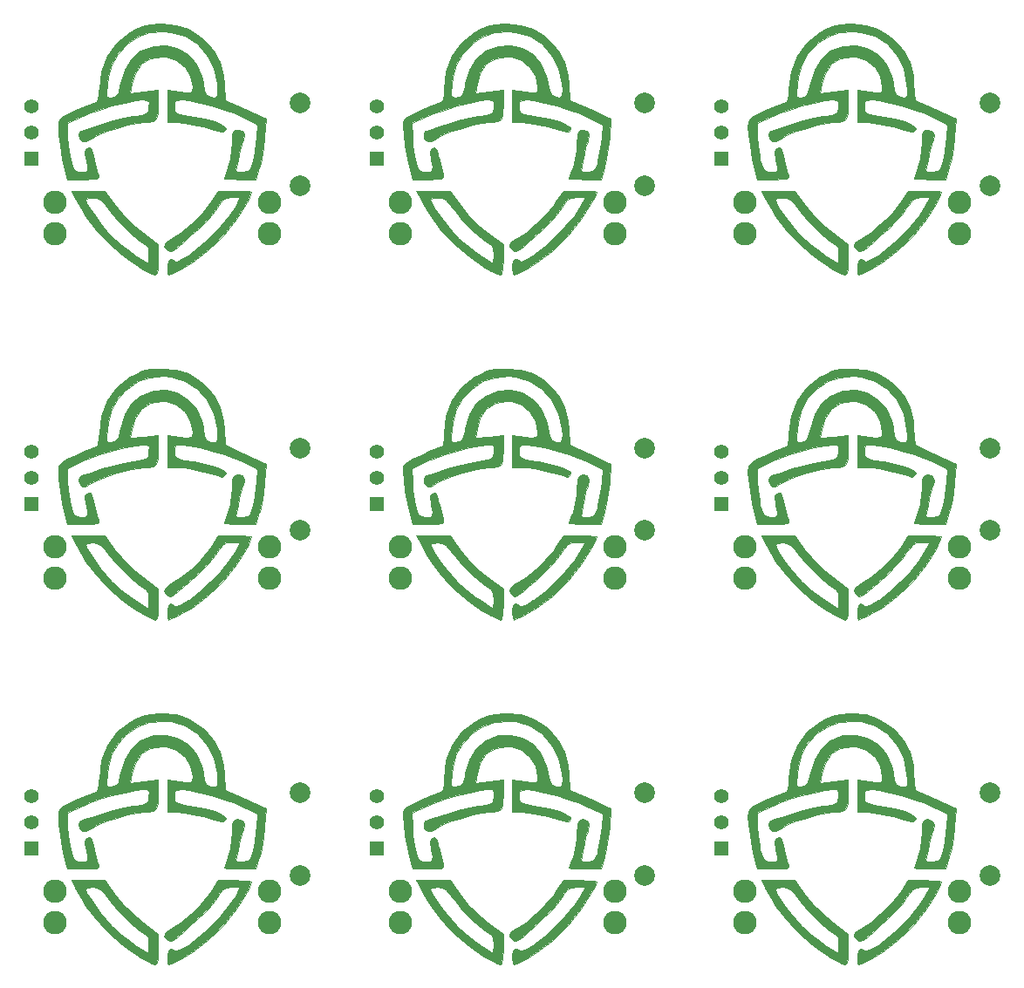
<source format=gts>
%MOIN*%
%OFA0B0*%
%FSLAX46Y46*%
%IPPOS*%
%LPD*%
%ADD10C,0.00039370078740157485*%
%ADD11C,0.090000000000000011*%
%ADD12C,0.0787*%
%ADD13R,0.055000000000000007X0.055000000000000007*%
%ADD14C,0.055000000000000007*%
%ADD25C,0.00039370078740157485*%
%ADD26C,0.090000000000000011*%
%ADD27C,0.0787*%
%ADD28R,0.055000000000000007X0.055000000000000007*%
%ADD29C,0.055000000000000007*%
%ADD30C,0.00039370078740157485*%
%ADD31C,0.090000000000000011*%
%ADD32C,0.0787*%
%ADD33R,0.055000000000000007X0.055000000000000007*%
%ADD34C,0.055000000000000007*%
%ADD35C,0.00039370078740157485*%
%ADD36C,0.090000000000000011*%
%ADD37C,0.0787*%
%ADD38R,0.055000000000000007X0.055000000000000007*%
%ADD39C,0.055000000000000007*%
%ADD40C,0.00039370078740157485*%
%ADD41C,0.090000000000000011*%
%ADD42C,0.0787*%
%ADD43R,0.055000000000000007X0.055000000000000007*%
%ADD44C,0.055000000000000007*%
%ADD45C,0.00039370078740157485*%
%ADD46C,0.090000000000000011*%
%ADD47C,0.0787*%
%ADD48R,0.055000000000000007X0.055000000000000007*%
%ADD49C,0.055000000000000007*%
%ADD50C,0.00039370078740157485*%
%ADD51C,0.090000000000000011*%
%ADD52C,0.0787*%
%ADD53R,0.055000000000000007X0.055000000000000007*%
%ADD54C,0.055000000000000007*%
%ADD55C,0.00039370078740157485*%
%ADD56C,0.090000000000000011*%
%ADD57C,0.0787*%
%ADD58R,0.055000000000000007X0.055000000000000007*%
%ADD59C,0.055000000000000007*%
%ADD60C,0.00039370078740157485*%
%ADD61C,0.090000000000000011*%
%ADD62C,0.0787*%
%ADD63R,0.055000000000000007X0.055000000000000007*%
%ADD64C,0.055000000000000007*%
G01*
D10*
G36*
X0000596956Y0001141147D02*
G01*
X0000652168Y0001136633D01*
X0000697765Y0001122318D01*
X0000739819Y0001095903D01*
X0000758649Y0001079960D01*
X0000795227Y0001039697D01*
X0000818872Y0000994919D01*
X0000831626Y0000941134D01*
X0000834303Y0000913632D01*
X0000838465Y0000849874D01*
X0000916703Y0000814033D01*
X0000994941Y0000778193D01*
X0000989812Y0000708227D01*
X0000985434Y0000667411D01*
X0000978790Y0000626421D01*
X0000971278Y0000593825D01*
X0000970917Y0000592608D01*
X0000957152Y0000546956D01*
X0000896619Y0000546956D01*
X0000866707Y0000547384D01*
X0000845071Y0000548510D01*
X0000836124Y0000550096D01*
X0000836086Y0000550211D01*
X0000838799Y0000559581D01*
X0000845674Y0000579611D01*
X0000849954Y0000591515D01*
X0000858160Y0000622515D01*
X0000863980Y0000660190D01*
X0000865564Y0000681739D01*
X0000867230Y0000711052D01*
X0000870819Y0000727228D01*
X0000877952Y0000734517D01*
X0000886517Y0000736696D01*
X0000904665Y0000732947D01*
X0000912780Y0000717824D01*
X0000908990Y0000695312D01*
X0000907512Y0000692022D01*
X0000899287Y0000669242D01*
X0000893733Y0000645797D01*
X0000888308Y0000617627D01*
X0000883231Y0000595163D01*
X0000880606Y0000579525D01*
X0000886520Y0000573851D01*
X0000905199Y0000574439D01*
X0000906724Y0000574584D01*
X0000925222Y0000577965D01*
X0000935796Y0000586819D01*
X0000943044Y0000606091D01*
X0000945723Y0000616521D01*
X0000952084Y0000648620D01*
X0000957541Y0000686749D01*
X0000959530Y0000706238D01*
X0000963701Y0000756825D01*
X0000912757Y0000782541D01*
X0000878184Y0000797633D01*
X0000834798Y0000813177D01*
X0000787585Y0000827743D01*
X0000741529Y0000839902D01*
X0000701613Y0000848224D01*
X0000673043Y0000851282D01*
X0000653561Y0000849536D01*
X0000645955Y0000840949D01*
X0000644782Y0000825383D01*
X0000645513Y0000811720D01*
X0000649968Y0000802757D01*
X0000661536Y0000796697D01*
X0000683610Y0000791744D01*
X0000718695Y0000786235D01*
X0000761721Y0000778030D01*
X0000798428Y0000767695D01*
X0000825777Y0000756387D01*
X0000840729Y0000745261D01*
X0000842477Y0000739123D01*
X0000833667Y0000728760D01*
X0000826874Y0000728473D01*
X0000812605Y0000732227D01*
X0000786935Y0000739017D01*
X0000755274Y0000747413D01*
X0000753478Y0000747890D01*
X0000716799Y0000756237D01*
X0000680939Y0000762127D01*
X0000655652Y0000764198D01*
X0000618695Y0000764347D01*
X0000618695Y0000887338D01*
X0000666521Y0000881362D01*
X0000693779Y0000878331D01*
X0000708018Y0000879031D01*
X0000713464Y0000884969D01*
X0000714347Y0000897653D01*
X0000714347Y0000898407D01*
X0000706497Y0000940698D01*
X0000684993Y0000976402D01*
X0000652907Y0001002385D01*
X0000613308Y0001015511D01*
X0000598698Y0001016489D01*
X0000553895Y0001009278D01*
X0000519037Y0000987968D01*
X0000494821Y0000953190D01*
X0000482842Y0000911784D01*
X0000477022Y0000875388D01*
X0000530467Y0000881591D01*
X0000583912Y0000887794D01*
X0000583912Y0000831349D01*
X0000582771Y0000797539D01*
X0000577353Y0000777510D01*
X0000564666Y0000767699D01*
X0000541719Y0000764545D01*
X0000527652Y0000764347D01*
X0000501416Y0000761506D01*
X0000466168Y0000753971D01*
X0000426744Y0000743225D01*
X0000387976Y0000730751D01*
X0000354698Y0000718031D01*
X0000331744Y0000706547D01*
X0000326569Y0000702664D01*
X0000307360Y0000691198D01*
X0000293960Y0000691119D01*
X0000282824Y0000702118D01*
X0000279950Y0000718108D01*
X0000286027Y0000730884D01*
X0000290434Y0000733089D01*
X0000303325Y0000737063D01*
X0000328081Y0000745021D01*
X0000360063Y0000755468D01*
X0000370869Y0000759027D01*
X0000411643Y0000771090D01*
X0000454149Y0000781445D01*
X0000489792Y0000788020D01*
X0000492608Y0000788384D01*
X0000521493Y0000792401D01*
X0000537370Y0000797222D01*
X0000544517Y0000805550D01*
X0000547214Y0000820085D01*
X0000547507Y0000823043D01*
X0000547841Y0000842421D01*
X0000540888Y0000850036D01*
X0000525768Y0000851243D01*
X0000495566Y0000848141D01*
X0000454401Y0000839876D01*
X0000407420Y0000827839D01*
X0000359768Y0000813423D01*
X0000316593Y0000798019D01*
X0000294782Y0000788791D01*
X0000236086Y0000761773D01*
X0000236921Y0000713060D01*
X0000239420Y0000675320D01*
X0000244779Y0000636004D01*
X0000247804Y0000620869D01*
X0000254719Y0000595032D01*
X0000262490Y0000581674D01*
X0000274973Y0000576142D01*
X0000286100Y0000574666D01*
X0000303579Y0000574205D01*
X0000312111Y0000579475D01*
X0000313059Y0000593968D01*
X0000307789Y0000621178D01*
X0000306480Y0000626858D01*
X0000302924Y0000649298D01*
X0000306573Y0000660598D01*
X0000312280Y0000664019D01*
X0000320439Y0000667148D01*
X0000325487Y0000666134D01*
X0000329672Y0000657429D01*
X0000335243Y0000637479D01*
X0000339594Y0000620869D01*
X0000347101Y0000592681D01*
X0000353342Y0000569713D01*
X0000355458Y0000562173D01*
X0000355879Y0000554216D01*
X0000349173Y0000549621D01*
X0000331999Y0000547498D01*
X0000301015Y0000546958D01*
X0000298305Y0000546956D01*
X0000236757Y0000546956D01*
X0000227086Y0000582872D01*
X0000216898Y0000626920D01*
X0000208469Y0000674825D01*
X0000202935Y0000719294D01*
X0000201354Y0000747920D01*
X0000202004Y0000763279D01*
X0000206077Y0000774407D01*
X0000216673Y0000784127D01*
X0000236888Y0000795263D01*
X0000269821Y0000810639D01*
X0000270532Y0000810963D01*
X0000302722Y0000825232D01*
X0000329230Y0000836157D01*
X0000345862Y0000842044D01*
X0000348793Y0000842608D01*
X0000353855Y0000850610D01*
X0000357066Y0000871912D01*
X0000357416Y0000881738D01*
X0000385171Y0000881738D01*
X0000385815Y0000866777D01*
X0000390875Y0000860940D01*
X0000398128Y0000860133D01*
X0000417064Y0000863486D01*
X0000423897Y0000866654D01*
X0000431012Y0000878586D01*
X0000437522Y0000900952D01*
X0000439344Y0000910797D01*
X0000455051Y0000966317D01*
X0000482744Y0001009786D01*
X0000517271Y0001037885D01*
X0000564664Y0001056739D01*
X0000612207Y0001059844D01*
X0000657166Y0001048601D01*
X0000696806Y0001024411D01*
X0000728392Y0000988674D01*
X0000749190Y0000942793D01*
X0000754723Y0000916233D01*
X0000760873Y0000885056D01*
X0000770530Y0000867746D01*
X0000786269Y0000860805D01*
X0000795990Y0000860133D01*
X0000805064Y0000861824D01*
X0000809285Y0000869759D01*
X0000809592Y0000887939D01*
X0000807824Y0000910629D01*
X0000794905Y0000970628D01*
X0000768964Y0001022518D01*
X0000731974Y0001064349D01*
X0000685911Y0001094172D01*
X0000632749Y0001110036D01*
X0000603757Y0001112125D01*
X0000550110Y0001107442D01*
X0000505652Y0001092089D01*
X0000464401Y0001063900D01*
X0000459934Y0001060039D01*
X0000427820Y0001025768D01*
X0000406117Y0000986785D01*
X0000392509Y0000938242D01*
X0000388136Y0000909844D01*
X0000385171Y0000881738D01*
X0000357416Y0000881738D01*
X0000357826Y0000893233D01*
X0000365662Y0000960184D01*
X0000388574Y0001019625D01*
X0000425665Y0001070045D01*
X0000476038Y0001109931D01*
X0000491409Y0001118498D01*
X0000522085Y0001132100D01*
X0000551663Y0001139053D01*
X0000588489Y0001141150D01*
X0000596956Y0001141147D01*
G37*
X0000596956Y0001141147D02*
X0000652168Y0001136633D01*
X0000697765Y0001122318D01*
X0000739819Y0001095903D01*
X0000758649Y0001079960D01*
X0000795227Y0001039697D01*
X0000818872Y0000994919D01*
X0000831626Y0000941134D01*
X0000834303Y0000913632D01*
X0000838465Y0000849874D01*
X0000916703Y0000814033D01*
X0000994941Y0000778193D01*
X0000989812Y0000708227D01*
X0000985434Y0000667411D01*
X0000978790Y0000626421D01*
X0000971278Y0000593825D01*
X0000970917Y0000592608D01*
X0000957152Y0000546956D01*
X0000896619Y0000546956D01*
X0000866707Y0000547384D01*
X0000845071Y0000548510D01*
X0000836124Y0000550096D01*
X0000836086Y0000550211D01*
X0000838799Y0000559581D01*
X0000845674Y0000579611D01*
X0000849954Y0000591515D01*
X0000858160Y0000622515D01*
X0000863980Y0000660190D01*
X0000865564Y0000681739D01*
X0000867230Y0000711052D01*
X0000870819Y0000727228D01*
X0000877952Y0000734517D01*
X0000886517Y0000736696D01*
X0000904665Y0000732947D01*
X0000912780Y0000717824D01*
X0000908990Y0000695312D01*
X0000907512Y0000692022D01*
X0000899287Y0000669242D01*
X0000893733Y0000645797D01*
X0000888308Y0000617627D01*
X0000883231Y0000595163D01*
X0000880606Y0000579525D01*
X0000886520Y0000573851D01*
X0000905199Y0000574439D01*
X0000906724Y0000574584D01*
X0000925222Y0000577965D01*
X0000935796Y0000586819D01*
X0000943044Y0000606091D01*
X0000945723Y0000616521D01*
X0000952084Y0000648620D01*
X0000957541Y0000686749D01*
X0000959530Y0000706238D01*
X0000963701Y0000756825D01*
X0000912757Y0000782541D01*
X0000878184Y0000797633D01*
X0000834798Y0000813177D01*
X0000787585Y0000827743D01*
X0000741529Y0000839902D01*
X0000701613Y0000848224D01*
X0000673043Y0000851282D01*
X0000653561Y0000849536D01*
X0000645955Y0000840949D01*
X0000644782Y0000825383D01*
X0000645513Y0000811720D01*
X0000649968Y0000802757D01*
X0000661536Y0000796697D01*
X0000683610Y0000791744D01*
X0000718695Y0000786235D01*
X0000761721Y0000778030D01*
X0000798428Y0000767695D01*
X0000825777Y0000756387D01*
X0000840729Y0000745261D01*
X0000842477Y0000739123D01*
X0000833667Y0000728760D01*
X0000826874Y0000728473D01*
X0000812605Y0000732227D01*
X0000786935Y0000739017D01*
X0000755274Y0000747413D01*
X0000753478Y0000747890D01*
X0000716799Y0000756237D01*
X0000680939Y0000762127D01*
X0000655652Y0000764198D01*
X0000618695Y0000764347D01*
X0000618695Y0000887338D01*
X0000666521Y0000881362D01*
X0000693779Y0000878331D01*
X0000708018Y0000879031D01*
X0000713464Y0000884969D01*
X0000714347Y0000897653D01*
X0000714347Y0000898407D01*
X0000706497Y0000940698D01*
X0000684993Y0000976402D01*
X0000652907Y0001002385D01*
X0000613308Y0001015511D01*
X0000598698Y0001016489D01*
X0000553895Y0001009278D01*
X0000519037Y0000987968D01*
X0000494821Y0000953190D01*
X0000482842Y0000911784D01*
X0000477022Y0000875388D01*
X0000530467Y0000881591D01*
X0000583912Y0000887794D01*
X0000583912Y0000831349D01*
X0000582771Y0000797539D01*
X0000577353Y0000777510D01*
X0000564666Y0000767699D01*
X0000541719Y0000764545D01*
X0000527652Y0000764347D01*
X0000501416Y0000761506D01*
X0000466168Y0000753971D01*
X0000426744Y0000743225D01*
X0000387976Y0000730751D01*
X0000354698Y0000718031D01*
X0000331744Y0000706547D01*
X0000326569Y0000702664D01*
X0000307360Y0000691198D01*
X0000293960Y0000691119D01*
X0000282824Y0000702118D01*
X0000279950Y0000718108D01*
X0000286027Y0000730884D01*
X0000290434Y0000733089D01*
X0000303325Y0000737063D01*
X0000328081Y0000745021D01*
X0000360063Y0000755468D01*
X0000370869Y0000759027D01*
X0000411643Y0000771090D01*
X0000454149Y0000781445D01*
X0000489792Y0000788020D01*
X0000492608Y0000788384D01*
X0000521493Y0000792401D01*
X0000537370Y0000797222D01*
X0000544517Y0000805550D01*
X0000547214Y0000820085D01*
X0000547507Y0000823043D01*
X0000547841Y0000842421D01*
X0000540888Y0000850036D01*
X0000525768Y0000851243D01*
X0000495566Y0000848141D01*
X0000454401Y0000839876D01*
X0000407420Y0000827839D01*
X0000359768Y0000813423D01*
X0000316593Y0000798019D01*
X0000294782Y0000788791D01*
X0000236086Y0000761773D01*
X0000236921Y0000713060D01*
X0000239420Y0000675320D01*
X0000244779Y0000636004D01*
X0000247804Y0000620869D01*
X0000254719Y0000595032D01*
X0000262490Y0000581674D01*
X0000274973Y0000576142D01*
X0000286100Y0000574666D01*
X0000303579Y0000574205D01*
X0000312111Y0000579475D01*
X0000313059Y0000593968D01*
X0000307789Y0000621178D01*
X0000306480Y0000626858D01*
X0000302924Y0000649298D01*
X0000306573Y0000660598D01*
X0000312280Y0000664019D01*
X0000320439Y0000667148D01*
X0000325487Y0000666134D01*
X0000329672Y0000657429D01*
X0000335243Y0000637479D01*
X0000339594Y0000620869D01*
X0000347101Y0000592681D01*
X0000353342Y0000569713D01*
X0000355458Y0000562173D01*
X0000355879Y0000554216D01*
X0000349173Y0000549621D01*
X0000331999Y0000547498D01*
X0000301015Y0000546958D01*
X0000298305Y0000546956D01*
X0000236757Y0000546956D01*
X0000227086Y0000582872D01*
X0000216898Y0000626920D01*
X0000208469Y0000674825D01*
X0000202935Y0000719294D01*
X0000201354Y0000747920D01*
X0000202004Y0000763279D01*
X0000206077Y0000774407D01*
X0000216673Y0000784127D01*
X0000236888Y0000795263D01*
X0000269821Y0000810639D01*
X0000270532Y0000810963D01*
X0000302722Y0000825232D01*
X0000329230Y0000836157D01*
X0000345862Y0000842044D01*
X0000348793Y0000842608D01*
X0000353855Y0000850610D01*
X0000357066Y0000871912D01*
X0000357416Y0000881738D01*
X0000385171Y0000881738D01*
X0000385815Y0000866777D01*
X0000390875Y0000860940D01*
X0000398128Y0000860133D01*
X0000417064Y0000863486D01*
X0000423897Y0000866654D01*
X0000431012Y0000878586D01*
X0000437522Y0000900952D01*
X0000439344Y0000910797D01*
X0000455051Y0000966317D01*
X0000482744Y0001009786D01*
X0000517271Y0001037885D01*
X0000564664Y0001056739D01*
X0000612207Y0001059844D01*
X0000657166Y0001048601D01*
X0000696806Y0001024411D01*
X0000728392Y0000988674D01*
X0000749190Y0000942793D01*
X0000754723Y0000916233D01*
X0000760873Y0000885056D01*
X0000770530Y0000867746D01*
X0000786269Y0000860805D01*
X0000795990Y0000860133D01*
X0000805064Y0000861824D01*
X0000809285Y0000869759D01*
X0000809592Y0000887939D01*
X0000807824Y0000910629D01*
X0000794905Y0000970628D01*
X0000768964Y0001022518D01*
X0000731974Y0001064349D01*
X0000685911Y0001094172D01*
X0000632749Y0001110036D01*
X0000603757Y0001112125D01*
X0000550110Y0001107442D01*
X0000505652Y0001092089D01*
X0000464401Y0001063900D01*
X0000459934Y0001060039D01*
X0000427820Y0001025768D01*
X0000406117Y0000986785D01*
X0000392509Y0000938242D01*
X0000388136Y0000909844D01*
X0000385171Y0000881738D01*
X0000357416Y0000881738D01*
X0000357826Y0000893233D01*
X0000365662Y0000960184D01*
X0000388574Y0001019625D01*
X0000425665Y0001070045D01*
X0000476038Y0001109931D01*
X0000491409Y0001118498D01*
X0000522085Y0001132100D01*
X0000551663Y0001139053D01*
X0000588489Y0001141150D01*
X0000596956Y0001141147D01*
G36*
X0000907467Y0000502890D02*
G01*
X0000930089Y0000501339D01*
X0000940250Y0000499140D01*
X0000940434Y0000498784D01*
X0000936812Y0000488906D01*
X0000927628Y0000469221D01*
X0000921860Y0000457680D01*
X0000882663Y0000394194D01*
X0000831772Y0000331765D01*
X0000773565Y0000274900D01*
X0000712420Y0000228106D01*
X0000680173Y0000208852D01*
X0000653536Y0000195050D01*
X0000633271Y0000185286D01*
X0000624000Y0000181739D01*
X0000620492Y0000189392D01*
X0000618740Y0000208207D01*
X0000618695Y0000212173D01*
X0000621847Y0000235301D01*
X0000631014Y0000242608D01*
X0000644083Y0000237173D01*
X0000646378Y0000233473D01*
X0000654494Y0000233314D01*
X0000673068Y0000241377D01*
X0000698278Y0000255959D01*
X0000701450Y0000257990D01*
X0000740129Y0000287172D01*
X0000781996Y0000325515D01*
X0000822421Y0000368185D01*
X0000856775Y0000410347D01*
X0000877650Y0000442005D01*
X0000897475Y0000477391D01*
X0000864607Y0000477375D01*
X0000843787Y0000475658D01*
X0000829133Y0000467912D01*
X0000814775Y0000450213D01*
X0000807714Y0000439330D01*
X0000788056Y0000412934D01*
X0000761307Y0000382856D01*
X0000738148Y0000360172D01*
X0000709767Y0000334549D01*
X0000681742Y0000309266D01*
X0000663143Y0000292499D01*
X0000642358Y0000276158D01*
X0000628003Y0000271782D01*
X0000619665Y0000274795D01*
X0000606860Y0000289130D01*
X0000610961Y0000304474D01*
X0000631600Y0000319793D01*
X0000636446Y0000322188D01*
X0000670140Y0000342931D01*
X0000707986Y0000373858D01*
X0000745015Y0000410347D01*
X0000776259Y0000447772D01*
X0000785139Y0000460591D01*
X0000812928Y0000503478D01*
X0000876681Y0000503478D01*
X0000907467Y0000502890D01*
G37*
X0000907467Y0000502890D02*
X0000930089Y0000501339D01*
X0000940250Y0000499140D01*
X0000940434Y0000498784D01*
X0000936812Y0000488906D01*
X0000927628Y0000469221D01*
X0000921860Y0000457680D01*
X0000882663Y0000394194D01*
X0000831772Y0000331765D01*
X0000773565Y0000274900D01*
X0000712420Y0000228106D01*
X0000680173Y0000208852D01*
X0000653536Y0000195050D01*
X0000633271Y0000185286D01*
X0000624000Y0000181739D01*
X0000620492Y0000189392D01*
X0000618740Y0000208207D01*
X0000618695Y0000212173D01*
X0000621847Y0000235301D01*
X0000631014Y0000242608D01*
X0000644083Y0000237173D01*
X0000646378Y0000233473D01*
X0000654494Y0000233314D01*
X0000673068Y0000241377D01*
X0000698278Y0000255959D01*
X0000701450Y0000257990D01*
X0000740129Y0000287172D01*
X0000781996Y0000325515D01*
X0000822421Y0000368185D01*
X0000856775Y0000410347D01*
X0000877650Y0000442005D01*
X0000897475Y0000477391D01*
X0000864607Y0000477375D01*
X0000843787Y0000475658D01*
X0000829133Y0000467912D01*
X0000814775Y0000450213D01*
X0000807714Y0000439330D01*
X0000788056Y0000412934D01*
X0000761307Y0000382856D01*
X0000738148Y0000360172D01*
X0000709767Y0000334549D01*
X0000681742Y0000309266D01*
X0000663143Y0000292499D01*
X0000642358Y0000276158D01*
X0000628003Y0000271782D01*
X0000619665Y0000274795D01*
X0000606860Y0000289130D01*
X0000610961Y0000304474D01*
X0000631600Y0000319793D01*
X0000636446Y0000322188D01*
X0000670140Y0000342931D01*
X0000707986Y0000373858D01*
X0000745015Y0000410347D01*
X0000776259Y0000447772D01*
X0000785139Y0000460591D01*
X0000812928Y0000503478D01*
X0000876681Y0000503478D01*
X0000907467Y0000502890D01*
G36*
X0000420312Y0000447573D02*
G01*
X0000452567Y0000409125D01*
X0000492527Y0000370162D01*
X0000522384Y0000345625D01*
X0000583912Y0000299580D01*
X0000583912Y0000240659D01*
X0000582746Y0000206247D01*
X0000579016Y0000187231D01*
X0000572845Y0000181739D01*
X0000560337Y0000185869D01*
X0000537583Y0000196764D01*
X0000509211Y0000212186D01*
X0000505454Y0000214347D01*
X0000452883Y0000250531D01*
X0000399320Y0000297409D01*
X0000349354Y0000350257D01*
X0000307575Y0000404352D01*
X0000285562Y0000440617D01*
X0000270287Y0000469686D01*
X0000305652Y0000469686D01*
X0000310874Y0000456209D01*
X0000324700Y0000433369D01*
X0000344372Y0000404969D01*
X0000367128Y0000374811D01*
X0000390211Y0000346697D01*
X0000410859Y0000324430D01*
X0000411591Y0000323718D01*
X0000440732Y0000298107D01*
X0000475411Y0000271153D01*
X0000496956Y0000256122D01*
X0000544782Y0000224807D01*
X0000547569Y0000256932D01*
X0000546107Y0000284217D01*
X0000537502Y0000296250D01*
X0000503336Y0000319667D01*
X0000465143Y0000352578D01*
X0000428382Y0000389901D01*
X0000400407Y0000423917D01*
X0000379200Y0000451618D01*
X0000363364Y0000467639D01*
X0000349050Y0000475050D01*
X0000333913Y0000476899D01*
X0000314682Y0000475162D01*
X0000305734Y0000470272D01*
X0000305652Y0000469686D01*
X0000270287Y0000469686D01*
X0000252529Y0000503478D01*
X0000379769Y0000503478D01*
X0000420312Y0000447573D01*
G37*
X0000420312Y0000447573D02*
X0000452567Y0000409125D01*
X0000492527Y0000370162D01*
X0000522384Y0000345625D01*
X0000583912Y0000299580D01*
X0000583912Y0000240659D01*
X0000582746Y0000206247D01*
X0000579016Y0000187231D01*
X0000572845Y0000181739D01*
X0000560337Y0000185869D01*
X0000537583Y0000196764D01*
X0000509211Y0000212186D01*
X0000505454Y0000214347D01*
X0000452883Y0000250531D01*
X0000399320Y0000297409D01*
X0000349354Y0000350257D01*
X0000307575Y0000404352D01*
X0000285562Y0000440617D01*
X0000270287Y0000469686D01*
X0000305652Y0000469686D01*
X0000310874Y0000456209D01*
X0000324700Y0000433369D01*
X0000344372Y0000404969D01*
X0000367128Y0000374811D01*
X0000390211Y0000346697D01*
X0000410859Y0000324430D01*
X0000411591Y0000323718D01*
X0000440732Y0000298107D01*
X0000475411Y0000271153D01*
X0000496956Y0000256122D01*
X0000544782Y0000224807D01*
X0000547569Y0000256932D01*
X0000546107Y0000284217D01*
X0000537502Y0000296250D01*
X0000503336Y0000319667D01*
X0000465143Y0000352578D01*
X0000428382Y0000389901D01*
X0000400407Y0000423917D01*
X0000379200Y0000451618D01*
X0000363364Y0000467639D01*
X0000349050Y0000475050D01*
X0000333913Y0000476899D01*
X0000314682Y0000475162D01*
X0000305734Y0000470272D01*
X0000305652Y0000469686D01*
X0000270287Y0000469686D01*
X0000252529Y0000503478D01*
X0000379769Y0000503478D01*
X0000420312Y0000447573D01*
D11*
X0001009999Y0000339999D03*
X0000189999Y0000339999D03*
X0001009999Y0000459999D03*
X0000189999Y0000459999D03*
D12*
X0001124999Y0000837480D03*
X0001124999Y0000522519D03*
D13*
X0000099999Y0000625000D03*
D14*
X0000099999Y0000725000D03*
X0000099999Y0000825000D03*
G04 next file*
G04 Gerber Fmt 4.6, Leading zero omitted, Abs format (unit mm)*
G04 Created by KiCad (PCBNEW (5.1.10)-1) date 2021-09-22 19:04:14*
G01*
G04 APERTURE LIST*
G04 APERTURE END LIST*
D25*
G36*
X0000596956Y0002459257D02*
G01*
X0000652168Y0002454744D01*
X0000697765Y0002440428D01*
X0000739819Y0002414013D01*
X0000758649Y0002398070D01*
X0000795227Y0002357807D01*
X0000818872Y0002313029D01*
X0000831626Y0002259244D01*
X0000834303Y0002231742D01*
X0000838465Y0002167984D01*
X0000916703Y0002132143D01*
X0000994941Y0002096303D01*
X0000989812Y0002026337D01*
X0000985434Y0001985522D01*
X0000978790Y0001944531D01*
X0000971278Y0001911935D01*
X0000970917Y0001910718D01*
X0000957152Y0001865066D01*
X0000896619Y0001865066D01*
X0000866707Y0001865494D01*
X0000845071Y0001866620D01*
X0000836124Y0001868206D01*
X0000836086Y0001868321D01*
X0000838799Y0001877691D01*
X0000845674Y0001897721D01*
X0000849954Y0001909625D01*
X0000858160Y0001940625D01*
X0000863980Y0001978300D01*
X0000865564Y0001999849D01*
X0000867230Y0002029162D01*
X0000870819Y0002045338D01*
X0000877952Y0002052627D01*
X0000886517Y0002054807D01*
X0000904665Y0002051058D01*
X0000912780Y0002035935D01*
X0000908990Y0002013422D01*
X0000907512Y0002010132D01*
X0000899287Y0001987353D01*
X0000893733Y0001963907D01*
X0000888308Y0001935737D01*
X0000883231Y0001913274D01*
X0000880606Y0001897635D01*
X0000886520Y0001891962D01*
X0000905199Y0001892550D01*
X0000906724Y0001892694D01*
X0000925222Y0001896075D01*
X0000935796Y0001904929D01*
X0000943044Y0001924202D01*
X0000945723Y0001934631D01*
X0000952084Y0001966730D01*
X0000957541Y0002004859D01*
X0000959530Y0002024348D01*
X0000963701Y0002074935D01*
X0000912757Y0002100652D01*
X0000878184Y0002115744D01*
X0000834798Y0002131287D01*
X0000787585Y0002145853D01*
X0000741529Y0002158012D01*
X0000701613Y0002166335D01*
X0000673043Y0002169392D01*
X0000653561Y0002167646D01*
X0000645955Y0002159059D01*
X0000644782Y0002143493D01*
X0000645513Y0002129830D01*
X0000649968Y0002120867D01*
X0000661536Y0002114807D01*
X0000683610Y0002109855D01*
X0000718695Y0002104346D01*
X0000761721Y0002096141D01*
X0000798428Y0002085805D01*
X0000825777Y0002074497D01*
X0000840729Y0002063372D01*
X0000842477Y0002057233D01*
X0000833667Y0002046870D01*
X0000826874Y0002046584D01*
X0000812605Y0002050338D01*
X0000786935Y0002057128D01*
X0000755274Y0002065523D01*
X0000753478Y0002066000D01*
X0000716799Y0002074347D01*
X0000680939Y0002080237D01*
X0000655652Y0002082309D01*
X0000618695Y0002082458D01*
X0000618695Y0002205448D01*
X0000666521Y0002199473D01*
X0000693779Y0002196441D01*
X0000708018Y0002197141D01*
X0000713464Y0002203079D01*
X0000714347Y0002215763D01*
X0000714347Y0002216518D01*
X0000706497Y0002258808D01*
X0000684993Y0002294512D01*
X0000652907Y0002320495D01*
X0000613308Y0002333622D01*
X0000598698Y0002334599D01*
X0000553895Y0002327388D01*
X0000519037Y0002306078D01*
X0000494821Y0002271300D01*
X0000482842Y0002229894D01*
X0000477022Y0002193498D01*
X0000530467Y0002199701D01*
X0000583912Y0002205904D01*
X0000583912Y0002149459D01*
X0000582771Y0002115649D01*
X0000577353Y0002095620D01*
X0000564666Y0002085809D01*
X0000541719Y0002082655D01*
X0000527652Y0002082458D01*
X0000501416Y0002079616D01*
X0000466168Y0002072081D01*
X0000426744Y0002061335D01*
X0000387976Y0002048861D01*
X0000354698Y0002036141D01*
X0000331744Y0002024658D01*
X0000326569Y0002020774D01*
X0000307360Y0002009308D01*
X0000293960Y0002009229D01*
X0000282824Y0002020229D01*
X0000279950Y0002036218D01*
X0000286027Y0002048994D01*
X0000290434Y0002051199D01*
X0000303325Y0002055173D01*
X0000328081Y0002063131D01*
X0000360063Y0002073578D01*
X0000370869Y0002077137D01*
X0000411643Y0002089200D01*
X0000454149Y0002099555D01*
X0000489792Y0002106130D01*
X0000492608Y0002106495D01*
X0000521493Y0002110511D01*
X0000537370Y0002115332D01*
X0000544517Y0002123660D01*
X0000547214Y0002138195D01*
X0000547507Y0002141153D01*
X0000547841Y0002160531D01*
X0000540888Y0002168146D01*
X0000525768Y0002169353D01*
X0000495566Y0002166251D01*
X0000454401Y0002157986D01*
X0000407420Y0002145950D01*
X0000359768Y0002131534D01*
X0000316593Y0002116129D01*
X0000294782Y0002106901D01*
X0000236086Y0002079883D01*
X0000236921Y0002031170D01*
X0000239420Y0001993430D01*
X0000244779Y0001954115D01*
X0000247804Y0001938979D01*
X0000254719Y0001913143D01*
X0000262490Y0001899784D01*
X0000274973Y0001894252D01*
X0000286100Y0001892776D01*
X0000303579Y0001892315D01*
X0000312111Y0001897585D01*
X0000313059Y0001912078D01*
X0000307789Y0001939288D01*
X0000306480Y0001944968D01*
X0000302924Y0001967408D01*
X0000306573Y0001978708D01*
X0000312280Y0001982129D01*
X0000320439Y0001985258D01*
X0000325487Y0001984245D01*
X0000329672Y0001975539D01*
X0000335243Y0001955589D01*
X0000339594Y0001938979D01*
X0000347101Y0001910791D01*
X0000353342Y0001887824D01*
X0000355458Y0001880284D01*
X0000355879Y0001872326D01*
X0000349173Y0001867731D01*
X0000331999Y0001865608D01*
X0000301015Y0001865068D01*
X0000298305Y0001865066D01*
X0000236757Y0001865066D01*
X0000227086Y0001900982D01*
X0000216898Y0001945030D01*
X0000208469Y0001992935D01*
X0000202935Y0002037404D01*
X0000201354Y0002066030D01*
X0000202004Y0002081389D01*
X0000206077Y0002092517D01*
X0000216673Y0002102238D01*
X0000236888Y0002113374D01*
X0000269821Y0002128749D01*
X0000270532Y0002129074D01*
X0000302722Y0002143342D01*
X0000329230Y0002154268D01*
X0000345862Y0002160154D01*
X0000348793Y0002160718D01*
X0000353855Y0002168720D01*
X0000357066Y0002190022D01*
X0000357416Y0002199848D01*
X0000385171Y0002199848D01*
X0000385815Y0002184887D01*
X0000390875Y0002179050D01*
X0000398128Y0002178243D01*
X0000417064Y0002181597D01*
X0000423897Y0002184765D01*
X0000431012Y0002196696D01*
X0000437522Y0002219062D01*
X0000439344Y0002228908D01*
X0000455051Y0002284428D01*
X0000482744Y0002327897D01*
X0000517271Y0002355995D01*
X0000564664Y0002374850D01*
X0000612207Y0002377955D01*
X0000657166Y0002366711D01*
X0000696806Y0002342521D01*
X0000728392Y0002306785D01*
X0000749190Y0002260903D01*
X0000754723Y0002234343D01*
X0000760873Y0002203166D01*
X0000770530Y0002185856D01*
X0000786269Y0002178916D01*
X0000795990Y0002178243D01*
X0000805064Y0002179934D01*
X0000809285Y0002187869D01*
X0000809592Y0002206049D01*
X0000807824Y0002228739D01*
X0000794905Y0002288738D01*
X0000768964Y0002340628D01*
X0000731974Y0002382459D01*
X0000685911Y0002412282D01*
X0000632749Y0002428147D01*
X0000603757Y0002430235D01*
X0000550110Y0002425552D01*
X0000505652Y0002410199D01*
X0000464401Y0002382011D01*
X0000459934Y0002378149D01*
X0000427820Y0002343878D01*
X0000406117Y0002304896D01*
X0000392509Y0002256352D01*
X0000388136Y0002227954D01*
X0000385171Y0002199848D01*
X0000357416Y0002199848D01*
X0000357826Y0002211343D01*
X0000365662Y0002278294D01*
X0000388574Y0002337735D01*
X0000425665Y0002388155D01*
X0000476038Y0002428042D01*
X0000491409Y0002436608D01*
X0000522085Y0002450210D01*
X0000551663Y0002457164D01*
X0000588489Y0002459260D01*
X0000596956Y0002459257D01*
G37*
X0000596956Y0002459257D02*
X0000652168Y0002454744D01*
X0000697765Y0002440428D01*
X0000739819Y0002414013D01*
X0000758649Y0002398070D01*
X0000795227Y0002357807D01*
X0000818872Y0002313029D01*
X0000831626Y0002259244D01*
X0000834303Y0002231742D01*
X0000838465Y0002167984D01*
X0000916703Y0002132143D01*
X0000994941Y0002096303D01*
X0000989812Y0002026337D01*
X0000985434Y0001985522D01*
X0000978790Y0001944531D01*
X0000971278Y0001911935D01*
X0000970917Y0001910718D01*
X0000957152Y0001865066D01*
X0000896619Y0001865066D01*
X0000866707Y0001865494D01*
X0000845071Y0001866620D01*
X0000836124Y0001868206D01*
X0000836086Y0001868321D01*
X0000838799Y0001877691D01*
X0000845674Y0001897721D01*
X0000849954Y0001909625D01*
X0000858160Y0001940625D01*
X0000863980Y0001978300D01*
X0000865564Y0001999849D01*
X0000867230Y0002029162D01*
X0000870819Y0002045338D01*
X0000877952Y0002052627D01*
X0000886517Y0002054807D01*
X0000904665Y0002051058D01*
X0000912780Y0002035935D01*
X0000908990Y0002013422D01*
X0000907512Y0002010132D01*
X0000899287Y0001987353D01*
X0000893733Y0001963907D01*
X0000888308Y0001935737D01*
X0000883231Y0001913274D01*
X0000880606Y0001897635D01*
X0000886520Y0001891962D01*
X0000905199Y0001892550D01*
X0000906724Y0001892694D01*
X0000925222Y0001896075D01*
X0000935796Y0001904929D01*
X0000943044Y0001924202D01*
X0000945723Y0001934631D01*
X0000952084Y0001966730D01*
X0000957541Y0002004859D01*
X0000959530Y0002024348D01*
X0000963701Y0002074935D01*
X0000912757Y0002100652D01*
X0000878184Y0002115744D01*
X0000834798Y0002131287D01*
X0000787585Y0002145853D01*
X0000741529Y0002158012D01*
X0000701613Y0002166335D01*
X0000673043Y0002169392D01*
X0000653561Y0002167646D01*
X0000645955Y0002159059D01*
X0000644782Y0002143493D01*
X0000645513Y0002129830D01*
X0000649968Y0002120867D01*
X0000661536Y0002114807D01*
X0000683610Y0002109855D01*
X0000718695Y0002104346D01*
X0000761721Y0002096141D01*
X0000798428Y0002085805D01*
X0000825777Y0002074497D01*
X0000840729Y0002063372D01*
X0000842477Y0002057233D01*
X0000833667Y0002046870D01*
X0000826874Y0002046584D01*
X0000812605Y0002050338D01*
X0000786935Y0002057128D01*
X0000755274Y0002065523D01*
X0000753478Y0002066000D01*
X0000716799Y0002074347D01*
X0000680939Y0002080237D01*
X0000655652Y0002082309D01*
X0000618695Y0002082458D01*
X0000618695Y0002205448D01*
X0000666521Y0002199473D01*
X0000693779Y0002196441D01*
X0000708018Y0002197141D01*
X0000713464Y0002203079D01*
X0000714347Y0002215763D01*
X0000714347Y0002216518D01*
X0000706497Y0002258808D01*
X0000684993Y0002294512D01*
X0000652907Y0002320495D01*
X0000613308Y0002333622D01*
X0000598698Y0002334599D01*
X0000553895Y0002327388D01*
X0000519037Y0002306078D01*
X0000494821Y0002271300D01*
X0000482842Y0002229894D01*
X0000477022Y0002193498D01*
X0000530467Y0002199701D01*
X0000583912Y0002205904D01*
X0000583912Y0002149459D01*
X0000582771Y0002115649D01*
X0000577353Y0002095620D01*
X0000564666Y0002085809D01*
X0000541719Y0002082655D01*
X0000527652Y0002082458D01*
X0000501416Y0002079616D01*
X0000466168Y0002072081D01*
X0000426744Y0002061335D01*
X0000387976Y0002048861D01*
X0000354698Y0002036141D01*
X0000331744Y0002024658D01*
X0000326569Y0002020774D01*
X0000307360Y0002009308D01*
X0000293960Y0002009229D01*
X0000282824Y0002020229D01*
X0000279950Y0002036218D01*
X0000286027Y0002048994D01*
X0000290434Y0002051199D01*
X0000303325Y0002055173D01*
X0000328081Y0002063131D01*
X0000360063Y0002073578D01*
X0000370869Y0002077137D01*
X0000411643Y0002089200D01*
X0000454149Y0002099555D01*
X0000489792Y0002106130D01*
X0000492608Y0002106495D01*
X0000521493Y0002110511D01*
X0000537370Y0002115332D01*
X0000544517Y0002123660D01*
X0000547214Y0002138195D01*
X0000547507Y0002141153D01*
X0000547841Y0002160531D01*
X0000540888Y0002168146D01*
X0000525768Y0002169353D01*
X0000495566Y0002166251D01*
X0000454401Y0002157986D01*
X0000407420Y0002145950D01*
X0000359768Y0002131534D01*
X0000316593Y0002116129D01*
X0000294782Y0002106901D01*
X0000236086Y0002079883D01*
X0000236921Y0002031170D01*
X0000239420Y0001993430D01*
X0000244779Y0001954115D01*
X0000247804Y0001938979D01*
X0000254719Y0001913143D01*
X0000262490Y0001899784D01*
X0000274973Y0001894252D01*
X0000286100Y0001892776D01*
X0000303579Y0001892315D01*
X0000312111Y0001897585D01*
X0000313059Y0001912078D01*
X0000307789Y0001939288D01*
X0000306480Y0001944968D01*
X0000302924Y0001967408D01*
X0000306573Y0001978708D01*
X0000312280Y0001982129D01*
X0000320439Y0001985258D01*
X0000325487Y0001984245D01*
X0000329672Y0001975539D01*
X0000335243Y0001955589D01*
X0000339594Y0001938979D01*
X0000347101Y0001910791D01*
X0000353342Y0001887824D01*
X0000355458Y0001880284D01*
X0000355879Y0001872326D01*
X0000349173Y0001867731D01*
X0000331999Y0001865608D01*
X0000301015Y0001865068D01*
X0000298305Y0001865066D01*
X0000236757Y0001865066D01*
X0000227086Y0001900982D01*
X0000216898Y0001945030D01*
X0000208469Y0001992935D01*
X0000202935Y0002037404D01*
X0000201354Y0002066030D01*
X0000202004Y0002081389D01*
X0000206077Y0002092517D01*
X0000216673Y0002102238D01*
X0000236888Y0002113374D01*
X0000269821Y0002128749D01*
X0000270532Y0002129074D01*
X0000302722Y0002143342D01*
X0000329230Y0002154268D01*
X0000345862Y0002160154D01*
X0000348793Y0002160718D01*
X0000353855Y0002168720D01*
X0000357066Y0002190022D01*
X0000357416Y0002199848D01*
X0000385171Y0002199848D01*
X0000385815Y0002184887D01*
X0000390875Y0002179050D01*
X0000398128Y0002178243D01*
X0000417064Y0002181597D01*
X0000423897Y0002184765D01*
X0000431012Y0002196696D01*
X0000437522Y0002219062D01*
X0000439344Y0002228908D01*
X0000455051Y0002284428D01*
X0000482744Y0002327897D01*
X0000517271Y0002355995D01*
X0000564664Y0002374850D01*
X0000612207Y0002377955D01*
X0000657166Y0002366711D01*
X0000696806Y0002342521D01*
X0000728392Y0002306785D01*
X0000749190Y0002260903D01*
X0000754723Y0002234343D01*
X0000760873Y0002203166D01*
X0000770530Y0002185856D01*
X0000786269Y0002178916D01*
X0000795990Y0002178243D01*
X0000805064Y0002179934D01*
X0000809285Y0002187869D01*
X0000809592Y0002206049D01*
X0000807824Y0002228739D01*
X0000794905Y0002288738D01*
X0000768964Y0002340628D01*
X0000731974Y0002382459D01*
X0000685911Y0002412282D01*
X0000632749Y0002428147D01*
X0000603757Y0002430235D01*
X0000550110Y0002425552D01*
X0000505652Y0002410199D01*
X0000464401Y0002382011D01*
X0000459934Y0002378149D01*
X0000427820Y0002343878D01*
X0000406117Y0002304896D01*
X0000392509Y0002256352D01*
X0000388136Y0002227954D01*
X0000385171Y0002199848D01*
X0000357416Y0002199848D01*
X0000357826Y0002211343D01*
X0000365662Y0002278294D01*
X0000388574Y0002337735D01*
X0000425665Y0002388155D01*
X0000476038Y0002428042D01*
X0000491409Y0002436608D01*
X0000522085Y0002450210D01*
X0000551663Y0002457164D01*
X0000588489Y0002459260D01*
X0000596956Y0002459257D01*
G36*
X0000907467Y0001821001D02*
G01*
X0000930089Y0001819449D01*
X0000940250Y0001817251D01*
X0000940434Y0001816894D01*
X0000936812Y0001807017D01*
X0000927628Y0001787331D01*
X0000921860Y0001775790D01*
X0000882663Y0001712305D01*
X0000831772Y0001649876D01*
X0000773565Y0001593011D01*
X0000712420Y0001546216D01*
X0000680173Y0001526962D01*
X0000653536Y0001513161D01*
X0000633271Y0001503396D01*
X0000624000Y0001499849D01*
X0000620492Y0001507502D01*
X0000618740Y0001526318D01*
X0000618695Y0001530284D01*
X0000621847Y0001553411D01*
X0000631014Y0001560718D01*
X0000644083Y0001555284D01*
X0000646378Y0001551584D01*
X0000654494Y0001551424D01*
X0000673068Y0001559487D01*
X0000698278Y0001574069D01*
X0000701450Y0001576101D01*
X0000740129Y0001605282D01*
X0000781996Y0001643625D01*
X0000822421Y0001686295D01*
X0000856775Y0001728457D01*
X0000877650Y0001760116D01*
X0000897475Y0001795501D01*
X0000864607Y0001795485D01*
X0000843787Y0001793768D01*
X0000829133Y0001786022D01*
X0000814775Y0001768323D01*
X0000807714Y0001757440D01*
X0000788056Y0001731045D01*
X0000761307Y0001700967D01*
X0000738148Y0001678282D01*
X0000709767Y0001652660D01*
X0000681742Y0001627376D01*
X0000663143Y0001610610D01*
X0000642358Y0001594268D01*
X0000628003Y0001589892D01*
X0000619665Y0001592905D01*
X0000606860Y0001607240D01*
X0000610961Y0001622584D01*
X0000631600Y0001637903D01*
X0000636446Y0001640299D01*
X0000670140Y0001661041D01*
X0000707986Y0001691969D01*
X0000745015Y0001728457D01*
X0000776259Y0001765883D01*
X0000785139Y0001778702D01*
X0000812928Y0001821588D01*
X0000876681Y0001821588D01*
X0000907467Y0001821001D01*
G37*
X0000907467Y0001821001D02*
X0000930089Y0001819449D01*
X0000940250Y0001817251D01*
X0000940434Y0001816894D01*
X0000936812Y0001807017D01*
X0000927628Y0001787331D01*
X0000921860Y0001775790D01*
X0000882663Y0001712305D01*
X0000831772Y0001649876D01*
X0000773565Y0001593011D01*
X0000712420Y0001546216D01*
X0000680173Y0001526962D01*
X0000653536Y0001513161D01*
X0000633271Y0001503396D01*
X0000624000Y0001499849D01*
X0000620492Y0001507502D01*
X0000618740Y0001526318D01*
X0000618695Y0001530284D01*
X0000621847Y0001553411D01*
X0000631014Y0001560718D01*
X0000644083Y0001555284D01*
X0000646378Y0001551584D01*
X0000654494Y0001551424D01*
X0000673068Y0001559487D01*
X0000698278Y0001574069D01*
X0000701450Y0001576101D01*
X0000740129Y0001605282D01*
X0000781996Y0001643625D01*
X0000822421Y0001686295D01*
X0000856775Y0001728457D01*
X0000877650Y0001760116D01*
X0000897475Y0001795501D01*
X0000864607Y0001795485D01*
X0000843787Y0001793768D01*
X0000829133Y0001786022D01*
X0000814775Y0001768323D01*
X0000807714Y0001757440D01*
X0000788056Y0001731045D01*
X0000761307Y0001700967D01*
X0000738148Y0001678282D01*
X0000709767Y0001652660D01*
X0000681742Y0001627376D01*
X0000663143Y0001610610D01*
X0000642358Y0001594268D01*
X0000628003Y0001589892D01*
X0000619665Y0001592905D01*
X0000606860Y0001607240D01*
X0000610961Y0001622584D01*
X0000631600Y0001637903D01*
X0000636446Y0001640299D01*
X0000670140Y0001661041D01*
X0000707986Y0001691969D01*
X0000745015Y0001728457D01*
X0000776259Y0001765883D01*
X0000785139Y0001778702D01*
X0000812928Y0001821588D01*
X0000876681Y0001821588D01*
X0000907467Y0001821001D01*
G36*
X0000420312Y0001765684D02*
G01*
X0000452567Y0001727235D01*
X0000492527Y0001688272D01*
X0000522384Y0001663735D01*
X0000583912Y0001617690D01*
X0000583912Y0001558770D01*
X0000582746Y0001524357D01*
X0000579016Y0001505341D01*
X0000572845Y0001499849D01*
X0000560337Y0001503979D01*
X0000537583Y0001514875D01*
X0000509211Y0001530296D01*
X0000505454Y0001532458D01*
X0000452883Y0001568641D01*
X0000399320Y0001615519D01*
X0000349354Y0001668367D01*
X0000307575Y0001722462D01*
X0000285562Y0001758727D01*
X0000270287Y0001787796D01*
X0000305652Y0001787796D01*
X0000310874Y0001774319D01*
X0000324700Y0001751480D01*
X0000344372Y0001723079D01*
X0000367128Y0001692921D01*
X0000390211Y0001664807D01*
X0000410859Y0001642540D01*
X0000411591Y0001641828D01*
X0000440732Y0001616218D01*
X0000475411Y0001589263D01*
X0000496956Y0001574232D01*
X0000544782Y0001542917D01*
X0000547569Y0001575042D01*
X0000546107Y0001602327D01*
X0000537502Y0001614361D01*
X0000503336Y0001637777D01*
X0000465143Y0001670688D01*
X0000428382Y0001708011D01*
X0000400407Y0001742027D01*
X0000379200Y0001769728D01*
X0000363364Y0001785750D01*
X0000349050Y0001793160D01*
X0000333913Y0001795009D01*
X0000314682Y0001793272D01*
X0000305734Y0001788382D01*
X0000305652Y0001787796D01*
X0000270287Y0001787796D01*
X0000252529Y0001821588D01*
X0000379769Y0001821588D01*
X0000420312Y0001765684D01*
G37*
X0000420312Y0001765684D02*
X0000452567Y0001727235D01*
X0000492527Y0001688272D01*
X0000522384Y0001663735D01*
X0000583912Y0001617690D01*
X0000583912Y0001558770D01*
X0000582746Y0001524357D01*
X0000579016Y0001505341D01*
X0000572845Y0001499849D01*
X0000560337Y0001503979D01*
X0000537583Y0001514875D01*
X0000509211Y0001530296D01*
X0000505454Y0001532458D01*
X0000452883Y0001568641D01*
X0000399320Y0001615519D01*
X0000349354Y0001668367D01*
X0000307575Y0001722462D01*
X0000285562Y0001758727D01*
X0000270287Y0001787796D01*
X0000305652Y0001787796D01*
X0000310874Y0001774319D01*
X0000324700Y0001751480D01*
X0000344372Y0001723079D01*
X0000367128Y0001692921D01*
X0000390211Y0001664807D01*
X0000410859Y0001642540D01*
X0000411591Y0001641828D01*
X0000440732Y0001616218D01*
X0000475411Y0001589263D01*
X0000496956Y0001574232D01*
X0000544782Y0001542917D01*
X0000547569Y0001575042D01*
X0000546107Y0001602327D01*
X0000537502Y0001614361D01*
X0000503336Y0001637777D01*
X0000465143Y0001670688D01*
X0000428382Y0001708011D01*
X0000400407Y0001742027D01*
X0000379200Y0001769728D01*
X0000363364Y0001785750D01*
X0000349050Y0001793160D01*
X0000333913Y0001795009D01*
X0000314682Y0001793272D01*
X0000305734Y0001788382D01*
X0000305652Y0001787796D01*
X0000270287Y0001787796D01*
X0000252529Y0001821588D01*
X0000379769Y0001821588D01*
X0000420312Y0001765684D01*
D26*
X0001009999Y0001658110D03*
X0000189999Y0001658110D03*
X0001009999Y0001778110D03*
X0000189999Y0001778110D03*
D27*
X0001124999Y0002155590D03*
X0001124999Y0001840629D03*
D28*
X0000099999Y0001943110D03*
D29*
X0000099999Y0002043110D03*
X0000099999Y0002143110D03*
G04 next file*
G04 Gerber Fmt 4.6, Leading zero omitted, Abs format (unit mm)*
G04 Created by KiCad (PCBNEW (5.1.10)-1) date 2021-09-22 19:04:14*
G01*
G04 APERTURE LIST*
G04 APERTURE END LIST*
D30*
G36*
X0000596956Y0003777367D02*
G01*
X0000652168Y0003772854D01*
X0000697765Y0003758538D01*
X0000739819Y0003732123D01*
X0000758649Y0003716181D01*
X0000795227Y0003675917D01*
X0000818872Y0003631140D01*
X0000831626Y0003577355D01*
X0000834303Y0003549853D01*
X0000838465Y0003486094D01*
X0000916703Y0003450254D01*
X0000994941Y0003414413D01*
X0000989812Y0003344447D01*
X0000985434Y0003303632D01*
X0000978790Y0003262641D01*
X0000971278Y0003230045D01*
X0000970917Y0003228829D01*
X0000957152Y0003183176D01*
X0000896619Y0003183176D01*
X0000866707Y0003183604D01*
X0000845071Y0003184730D01*
X0000836124Y0003186316D01*
X0000836086Y0003186431D01*
X0000838799Y0003195802D01*
X0000845674Y0003215831D01*
X0000849954Y0003227735D01*
X0000858160Y0003258735D01*
X0000863980Y0003296410D01*
X0000865564Y0003317959D01*
X0000867230Y0003347272D01*
X0000870819Y0003363448D01*
X0000877952Y0003370737D01*
X0000886517Y0003372917D01*
X0000904665Y0003369168D01*
X0000912780Y0003354045D01*
X0000908990Y0003331532D01*
X0000907512Y0003328242D01*
X0000899287Y0003305463D01*
X0000893733Y0003282017D01*
X0000888308Y0003253848D01*
X0000883231Y0003231384D01*
X0000880606Y0003215746D01*
X0000886520Y0003210072D01*
X0000905199Y0003210660D01*
X0000906724Y0003210804D01*
X0000925222Y0003214186D01*
X0000935796Y0003223040D01*
X0000943044Y0003242312D01*
X0000945723Y0003252742D01*
X0000952084Y0003284840D01*
X0000957541Y0003322969D01*
X0000959530Y0003342459D01*
X0000963701Y0003393045D01*
X0000912757Y0003418762D01*
X0000878184Y0003433854D01*
X0000834798Y0003449397D01*
X0000787585Y0003463963D01*
X0000741529Y0003476122D01*
X0000701613Y0003484445D01*
X0000673043Y0003487502D01*
X0000653561Y0003485757D01*
X0000645955Y0003477170D01*
X0000644782Y0003461603D01*
X0000645513Y0003447940D01*
X0000649968Y0003438977D01*
X0000661536Y0003432917D01*
X0000683610Y0003427965D01*
X0000718695Y0003422456D01*
X0000761721Y0003414251D01*
X0000798428Y0003403916D01*
X0000825777Y0003392607D01*
X0000840729Y0003381482D01*
X0000842477Y0003375343D01*
X0000833667Y0003364980D01*
X0000826874Y0003364694D01*
X0000812605Y0003368448D01*
X0000786935Y0003375238D01*
X0000755274Y0003383633D01*
X0000753478Y0003384110D01*
X0000716799Y0003392457D01*
X0000680939Y0003398347D01*
X0000655652Y0003400419D01*
X0000618695Y0003400568D01*
X0000618695Y0003523558D01*
X0000666521Y0003517583D01*
X0000693779Y0003514551D01*
X0000708018Y0003515251D01*
X0000713464Y0003521189D01*
X0000714347Y0003533873D01*
X0000714347Y0003534628D01*
X0000706497Y0003576918D01*
X0000684993Y0003612622D01*
X0000652907Y0003638605D01*
X0000613308Y0003651732D01*
X0000598698Y0003652709D01*
X0000553895Y0003645498D01*
X0000519037Y0003624189D01*
X0000494821Y0003589410D01*
X0000482842Y0003548005D01*
X0000477022Y0003511609D01*
X0000530467Y0003517812D01*
X0000583912Y0003524015D01*
X0000583912Y0003467569D01*
X0000582771Y0003433759D01*
X0000577353Y0003413730D01*
X0000564666Y0003403920D01*
X0000541719Y0003400765D01*
X0000527652Y0003400568D01*
X0000501416Y0003397727D01*
X0000466168Y0003390192D01*
X0000426744Y0003379446D01*
X0000387976Y0003366971D01*
X0000354698Y0003354251D01*
X0000331744Y0003342768D01*
X0000326569Y0003338884D01*
X0000307360Y0003327418D01*
X0000293960Y0003327339D01*
X0000282824Y0003338339D01*
X0000279950Y0003354329D01*
X0000286027Y0003367105D01*
X0000290434Y0003369310D01*
X0000303325Y0003373283D01*
X0000328081Y0003381242D01*
X0000360063Y0003391688D01*
X0000370869Y0003395248D01*
X0000411643Y0003407310D01*
X0000454149Y0003417665D01*
X0000489792Y0003424240D01*
X0000492608Y0003424605D01*
X0000521493Y0003428621D01*
X0000537370Y0003433442D01*
X0000544517Y0003441770D01*
X0000547214Y0003456306D01*
X0000547507Y0003459263D01*
X0000547841Y0003478642D01*
X0000540888Y0003486256D01*
X0000525768Y0003487463D01*
X0000495566Y0003484361D01*
X0000454401Y0003476096D01*
X0000407420Y0003464060D01*
X0000359768Y0003449644D01*
X0000316593Y0003434240D01*
X0000294782Y0003425011D01*
X0000236086Y0003397993D01*
X0000236921Y0003349280D01*
X0000239420Y0003311541D01*
X0000244779Y0003272225D01*
X0000247804Y0003257090D01*
X0000254719Y0003231253D01*
X0000262490Y0003217895D01*
X0000274973Y0003212363D01*
X0000286100Y0003210886D01*
X0000303579Y0003210426D01*
X0000312111Y0003215695D01*
X0000313059Y0003230189D01*
X0000307789Y0003257399D01*
X0000306480Y0003263078D01*
X0000302924Y0003285518D01*
X0000306573Y0003296818D01*
X0000312280Y0003300240D01*
X0000320439Y0003303368D01*
X0000325487Y0003302355D01*
X0000329672Y0003293649D01*
X0000335243Y0003273699D01*
X0000339594Y0003257090D01*
X0000347101Y0003228901D01*
X0000353342Y0003205934D01*
X0000355458Y0003198394D01*
X0000355879Y0003190436D01*
X0000349173Y0003185841D01*
X0000331999Y0003183718D01*
X0000301015Y0003183178D01*
X0000298305Y0003183176D01*
X0000236757Y0003183176D01*
X0000227086Y0003219092D01*
X0000216898Y0003263141D01*
X0000208469Y0003311046D01*
X0000202935Y0003355515D01*
X0000201354Y0003384140D01*
X0000202004Y0003399499D01*
X0000206077Y0003410627D01*
X0000216673Y0003420348D01*
X0000236888Y0003431484D01*
X0000269821Y0003446859D01*
X0000270532Y0003447184D01*
X0000302722Y0003461452D01*
X0000329230Y0003472378D01*
X0000345862Y0003478265D01*
X0000348793Y0003478829D01*
X0000353855Y0003486830D01*
X0000357066Y0003508132D01*
X0000357416Y0003517958D01*
X0000385171Y0003517958D01*
X0000385815Y0003502997D01*
X0000390875Y0003497161D01*
X0000398128Y0003496353D01*
X0000417064Y0003499707D01*
X0000423897Y0003502875D01*
X0000431012Y0003514806D01*
X0000437522Y0003537172D01*
X0000439344Y0003547018D01*
X0000455051Y0003602538D01*
X0000482744Y0003646007D01*
X0000517271Y0003674106D01*
X0000564664Y0003692960D01*
X0000612207Y0003696065D01*
X0000657166Y0003684822D01*
X0000696806Y0003660631D01*
X0000728392Y0003624895D01*
X0000749190Y0003579014D01*
X0000754723Y0003552453D01*
X0000760873Y0003521276D01*
X0000770530Y0003503967D01*
X0000786269Y0003497026D01*
X0000795990Y0003496353D01*
X0000805064Y0003498045D01*
X0000809285Y0003505979D01*
X0000809592Y0003524159D01*
X0000807824Y0003546849D01*
X0000794905Y0003606848D01*
X0000768964Y0003658738D01*
X0000731974Y0003700570D01*
X0000685911Y0003730392D01*
X0000632749Y0003746257D01*
X0000603757Y0003748345D01*
X0000550110Y0003743662D01*
X0000505652Y0003728310D01*
X0000464401Y0003700121D01*
X0000459934Y0003696259D01*
X0000427820Y0003661989D01*
X0000406117Y0003623006D01*
X0000392509Y0003574463D01*
X0000388136Y0003546064D01*
X0000385171Y0003517958D01*
X0000357416Y0003517958D01*
X0000357826Y0003529454D01*
X0000365662Y0003596404D01*
X0000388574Y0003655845D01*
X0000425665Y0003706266D01*
X0000476038Y0003746152D01*
X0000491409Y0003754719D01*
X0000522085Y0003768320D01*
X0000551663Y0003775274D01*
X0000588489Y0003777370D01*
X0000596956Y0003777367D01*
G37*
X0000596956Y0003777367D02*
X0000652168Y0003772854D01*
X0000697765Y0003758538D01*
X0000739819Y0003732123D01*
X0000758649Y0003716181D01*
X0000795227Y0003675917D01*
X0000818872Y0003631140D01*
X0000831626Y0003577355D01*
X0000834303Y0003549853D01*
X0000838465Y0003486094D01*
X0000916703Y0003450254D01*
X0000994941Y0003414413D01*
X0000989812Y0003344447D01*
X0000985434Y0003303632D01*
X0000978790Y0003262641D01*
X0000971278Y0003230045D01*
X0000970917Y0003228829D01*
X0000957152Y0003183176D01*
X0000896619Y0003183176D01*
X0000866707Y0003183604D01*
X0000845071Y0003184730D01*
X0000836124Y0003186316D01*
X0000836086Y0003186431D01*
X0000838799Y0003195802D01*
X0000845674Y0003215831D01*
X0000849954Y0003227735D01*
X0000858160Y0003258735D01*
X0000863980Y0003296410D01*
X0000865564Y0003317959D01*
X0000867230Y0003347272D01*
X0000870819Y0003363448D01*
X0000877952Y0003370737D01*
X0000886517Y0003372917D01*
X0000904665Y0003369168D01*
X0000912780Y0003354045D01*
X0000908990Y0003331532D01*
X0000907512Y0003328242D01*
X0000899287Y0003305463D01*
X0000893733Y0003282017D01*
X0000888308Y0003253848D01*
X0000883231Y0003231384D01*
X0000880606Y0003215746D01*
X0000886520Y0003210072D01*
X0000905199Y0003210660D01*
X0000906724Y0003210804D01*
X0000925222Y0003214186D01*
X0000935796Y0003223040D01*
X0000943044Y0003242312D01*
X0000945723Y0003252742D01*
X0000952084Y0003284840D01*
X0000957541Y0003322969D01*
X0000959530Y0003342459D01*
X0000963701Y0003393045D01*
X0000912757Y0003418762D01*
X0000878184Y0003433854D01*
X0000834798Y0003449397D01*
X0000787585Y0003463963D01*
X0000741529Y0003476122D01*
X0000701613Y0003484445D01*
X0000673043Y0003487502D01*
X0000653561Y0003485757D01*
X0000645955Y0003477170D01*
X0000644782Y0003461603D01*
X0000645513Y0003447940D01*
X0000649968Y0003438977D01*
X0000661536Y0003432917D01*
X0000683610Y0003427965D01*
X0000718695Y0003422456D01*
X0000761721Y0003414251D01*
X0000798428Y0003403916D01*
X0000825777Y0003392607D01*
X0000840729Y0003381482D01*
X0000842477Y0003375343D01*
X0000833667Y0003364980D01*
X0000826874Y0003364694D01*
X0000812605Y0003368448D01*
X0000786935Y0003375238D01*
X0000755274Y0003383633D01*
X0000753478Y0003384110D01*
X0000716799Y0003392457D01*
X0000680939Y0003398347D01*
X0000655652Y0003400419D01*
X0000618695Y0003400568D01*
X0000618695Y0003523558D01*
X0000666521Y0003517583D01*
X0000693779Y0003514551D01*
X0000708018Y0003515251D01*
X0000713464Y0003521189D01*
X0000714347Y0003533873D01*
X0000714347Y0003534628D01*
X0000706497Y0003576918D01*
X0000684993Y0003612622D01*
X0000652907Y0003638605D01*
X0000613308Y0003651732D01*
X0000598698Y0003652709D01*
X0000553895Y0003645498D01*
X0000519037Y0003624189D01*
X0000494821Y0003589410D01*
X0000482842Y0003548005D01*
X0000477022Y0003511609D01*
X0000530467Y0003517812D01*
X0000583912Y0003524015D01*
X0000583912Y0003467569D01*
X0000582771Y0003433759D01*
X0000577353Y0003413730D01*
X0000564666Y0003403920D01*
X0000541719Y0003400765D01*
X0000527652Y0003400568D01*
X0000501416Y0003397727D01*
X0000466168Y0003390192D01*
X0000426744Y0003379446D01*
X0000387976Y0003366971D01*
X0000354698Y0003354251D01*
X0000331744Y0003342768D01*
X0000326569Y0003338884D01*
X0000307360Y0003327418D01*
X0000293960Y0003327339D01*
X0000282824Y0003338339D01*
X0000279950Y0003354329D01*
X0000286027Y0003367105D01*
X0000290434Y0003369310D01*
X0000303325Y0003373283D01*
X0000328081Y0003381242D01*
X0000360063Y0003391688D01*
X0000370869Y0003395248D01*
X0000411643Y0003407310D01*
X0000454149Y0003417665D01*
X0000489792Y0003424240D01*
X0000492608Y0003424605D01*
X0000521493Y0003428621D01*
X0000537370Y0003433442D01*
X0000544517Y0003441770D01*
X0000547214Y0003456306D01*
X0000547507Y0003459263D01*
X0000547841Y0003478642D01*
X0000540888Y0003486256D01*
X0000525768Y0003487463D01*
X0000495566Y0003484361D01*
X0000454401Y0003476096D01*
X0000407420Y0003464060D01*
X0000359768Y0003449644D01*
X0000316593Y0003434240D01*
X0000294782Y0003425011D01*
X0000236086Y0003397993D01*
X0000236921Y0003349280D01*
X0000239420Y0003311541D01*
X0000244779Y0003272225D01*
X0000247804Y0003257090D01*
X0000254719Y0003231253D01*
X0000262490Y0003217895D01*
X0000274973Y0003212363D01*
X0000286100Y0003210886D01*
X0000303579Y0003210426D01*
X0000312111Y0003215695D01*
X0000313059Y0003230189D01*
X0000307789Y0003257399D01*
X0000306480Y0003263078D01*
X0000302924Y0003285518D01*
X0000306573Y0003296818D01*
X0000312280Y0003300240D01*
X0000320439Y0003303368D01*
X0000325487Y0003302355D01*
X0000329672Y0003293649D01*
X0000335243Y0003273699D01*
X0000339594Y0003257090D01*
X0000347101Y0003228901D01*
X0000353342Y0003205934D01*
X0000355458Y0003198394D01*
X0000355879Y0003190436D01*
X0000349173Y0003185841D01*
X0000331999Y0003183718D01*
X0000301015Y0003183178D01*
X0000298305Y0003183176D01*
X0000236757Y0003183176D01*
X0000227086Y0003219092D01*
X0000216898Y0003263141D01*
X0000208469Y0003311046D01*
X0000202935Y0003355515D01*
X0000201354Y0003384140D01*
X0000202004Y0003399499D01*
X0000206077Y0003410627D01*
X0000216673Y0003420348D01*
X0000236888Y0003431484D01*
X0000269821Y0003446859D01*
X0000270532Y0003447184D01*
X0000302722Y0003461452D01*
X0000329230Y0003472378D01*
X0000345862Y0003478265D01*
X0000348793Y0003478829D01*
X0000353855Y0003486830D01*
X0000357066Y0003508132D01*
X0000357416Y0003517958D01*
X0000385171Y0003517958D01*
X0000385815Y0003502997D01*
X0000390875Y0003497161D01*
X0000398128Y0003496353D01*
X0000417064Y0003499707D01*
X0000423897Y0003502875D01*
X0000431012Y0003514806D01*
X0000437522Y0003537172D01*
X0000439344Y0003547018D01*
X0000455051Y0003602538D01*
X0000482744Y0003646007D01*
X0000517271Y0003674106D01*
X0000564664Y0003692960D01*
X0000612207Y0003696065D01*
X0000657166Y0003684822D01*
X0000696806Y0003660631D01*
X0000728392Y0003624895D01*
X0000749190Y0003579014D01*
X0000754723Y0003552453D01*
X0000760873Y0003521276D01*
X0000770530Y0003503967D01*
X0000786269Y0003497026D01*
X0000795990Y0003496353D01*
X0000805064Y0003498045D01*
X0000809285Y0003505979D01*
X0000809592Y0003524159D01*
X0000807824Y0003546849D01*
X0000794905Y0003606848D01*
X0000768964Y0003658738D01*
X0000731974Y0003700570D01*
X0000685911Y0003730392D01*
X0000632749Y0003746257D01*
X0000603757Y0003748345D01*
X0000550110Y0003743662D01*
X0000505652Y0003728310D01*
X0000464401Y0003700121D01*
X0000459934Y0003696259D01*
X0000427820Y0003661989D01*
X0000406117Y0003623006D01*
X0000392509Y0003574463D01*
X0000388136Y0003546064D01*
X0000385171Y0003517958D01*
X0000357416Y0003517958D01*
X0000357826Y0003529454D01*
X0000365662Y0003596404D01*
X0000388574Y0003655845D01*
X0000425665Y0003706266D01*
X0000476038Y0003746152D01*
X0000491409Y0003754719D01*
X0000522085Y0003768320D01*
X0000551663Y0003775274D01*
X0000588489Y0003777370D01*
X0000596956Y0003777367D01*
G36*
X0000907467Y0003139111D02*
G01*
X0000930089Y0003137560D01*
X0000940250Y0003135361D01*
X0000940434Y0003135004D01*
X0000936812Y0003125127D01*
X0000927628Y0003105442D01*
X0000921860Y0003093900D01*
X0000882663Y0003030415D01*
X0000831772Y0002967986D01*
X0000773565Y0002911121D01*
X0000712420Y0002864326D01*
X0000680173Y0002845072D01*
X0000653536Y0002831271D01*
X0000633271Y0002821507D01*
X0000624000Y0002817959D01*
X0000620492Y0002825612D01*
X0000618740Y0002844428D01*
X0000618695Y0002848394D01*
X0000621847Y0002871521D01*
X0000631014Y0002878829D01*
X0000644083Y0002873394D01*
X0000646378Y0002869694D01*
X0000654494Y0002869535D01*
X0000673068Y0002877597D01*
X0000698278Y0002892180D01*
X0000701450Y0002894211D01*
X0000740129Y0002923392D01*
X0000781996Y0002961735D01*
X0000822421Y0003004405D01*
X0000856775Y0003046567D01*
X0000877650Y0003078226D01*
X0000897475Y0003113611D01*
X0000864607Y0003113596D01*
X0000843787Y0003111878D01*
X0000829133Y0003104133D01*
X0000814775Y0003086434D01*
X0000807714Y0003075551D01*
X0000788056Y0003049155D01*
X0000761307Y0003019077D01*
X0000738148Y0002996392D01*
X0000709767Y0002970770D01*
X0000681742Y0002945486D01*
X0000663143Y0002928720D01*
X0000642358Y0002912378D01*
X0000628003Y0002908002D01*
X0000619665Y0002911015D01*
X0000606860Y0002925350D01*
X0000610961Y0002940694D01*
X0000631600Y0002956014D01*
X0000636446Y0002958409D01*
X0000670140Y0002979151D01*
X0000707986Y0003010079D01*
X0000745015Y0003046567D01*
X0000776259Y0003083993D01*
X0000785139Y0003096812D01*
X0000812928Y0003139698D01*
X0000876681Y0003139698D01*
X0000907467Y0003139111D01*
G37*
X0000907467Y0003139111D02*
X0000930089Y0003137560D01*
X0000940250Y0003135361D01*
X0000940434Y0003135004D01*
X0000936812Y0003125127D01*
X0000927628Y0003105442D01*
X0000921860Y0003093900D01*
X0000882663Y0003030415D01*
X0000831772Y0002967986D01*
X0000773565Y0002911121D01*
X0000712420Y0002864326D01*
X0000680173Y0002845072D01*
X0000653536Y0002831271D01*
X0000633271Y0002821507D01*
X0000624000Y0002817959D01*
X0000620492Y0002825612D01*
X0000618740Y0002844428D01*
X0000618695Y0002848394D01*
X0000621847Y0002871521D01*
X0000631014Y0002878829D01*
X0000644083Y0002873394D01*
X0000646378Y0002869694D01*
X0000654494Y0002869535D01*
X0000673068Y0002877597D01*
X0000698278Y0002892180D01*
X0000701450Y0002894211D01*
X0000740129Y0002923392D01*
X0000781996Y0002961735D01*
X0000822421Y0003004405D01*
X0000856775Y0003046567D01*
X0000877650Y0003078226D01*
X0000897475Y0003113611D01*
X0000864607Y0003113596D01*
X0000843787Y0003111878D01*
X0000829133Y0003104133D01*
X0000814775Y0003086434D01*
X0000807714Y0003075551D01*
X0000788056Y0003049155D01*
X0000761307Y0003019077D01*
X0000738148Y0002996392D01*
X0000709767Y0002970770D01*
X0000681742Y0002945486D01*
X0000663143Y0002928720D01*
X0000642358Y0002912378D01*
X0000628003Y0002908002D01*
X0000619665Y0002911015D01*
X0000606860Y0002925350D01*
X0000610961Y0002940694D01*
X0000631600Y0002956014D01*
X0000636446Y0002958409D01*
X0000670140Y0002979151D01*
X0000707986Y0003010079D01*
X0000745015Y0003046567D01*
X0000776259Y0003083993D01*
X0000785139Y0003096812D01*
X0000812928Y0003139698D01*
X0000876681Y0003139698D01*
X0000907467Y0003139111D01*
G36*
X0000420312Y0003083794D02*
G01*
X0000452567Y0003045345D01*
X0000492527Y0003006383D01*
X0000522384Y0002981845D01*
X0000583912Y0002935801D01*
X0000583912Y0002876880D01*
X0000582746Y0002842467D01*
X0000579016Y0002823451D01*
X0000572845Y0002817959D01*
X0000560337Y0002822089D01*
X0000537583Y0002832985D01*
X0000509211Y0002848406D01*
X0000505454Y0002850568D01*
X0000452883Y0002886752D01*
X0000399320Y0002933629D01*
X0000349354Y0002986477D01*
X0000307575Y0003040573D01*
X0000285562Y0003076838D01*
X0000270287Y0003105907D01*
X0000305652Y0003105907D01*
X0000310874Y0003092429D01*
X0000324700Y0003069590D01*
X0000344372Y0003041190D01*
X0000367128Y0003011031D01*
X0000390211Y0002982917D01*
X0000410859Y0002960650D01*
X0000411591Y0002959938D01*
X0000440732Y0002934328D01*
X0000475411Y0002907374D01*
X0000496956Y0002892342D01*
X0000544782Y0002861028D01*
X0000547569Y0002893152D01*
X0000546107Y0002920438D01*
X0000537502Y0002932471D01*
X0000503336Y0002955888D01*
X0000465143Y0002988799D01*
X0000428382Y0003026121D01*
X0000400407Y0003060138D01*
X0000379200Y0003087838D01*
X0000363364Y0003103860D01*
X0000349050Y0003111270D01*
X0000333913Y0003113119D01*
X0000314682Y0003111383D01*
X0000305734Y0003106493D01*
X0000305652Y0003105907D01*
X0000270287Y0003105907D01*
X0000252529Y0003139698D01*
X0000379769Y0003139698D01*
X0000420312Y0003083794D01*
G37*
X0000420312Y0003083794D02*
X0000452567Y0003045345D01*
X0000492527Y0003006383D01*
X0000522384Y0002981845D01*
X0000583912Y0002935801D01*
X0000583912Y0002876880D01*
X0000582746Y0002842467D01*
X0000579016Y0002823451D01*
X0000572845Y0002817959D01*
X0000560337Y0002822089D01*
X0000537583Y0002832985D01*
X0000509211Y0002848406D01*
X0000505454Y0002850568D01*
X0000452883Y0002886752D01*
X0000399320Y0002933629D01*
X0000349354Y0002986477D01*
X0000307575Y0003040573D01*
X0000285562Y0003076838D01*
X0000270287Y0003105907D01*
X0000305652Y0003105907D01*
X0000310874Y0003092429D01*
X0000324700Y0003069590D01*
X0000344372Y0003041190D01*
X0000367128Y0003011031D01*
X0000390211Y0002982917D01*
X0000410859Y0002960650D01*
X0000411591Y0002959938D01*
X0000440732Y0002934328D01*
X0000475411Y0002907374D01*
X0000496956Y0002892342D01*
X0000544782Y0002861028D01*
X0000547569Y0002893152D01*
X0000546107Y0002920438D01*
X0000537502Y0002932471D01*
X0000503336Y0002955888D01*
X0000465143Y0002988799D01*
X0000428382Y0003026121D01*
X0000400407Y0003060138D01*
X0000379200Y0003087838D01*
X0000363364Y0003103860D01*
X0000349050Y0003111270D01*
X0000333913Y0003113119D01*
X0000314682Y0003111383D01*
X0000305734Y0003106493D01*
X0000305652Y0003105907D01*
X0000270287Y0003105907D01*
X0000252529Y0003139698D01*
X0000379769Y0003139698D01*
X0000420312Y0003083794D01*
D31*
X0001009999Y0002976220D03*
X0000189999Y0002976220D03*
X0001009999Y0003096220D03*
X0000189999Y0003096220D03*
D32*
X0001124999Y0003473700D03*
X0001124999Y0003158740D03*
D33*
X0000099999Y0003261220D03*
D34*
X0000099999Y0003361220D03*
X0000099999Y0003461220D03*
G04 next file*
G04 Gerber Fmt 4.6, Leading zero omitted, Abs format (unit mm)*
G04 Created by KiCad (PCBNEW (5.1.10)-1) date 2021-09-22 19:04:14*
G01*
G04 APERTURE LIST*
G04 APERTURE END LIST*
D35*
G36*
X0001915066Y0001141147D02*
G01*
X0001970278Y0001136633D01*
X0002015875Y0001122318D01*
X0002057929Y0001095903D01*
X0002076759Y0001079960D01*
X0002113338Y0001039697D01*
X0002136982Y0000994919D01*
X0002149736Y0000941134D01*
X0002152413Y0000913632D01*
X0002156576Y0000849874D01*
X0002234813Y0000814033D01*
X0002313051Y0000778193D01*
X0002307922Y0000708227D01*
X0002303545Y0000667411D01*
X0002296900Y0000626421D01*
X0002289389Y0000593825D01*
X0002289027Y0000592608D01*
X0002275262Y0000546956D01*
X0002214729Y0000546956D01*
X0002184817Y0000547384D01*
X0002163181Y0000548510D01*
X0002154234Y0000550096D01*
X0002154197Y0000550211D01*
X0002156909Y0000559581D01*
X0002163784Y0000579611D01*
X0002168064Y0000591515D01*
X0002176270Y0000622515D01*
X0002182091Y0000660190D01*
X0002183674Y0000681739D01*
X0002185340Y0000711052D01*
X0002188929Y0000727228D01*
X0002196062Y0000734517D01*
X0002204628Y0000736696D01*
X0002222775Y0000732947D01*
X0002230890Y0000717824D01*
X0002227100Y0000695312D01*
X0002225622Y0000692022D01*
X0002217397Y0000669242D01*
X0002211843Y0000645797D01*
X0002206419Y0000617627D01*
X0002201341Y0000595163D01*
X0002198716Y0000579525D01*
X0002204630Y0000573851D01*
X0002223309Y0000574439D01*
X0002224834Y0000574584D01*
X0002243333Y0000577965D01*
X0002253906Y0000586819D01*
X0002261154Y0000606091D01*
X0002263833Y0000616521D01*
X0002270194Y0000648620D01*
X0002275651Y0000686749D01*
X0002277640Y0000706238D01*
X0002281812Y0000756825D01*
X0002230867Y0000782541D01*
X0002196294Y0000797633D01*
X0002152909Y0000813177D01*
X0002105696Y0000827743D01*
X0002059639Y0000839902D01*
X0002019723Y0000848224D01*
X0001991153Y0000851282D01*
X0001971672Y0000849536D01*
X0001964066Y0000840949D01*
X0001962892Y0000825383D01*
X0001963624Y0000811720D01*
X0001968078Y0000802757D01*
X0001979647Y0000796697D01*
X0002001720Y0000791744D01*
X0002036805Y0000786235D01*
X0002079831Y0000778030D01*
X0002116538Y0000767695D01*
X0002143888Y0000756387D01*
X0002158839Y0000745261D01*
X0002160587Y0000739123D01*
X0002151777Y0000728760D01*
X0002144985Y0000728473D01*
X0002130715Y0000732227D01*
X0002105046Y0000739017D01*
X0002073384Y0000747413D01*
X0002071588Y0000747890D01*
X0002034910Y0000756237D01*
X0001999050Y0000762127D01*
X0001973762Y0000764198D01*
X0001936805Y0000764347D01*
X0001936805Y0000887338D01*
X0001984631Y0000881362D01*
X0002011890Y0000878331D01*
X0002026128Y0000879031D01*
X0002031574Y0000884969D01*
X0002032457Y0000897653D01*
X0002032458Y0000898407D01*
X0002024607Y0000940698D01*
X0002003104Y0000976402D01*
X0001971017Y0001002385D01*
X0001931418Y0001015511D01*
X0001916808Y0001016489D01*
X0001872006Y0001009278D01*
X0001837148Y0000987968D01*
X0001812931Y0000953190D01*
X0001800952Y0000911784D01*
X0001795132Y0000875388D01*
X0001848577Y0000881591D01*
X0001902023Y0000887794D01*
X0001902023Y0000831349D01*
X0001900881Y0000797539D01*
X0001895463Y0000777510D01*
X0001882776Y0000767699D01*
X0001859830Y0000764545D01*
X0001845763Y0000764347D01*
X0001819526Y0000761506D01*
X0001784278Y0000753971D01*
X0001744854Y0000743225D01*
X0001706086Y0000730751D01*
X0001672808Y0000718031D01*
X0001649854Y0000706547D01*
X0001644679Y0000702664D01*
X0001625470Y0000691198D01*
X0001612070Y0000691119D01*
X0001600934Y0000702118D01*
X0001598060Y0000718108D01*
X0001604137Y0000730884D01*
X0001608545Y0000733089D01*
X0001621435Y0000737063D01*
X0001646191Y0000745021D01*
X0001678173Y0000755468D01*
X0001688979Y0000759027D01*
X0001729753Y0000771090D01*
X0001772259Y0000781445D01*
X0001807902Y0000788020D01*
X0001810718Y0000788384D01*
X0001839603Y0000792401D01*
X0001855480Y0000797222D01*
X0001862627Y0000805550D01*
X0001865325Y0000820085D01*
X0001865617Y0000823043D01*
X0001865951Y0000842421D01*
X0001858998Y0000850036D01*
X0001843878Y0000851243D01*
X0001813676Y0000848141D01*
X0001772511Y0000839876D01*
X0001725530Y0000827839D01*
X0001677879Y0000813423D01*
X0001634704Y0000798019D01*
X0001612892Y0000788791D01*
X0001554197Y0000761773D01*
X0001555031Y0000713060D01*
X0001557530Y0000675320D01*
X0001562890Y0000636004D01*
X0001565915Y0000620869D01*
X0001572829Y0000595032D01*
X0001580600Y0000581674D01*
X0001593084Y0000576142D01*
X0001604210Y0000574666D01*
X0001621689Y0000574205D01*
X0001630221Y0000579475D01*
X0001631170Y0000593968D01*
X0001625899Y0000621178D01*
X0001624590Y0000626858D01*
X0001621035Y0000649298D01*
X0001624683Y0000660598D01*
X0001630390Y0000664019D01*
X0001638549Y0000667148D01*
X0001643597Y0000666134D01*
X0001647783Y0000657429D01*
X0001653353Y0000637479D01*
X0001657705Y0000620869D01*
X0001665211Y0000592681D01*
X0001671452Y0000569713D01*
X0001673568Y0000562173D01*
X0001673989Y0000554216D01*
X0001667283Y0000549621D01*
X0001650109Y0000547498D01*
X0001619125Y0000546958D01*
X0001616416Y0000546956D01*
X0001554867Y0000546956D01*
X0001545196Y0000582872D01*
X0001535009Y0000626920D01*
X0001526579Y0000674825D01*
X0001521045Y0000719294D01*
X0001519464Y0000747920D01*
X0001520114Y0000763279D01*
X0001524187Y0000774407D01*
X0001534783Y0000784127D01*
X0001554998Y0000795263D01*
X0001587931Y0000810639D01*
X0001588642Y0000810963D01*
X0001620832Y0000825232D01*
X0001647341Y0000836157D01*
X0001663972Y0000842044D01*
X0001666903Y0000842608D01*
X0001671966Y0000850610D01*
X0001675177Y0000871912D01*
X0001675526Y0000881738D01*
X0001703281Y0000881738D01*
X0001703925Y0000866777D01*
X0001708985Y0000860940D01*
X0001716238Y0000860133D01*
X0001735174Y0000863486D01*
X0001742007Y0000866654D01*
X0001749122Y0000878586D01*
X0001755633Y0000900952D01*
X0001757455Y0000910797D01*
X0001773161Y0000966317D01*
X0001800854Y0001009786D01*
X0001835381Y0001037885D01*
X0001882774Y0001056739D01*
X0001930317Y0001059844D01*
X0001975276Y0001048601D01*
X0002014916Y0001024411D01*
X0002046503Y0000988674D01*
X0002067300Y0000942793D01*
X0002072833Y0000916233D01*
X0002078983Y0000885056D01*
X0002088640Y0000867746D01*
X0002104379Y0000860805D01*
X0002114100Y0000860133D01*
X0002123174Y0000861824D01*
X0002127395Y0000869759D01*
X0002127702Y0000887939D01*
X0002125934Y0000910629D01*
X0002113015Y0000970628D01*
X0002087074Y0001022518D01*
X0002050084Y0001064349D01*
X0002004021Y0001094172D01*
X0001950859Y0001110036D01*
X0001921867Y0001112125D01*
X0001868220Y0001107442D01*
X0001823762Y0001092089D01*
X0001782511Y0001063900D01*
X0001778044Y0001060039D01*
X0001745930Y0001025768D01*
X0001724227Y0000986785D01*
X0001710619Y0000938242D01*
X0001706246Y0000909844D01*
X0001703281Y0000881738D01*
X0001675526Y0000881738D01*
X0001675936Y0000893233D01*
X0001683772Y0000960184D01*
X0001706685Y0001019625D01*
X0001743775Y0001070045D01*
X0001794148Y0001109931D01*
X0001809520Y0001118498D01*
X0001840196Y0001132100D01*
X0001869773Y0001139053D01*
X0001906599Y0001141150D01*
X0001915066Y0001141147D01*
G37*
X0001915066Y0001141147D02*
X0001970278Y0001136633D01*
X0002015875Y0001122318D01*
X0002057929Y0001095903D01*
X0002076759Y0001079960D01*
X0002113338Y0001039697D01*
X0002136982Y0000994919D01*
X0002149736Y0000941134D01*
X0002152413Y0000913632D01*
X0002156576Y0000849874D01*
X0002234813Y0000814033D01*
X0002313051Y0000778193D01*
X0002307922Y0000708227D01*
X0002303545Y0000667411D01*
X0002296900Y0000626421D01*
X0002289389Y0000593825D01*
X0002289027Y0000592608D01*
X0002275262Y0000546956D01*
X0002214729Y0000546956D01*
X0002184817Y0000547384D01*
X0002163181Y0000548510D01*
X0002154234Y0000550096D01*
X0002154197Y0000550211D01*
X0002156909Y0000559581D01*
X0002163784Y0000579611D01*
X0002168064Y0000591515D01*
X0002176270Y0000622515D01*
X0002182091Y0000660190D01*
X0002183674Y0000681739D01*
X0002185340Y0000711052D01*
X0002188929Y0000727228D01*
X0002196062Y0000734517D01*
X0002204628Y0000736696D01*
X0002222775Y0000732947D01*
X0002230890Y0000717824D01*
X0002227100Y0000695312D01*
X0002225622Y0000692022D01*
X0002217397Y0000669242D01*
X0002211843Y0000645797D01*
X0002206419Y0000617627D01*
X0002201341Y0000595163D01*
X0002198716Y0000579525D01*
X0002204630Y0000573851D01*
X0002223309Y0000574439D01*
X0002224834Y0000574584D01*
X0002243333Y0000577965D01*
X0002253906Y0000586819D01*
X0002261154Y0000606091D01*
X0002263833Y0000616521D01*
X0002270194Y0000648620D01*
X0002275651Y0000686749D01*
X0002277640Y0000706238D01*
X0002281812Y0000756825D01*
X0002230867Y0000782541D01*
X0002196294Y0000797633D01*
X0002152909Y0000813177D01*
X0002105696Y0000827743D01*
X0002059639Y0000839902D01*
X0002019723Y0000848224D01*
X0001991153Y0000851282D01*
X0001971672Y0000849536D01*
X0001964066Y0000840949D01*
X0001962892Y0000825383D01*
X0001963624Y0000811720D01*
X0001968078Y0000802757D01*
X0001979647Y0000796697D01*
X0002001720Y0000791744D01*
X0002036805Y0000786235D01*
X0002079831Y0000778030D01*
X0002116538Y0000767695D01*
X0002143888Y0000756387D01*
X0002158839Y0000745261D01*
X0002160587Y0000739123D01*
X0002151777Y0000728760D01*
X0002144985Y0000728473D01*
X0002130715Y0000732227D01*
X0002105046Y0000739017D01*
X0002073384Y0000747413D01*
X0002071588Y0000747890D01*
X0002034910Y0000756237D01*
X0001999050Y0000762127D01*
X0001973762Y0000764198D01*
X0001936805Y0000764347D01*
X0001936805Y0000887338D01*
X0001984631Y0000881362D01*
X0002011890Y0000878331D01*
X0002026128Y0000879031D01*
X0002031574Y0000884969D01*
X0002032457Y0000897653D01*
X0002032458Y0000898407D01*
X0002024607Y0000940698D01*
X0002003104Y0000976402D01*
X0001971017Y0001002385D01*
X0001931418Y0001015511D01*
X0001916808Y0001016489D01*
X0001872006Y0001009278D01*
X0001837148Y0000987968D01*
X0001812931Y0000953190D01*
X0001800952Y0000911784D01*
X0001795132Y0000875388D01*
X0001848577Y0000881591D01*
X0001902023Y0000887794D01*
X0001902023Y0000831349D01*
X0001900881Y0000797539D01*
X0001895463Y0000777510D01*
X0001882776Y0000767699D01*
X0001859830Y0000764545D01*
X0001845763Y0000764347D01*
X0001819526Y0000761506D01*
X0001784278Y0000753971D01*
X0001744854Y0000743225D01*
X0001706086Y0000730751D01*
X0001672808Y0000718031D01*
X0001649854Y0000706547D01*
X0001644679Y0000702664D01*
X0001625470Y0000691198D01*
X0001612070Y0000691119D01*
X0001600934Y0000702118D01*
X0001598060Y0000718108D01*
X0001604137Y0000730884D01*
X0001608545Y0000733089D01*
X0001621435Y0000737063D01*
X0001646191Y0000745021D01*
X0001678173Y0000755468D01*
X0001688979Y0000759027D01*
X0001729753Y0000771090D01*
X0001772259Y0000781445D01*
X0001807902Y0000788020D01*
X0001810718Y0000788384D01*
X0001839603Y0000792401D01*
X0001855480Y0000797222D01*
X0001862627Y0000805550D01*
X0001865325Y0000820085D01*
X0001865617Y0000823043D01*
X0001865951Y0000842421D01*
X0001858998Y0000850036D01*
X0001843878Y0000851243D01*
X0001813676Y0000848141D01*
X0001772511Y0000839876D01*
X0001725530Y0000827839D01*
X0001677879Y0000813423D01*
X0001634704Y0000798019D01*
X0001612892Y0000788791D01*
X0001554197Y0000761773D01*
X0001555031Y0000713060D01*
X0001557530Y0000675320D01*
X0001562890Y0000636004D01*
X0001565915Y0000620869D01*
X0001572829Y0000595032D01*
X0001580600Y0000581674D01*
X0001593084Y0000576142D01*
X0001604210Y0000574666D01*
X0001621689Y0000574205D01*
X0001630221Y0000579475D01*
X0001631170Y0000593968D01*
X0001625899Y0000621178D01*
X0001624590Y0000626858D01*
X0001621035Y0000649298D01*
X0001624683Y0000660598D01*
X0001630390Y0000664019D01*
X0001638549Y0000667148D01*
X0001643597Y0000666134D01*
X0001647783Y0000657429D01*
X0001653353Y0000637479D01*
X0001657705Y0000620869D01*
X0001665211Y0000592681D01*
X0001671452Y0000569713D01*
X0001673568Y0000562173D01*
X0001673989Y0000554216D01*
X0001667283Y0000549621D01*
X0001650109Y0000547498D01*
X0001619125Y0000546958D01*
X0001616416Y0000546956D01*
X0001554867Y0000546956D01*
X0001545196Y0000582872D01*
X0001535009Y0000626920D01*
X0001526579Y0000674825D01*
X0001521045Y0000719294D01*
X0001519464Y0000747920D01*
X0001520114Y0000763279D01*
X0001524187Y0000774407D01*
X0001534783Y0000784127D01*
X0001554998Y0000795263D01*
X0001587931Y0000810639D01*
X0001588642Y0000810963D01*
X0001620832Y0000825232D01*
X0001647341Y0000836157D01*
X0001663972Y0000842044D01*
X0001666903Y0000842608D01*
X0001671966Y0000850610D01*
X0001675177Y0000871912D01*
X0001675526Y0000881738D01*
X0001703281Y0000881738D01*
X0001703925Y0000866777D01*
X0001708985Y0000860940D01*
X0001716238Y0000860133D01*
X0001735174Y0000863486D01*
X0001742007Y0000866654D01*
X0001749122Y0000878586D01*
X0001755633Y0000900952D01*
X0001757455Y0000910797D01*
X0001773161Y0000966317D01*
X0001800854Y0001009786D01*
X0001835381Y0001037885D01*
X0001882774Y0001056739D01*
X0001930317Y0001059844D01*
X0001975276Y0001048601D01*
X0002014916Y0001024411D01*
X0002046503Y0000988674D01*
X0002067300Y0000942793D01*
X0002072833Y0000916233D01*
X0002078983Y0000885056D01*
X0002088640Y0000867746D01*
X0002104379Y0000860805D01*
X0002114100Y0000860133D01*
X0002123174Y0000861824D01*
X0002127395Y0000869759D01*
X0002127702Y0000887939D01*
X0002125934Y0000910629D01*
X0002113015Y0000970628D01*
X0002087074Y0001022518D01*
X0002050084Y0001064349D01*
X0002004021Y0001094172D01*
X0001950859Y0001110036D01*
X0001921867Y0001112125D01*
X0001868220Y0001107442D01*
X0001823762Y0001092089D01*
X0001782511Y0001063900D01*
X0001778044Y0001060039D01*
X0001745930Y0001025768D01*
X0001724227Y0000986785D01*
X0001710619Y0000938242D01*
X0001706246Y0000909844D01*
X0001703281Y0000881738D01*
X0001675526Y0000881738D01*
X0001675936Y0000893233D01*
X0001683772Y0000960184D01*
X0001706685Y0001019625D01*
X0001743775Y0001070045D01*
X0001794148Y0001109931D01*
X0001809520Y0001118498D01*
X0001840196Y0001132100D01*
X0001869773Y0001139053D01*
X0001906599Y0001141150D01*
X0001915066Y0001141147D01*
G36*
X0002225577Y0000502890D02*
G01*
X0002248200Y0000501339D01*
X0002258361Y0000499140D01*
X0002258545Y0000498784D01*
X0002254922Y0000488906D01*
X0002245739Y0000469221D01*
X0002239970Y0000457680D01*
X0002200773Y0000394194D01*
X0002149882Y0000331765D01*
X0002091675Y0000274900D01*
X0002030530Y0000228106D01*
X0001998284Y0000208852D01*
X0001971647Y0000195050D01*
X0001951381Y0000185286D01*
X0001942110Y0000181739D01*
X0001938602Y0000189392D01*
X0001936851Y0000208207D01*
X0001936805Y0000212173D01*
X0001939957Y0000235301D01*
X0001949124Y0000242608D01*
X0001962193Y0000237173D01*
X0001964488Y0000233473D01*
X0001972604Y0000233314D01*
X0001991179Y0000241377D01*
X0002016388Y0000255959D01*
X0002019560Y0000257990D01*
X0002058239Y0000287172D01*
X0002100106Y0000325515D01*
X0002140531Y0000368185D01*
X0002174886Y0000410347D01*
X0002195761Y0000442005D01*
X0002215586Y0000477391D01*
X0002182717Y0000477375D01*
X0002161897Y0000475658D01*
X0002147243Y0000467912D01*
X0002132886Y0000450213D01*
X0002125824Y0000439330D01*
X0002106166Y0000412934D01*
X0002079417Y0000382856D01*
X0002056259Y0000360172D01*
X0002027877Y0000334549D01*
X0001999852Y0000309266D01*
X0001981253Y0000292499D01*
X0001960468Y0000276158D01*
X0001946113Y0000271782D01*
X0001937775Y0000274795D01*
X0001924970Y0000289130D01*
X0001929071Y0000304474D01*
X0001949710Y0000319793D01*
X0001954556Y0000322188D01*
X0001988251Y0000342931D01*
X0002026096Y0000373858D01*
X0002063125Y0000410347D01*
X0002094370Y0000447772D01*
X0002103249Y0000460591D01*
X0002131039Y0000503478D01*
X0002194792Y0000503478D01*
X0002225577Y0000502890D01*
G37*
X0002225577Y0000502890D02*
X0002248200Y0000501339D01*
X0002258361Y0000499140D01*
X0002258545Y0000498784D01*
X0002254922Y0000488906D01*
X0002245739Y0000469221D01*
X0002239970Y0000457680D01*
X0002200773Y0000394194D01*
X0002149882Y0000331765D01*
X0002091675Y0000274900D01*
X0002030530Y0000228106D01*
X0001998284Y0000208852D01*
X0001971647Y0000195050D01*
X0001951381Y0000185286D01*
X0001942110Y0000181739D01*
X0001938602Y0000189392D01*
X0001936851Y0000208207D01*
X0001936805Y0000212173D01*
X0001939957Y0000235301D01*
X0001949124Y0000242608D01*
X0001962193Y0000237173D01*
X0001964488Y0000233473D01*
X0001972604Y0000233314D01*
X0001991179Y0000241377D01*
X0002016388Y0000255959D01*
X0002019560Y0000257990D01*
X0002058239Y0000287172D01*
X0002100106Y0000325515D01*
X0002140531Y0000368185D01*
X0002174886Y0000410347D01*
X0002195761Y0000442005D01*
X0002215586Y0000477391D01*
X0002182717Y0000477375D01*
X0002161897Y0000475658D01*
X0002147243Y0000467912D01*
X0002132886Y0000450213D01*
X0002125824Y0000439330D01*
X0002106166Y0000412934D01*
X0002079417Y0000382856D01*
X0002056259Y0000360172D01*
X0002027877Y0000334549D01*
X0001999852Y0000309266D01*
X0001981253Y0000292499D01*
X0001960468Y0000276158D01*
X0001946113Y0000271782D01*
X0001937775Y0000274795D01*
X0001924970Y0000289130D01*
X0001929071Y0000304474D01*
X0001949710Y0000319793D01*
X0001954556Y0000322188D01*
X0001988251Y0000342931D01*
X0002026096Y0000373858D01*
X0002063125Y0000410347D01*
X0002094370Y0000447772D01*
X0002103249Y0000460591D01*
X0002131039Y0000503478D01*
X0002194792Y0000503478D01*
X0002225577Y0000502890D01*
G36*
X0001738422Y0000447573D02*
G01*
X0001770677Y0000409125D01*
X0001810637Y0000370162D01*
X0001840494Y0000345625D01*
X0001902023Y0000299580D01*
X0001902023Y0000240659D01*
X0001900857Y0000206247D01*
X0001897126Y0000187231D01*
X0001890955Y0000181739D01*
X0001878448Y0000185869D01*
X0001855693Y0000196764D01*
X0001827322Y0000212186D01*
X0001823564Y0000214347D01*
X0001770993Y0000250531D01*
X0001717430Y0000297409D01*
X0001667464Y0000350257D01*
X0001625685Y0000404352D01*
X0001603672Y0000440617D01*
X0001588397Y0000469686D01*
X0001623762Y0000469686D01*
X0001628984Y0000456209D01*
X0001642810Y0000433369D01*
X0001662482Y0000404969D01*
X0001685238Y0000374811D01*
X0001708321Y0000346697D01*
X0001728969Y0000324430D01*
X0001729702Y0000323718D01*
X0001758842Y0000298107D01*
X0001793521Y0000271153D01*
X0001815066Y0000256122D01*
X0001862892Y0000224807D01*
X0001865680Y0000256932D01*
X0001864218Y0000284217D01*
X0001855612Y0000296250D01*
X0001821446Y0000319667D01*
X0001783253Y0000352578D01*
X0001746493Y0000389901D01*
X0001718517Y0000423917D01*
X0001697310Y0000451618D01*
X0001681474Y0000467639D01*
X0001667160Y0000475050D01*
X0001652023Y0000476899D01*
X0001632793Y0000475162D01*
X0001623844Y0000470272D01*
X0001623762Y0000469686D01*
X0001588397Y0000469686D01*
X0001570640Y0000503478D01*
X0001697879Y0000503478D01*
X0001738422Y0000447573D01*
G37*
X0001738422Y0000447573D02*
X0001770677Y0000409125D01*
X0001810637Y0000370162D01*
X0001840494Y0000345625D01*
X0001902023Y0000299580D01*
X0001902023Y0000240659D01*
X0001900857Y0000206247D01*
X0001897126Y0000187231D01*
X0001890955Y0000181739D01*
X0001878448Y0000185869D01*
X0001855693Y0000196764D01*
X0001827322Y0000212186D01*
X0001823564Y0000214347D01*
X0001770993Y0000250531D01*
X0001717430Y0000297409D01*
X0001667464Y0000350257D01*
X0001625685Y0000404352D01*
X0001603672Y0000440617D01*
X0001588397Y0000469686D01*
X0001623762Y0000469686D01*
X0001628984Y0000456209D01*
X0001642810Y0000433369D01*
X0001662482Y0000404969D01*
X0001685238Y0000374811D01*
X0001708321Y0000346697D01*
X0001728969Y0000324430D01*
X0001729702Y0000323718D01*
X0001758842Y0000298107D01*
X0001793521Y0000271153D01*
X0001815066Y0000256122D01*
X0001862892Y0000224807D01*
X0001865680Y0000256932D01*
X0001864218Y0000284217D01*
X0001855612Y0000296250D01*
X0001821446Y0000319667D01*
X0001783253Y0000352578D01*
X0001746493Y0000389901D01*
X0001718517Y0000423917D01*
X0001697310Y0000451618D01*
X0001681474Y0000467639D01*
X0001667160Y0000475050D01*
X0001652023Y0000476899D01*
X0001632793Y0000475162D01*
X0001623844Y0000470272D01*
X0001623762Y0000469686D01*
X0001588397Y0000469686D01*
X0001570640Y0000503478D01*
X0001697879Y0000503478D01*
X0001738422Y0000447573D01*
D36*
X0002328110Y0000339999D03*
X0001508110Y0000339999D03*
X0002328110Y0000459999D03*
X0001508110Y0000459999D03*
D37*
X0002443110Y0000837480D03*
X0002443110Y0000522519D03*
D38*
X0001418110Y0000625000D03*
D39*
X0001418110Y0000725000D03*
X0001418110Y0000825000D03*
G04 next file*
G04 Gerber Fmt 4.6, Leading zero omitted, Abs format (unit mm)*
G04 Created by KiCad (PCBNEW (5.1.10)-1) date 2021-09-22 19:04:14*
G01*
G04 APERTURE LIST*
G04 APERTURE END LIST*
D40*
G36*
X0003233176Y0001141147D02*
G01*
X0003288388Y0001136633D01*
X0003333985Y0001122318D01*
X0003376040Y0001095903D01*
X0003394869Y0001079960D01*
X0003431448Y0001039697D01*
X0003455092Y0000994919D01*
X0003467846Y0000941134D01*
X0003470523Y0000913632D01*
X0003474686Y0000849874D01*
X0003552924Y0000814033D01*
X0003631162Y0000778193D01*
X0003626032Y0000708227D01*
X0003621655Y0000667411D01*
X0003615010Y0000626421D01*
X0003607499Y0000593825D01*
X0003607137Y0000592608D01*
X0003593372Y0000546956D01*
X0003532840Y0000546956D01*
X0003502927Y0000547384D01*
X0003481292Y0000548510D01*
X0003472344Y0000550096D01*
X0003472307Y0000550211D01*
X0003475020Y0000559581D01*
X0003481894Y0000579611D01*
X0003486175Y0000591515D01*
X0003494380Y0000622515D01*
X0003500201Y0000660190D01*
X0003501784Y0000681739D01*
X0003503450Y0000711052D01*
X0003507040Y0000727228D01*
X0003514172Y0000734517D01*
X0003522738Y0000736696D01*
X0003540885Y0000732947D01*
X0003549000Y0000717824D01*
X0003545211Y0000695312D01*
X0003543732Y0000692022D01*
X0003535507Y0000669242D01*
X0003529954Y0000645797D01*
X0003524529Y0000617627D01*
X0003519452Y0000595163D01*
X0003516827Y0000579525D01*
X0003522740Y0000573851D01*
X0003541420Y0000574439D01*
X0003542944Y0000574584D01*
X0003561443Y0000577965D01*
X0003572016Y0000586819D01*
X0003579265Y0000606091D01*
X0003581943Y0000616521D01*
X0003588304Y0000648620D01*
X0003593762Y0000686749D01*
X0003595751Y0000706238D01*
X0003599922Y0000756825D01*
X0003548978Y0000782541D01*
X0003514404Y0000797633D01*
X0003471019Y0000813177D01*
X0003423806Y0000827743D01*
X0003377749Y0000839902D01*
X0003337833Y0000848224D01*
X0003309263Y0000851282D01*
X0003289782Y0000849536D01*
X0003282176Y0000840949D01*
X0003281003Y0000825383D01*
X0003281734Y0000811720D01*
X0003286188Y0000802757D01*
X0003297757Y0000796697D01*
X0003319830Y0000791744D01*
X0003354916Y0000786235D01*
X0003397941Y0000778030D01*
X0003434649Y0000767695D01*
X0003461998Y0000756387D01*
X0003476949Y0000745261D01*
X0003478697Y0000739123D01*
X0003469887Y0000728760D01*
X0003463095Y0000728473D01*
X0003448825Y0000732227D01*
X0003423156Y0000739017D01*
X0003391494Y0000747413D01*
X0003389698Y0000747890D01*
X0003353020Y0000756237D01*
X0003317160Y0000762127D01*
X0003291872Y0000764198D01*
X0003254916Y0000764347D01*
X0003254916Y0000887338D01*
X0003302742Y0000881362D01*
X0003330000Y0000878331D01*
X0003344238Y0000879031D01*
X0003349685Y0000884969D01*
X0003350568Y0000897653D01*
X0003350568Y0000898407D01*
X0003342718Y0000940698D01*
X0003321214Y0000976402D01*
X0003289127Y0001002385D01*
X0003249528Y0001015511D01*
X0003234919Y0001016489D01*
X0003190116Y0001009278D01*
X0003155258Y0000987968D01*
X0003131041Y0000953190D01*
X0003119062Y0000911784D01*
X0003113242Y0000875388D01*
X0003166688Y0000881591D01*
X0003220133Y0000887794D01*
X0003220133Y0000831349D01*
X0003218992Y0000797539D01*
X0003213573Y0000777510D01*
X0003200887Y0000767699D01*
X0003177940Y0000764545D01*
X0003163873Y0000764347D01*
X0003137636Y0000761506D01*
X0003102389Y0000753971D01*
X0003062964Y0000743225D01*
X0003024197Y0000730751D01*
X0002990919Y0000718031D01*
X0002967964Y0000706547D01*
X0002962789Y0000702664D01*
X0002943580Y0000691198D01*
X0002930180Y0000691119D01*
X0002919045Y0000702118D01*
X0002916171Y0000718108D01*
X0002922247Y0000730884D01*
X0002926655Y0000733089D01*
X0002939545Y0000737063D01*
X0002964301Y0000745021D01*
X0002996284Y0000755468D01*
X0003007090Y0000759027D01*
X0003047864Y0000771090D01*
X0003090369Y0000781445D01*
X0003126013Y0000788020D01*
X0003128829Y0000788384D01*
X0003157714Y0000792401D01*
X0003173590Y0000797222D01*
X0003180738Y0000805550D01*
X0003183435Y0000820085D01*
X0003183727Y0000823043D01*
X0003184062Y0000842421D01*
X0003177108Y0000850036D01*
X0003161988Y0000851243D01*
X0003131786Y0000848141D01*
X0003090622Y0000839876D01*
X0003043640Y0000827839D01*
X0002995989Y0000813423D01*
X0002952814Y0000798019D01*
X0002931003Y0000788791D01*
X0002872307Y0000761773D01*
X0002873142Y0000713060D01*
X0002875641Y0000675320D01*
X0002881000Y0000636004D01*
X0002884025Y0000620869D01*
X0002890939Y0000595032D01*
X0002898710Y0000581674D01*
X0002911194Y0000576142D01*
X0002922320Y0000574666D01*
X0002939799Y0000574205D01*
X0002948331Y0000579475D01*
X0002949280Y0000593968D01*
X0002944010Y0000621178D01*
X0002942701Y0000626858D01*
X0002939145Y0000649298D01*
X0002942793Y0000660598D01*
X0002948500Y0000664019D01*
X0002956660Y0000667148D01*
X0002961708Y0000666134D01*
X0002965893Y0000657429D01*
X0002971463Y0000637479D01*
X0002975815Y0000620869D01*
X0002983322Y0000592681D01*
X0002989563Y0000569713D01*
X0002991678Y0000562173D01*
X0002992099Y0000554216D01*
X0002985393Y0000549621D01*
X0002968219Y0000547498D01*
X0002937236Y0000546958D01*
X0002934526Y0000546956D01*
X0002872977Y0000546956D01*
X0002863306Y0000582872D01*
X0002853119Y0000626920D01*
X0002844690Y0000674825D01*
X0002839155Y0000719294D01*
X0002837575Y0000747920D01*
X0002838224Y0000763279D01*
X0002842298Y0000774407D01*
X0002852893Y0000784127D01*
X0002873108Y0000795263D01*
X0002906042Y0000810639D01*
X0002906752Y0000810963D01*
X0002938942Y0000825232D01*
X0002965451Y0000836157D01*
X0002982082Y0000842044D01*
X0002985013Y0000842608D01*
X0002990076Y0000850610D01*
X0002993287Y0000871912D01*
X0002993637Y0000881738D01*
X0003021392Y0000881738D01*
X0003022035Y0000866777D01*
X0003027095Y0000860940D01*
X0003034348Y0000860133D01*
X0003053284Y0000863486D01*
X0003060117Y0000866654D01*
X0003067232Y0000878586D01*
X0003073743Y0000900952D01*
X0003075565Y0000910797D01*
X0003091272Y0000966317D01*
X0003118964Y0001009786D01*
X0003153491Y0001037885D01*
X0003200884Y0001056739D01*
X0003248427Y0001059844D01*
X0003293387Y0001048601D01*
X0003333027Y0001024411D01*
X0003364613Y0000988674D01*
X0003385411Y0000942793D01*
X0003390943Y0000916233D01*
X0003397093Y0000885056D01*
X0003406750Y0000867746D01*
X0003422489Y0000860805D01*
X0003432210Y0000860133D01*
X0003441284Y0000861824D01*
X0003445506Y0000869759D01*
X0003445812Y0000887939D01*
X0003444044Y0000910629D01*
X0003431126Y0000970628D01*
X0003405184Y0001022518D01*
X0003368194Y0001064349D01*
X0003322131Y0001094172D01*
X0003268969Y0001110036D01*
X0003239977Y0001112125D01*
X0003186330Y0001107442D01*
X0003141872Y0001092089D01*
X0003100622Y0001063900D01*
X0003096154Y0001060039D01*
X0003064040Y0001025768D01*
X0003042338Y0000986785D01*
X0003028729Y0000938242D01*
X0003024357Y0000909844D01*
X0003021392Y0000881738D01*
X0002993637Y0000881738D01*
X0002994046Y0000893233D01*
X0003001883Y0000960184D01*
X0003024795Y0001019625D01*
X0003061886Y0001070045D01*
X0003112258Y0001109931D01*
X0003127630Y0001118498D01*
X0003158306Y0001132100D01*
X0003187883Y0001139053D01*
X0003224710Y0001141150D01*
X0003233176Y0001141147D01*
G37*
X0003233176Y0001141147D02*
X0003288388Y0001136633D01*
X0003333985Y0001122318D01*
X0003376040Y0001095903D01*
X0003394869Y0001079960D01*
X0003431448Y0001039697D01*
X0003455092Y0000994919D01*
X0003467846Y0000941134D01*
X0003470523Y0000913632D01*
X0003474686Y0000849874D01*
X0003552924Y0000814033D01*
X0003631162Y0000778193D01*
X0003626032Y0000708227D01*
X0003621655Y0000667411D01*
X0003615010Y0000626421D01*
X0003607499Y0000593825D01*
X0003607137Y0000592608D01*
X0003593372Y0000546956D01*
X0003532840Y0000546956D01*
X0003502927Y0000547384D01*
X0003481292Y0000548510D01*
X0003472344Y0000550096D01*
X0003472307Y0000550211D01*
X0003475020Y0000559581D01*
X0003481894Y0000579611D01*
X0003486175Y0000591515D01*
X0003494380Y0000622515D01*
X0003500201Y0000660190D01*
X0003501784Y0000681739D01*
X0003503450Y0000711052D01*
X0003507040Y0000727228D01*
X0003514172Y0000734517D01*
X0003522738Y0000736696D01*
X0003540885Y0000732947D01*
X0003549000Y0000717824D01*
X0003545211Y0000695312D01*
X0003543732Y0000692022D01*
X0003535507Y0000669242D01*
X0003529954Y0000645797D01*
X0003524529Y0000617627D01*
X0003519452Y0000595163D01*
X0003516827Y0000579525D01*
X0003522740Y0000573851D01*
X0003541420Y0000574439D01*
X0003542944Y0000574584D01*
X0003561443Y0000577965D01*
X0003572016Y0000586819D01*
X0003579265Y0000606091D01*
X0003581943Y0000616521D01*
X0003588304Y0000648620D01*
X0003593762Y0000686749D01*
X0003595751Y0000706238D01*
X0003599922Y0000756825D01*
X0003548978Y0000782541D01*
X0003514404Y0000797633D01*
X0003471019Y0000813177D01*
X0003423806Y0000827743D01*
X0003377749Y0000839902D01*
X0003337833Y0000848224D01*
X0003309263Y0000851282D01*
X0003289782Y0000849536D01*
X0003282176Y0000840949D01*
X0003281003Y0000825383D01*
X0003281734Y0000811720D01*
X0003286188Y0000802757D01*
X0003297757Y0000796697D01*
X0003319830Y0000791744D01*
X0003354916Y0000786235D01*
X0003397941Y0000778030D01*
X0003434649Y0000767695D01*
X0003461998Y0000756387D01*
X0003476949Y0000745261D01*
X0003478697Y0000739123D01*
X0003469887Y0000728760D01*
X0003463095Y0000728473D01*
X0003448825Y0000732227D01*
X0003423156Y0000739017D01*
X0003391494Y0000747413D01*
X0003389698Y0000747890D01*
X0003353020Y0000756237D01*
X0003317160Y0000762127D01*
X0003291872Y0000764198D01*
X0003254916Y0000764347D01*
X0003254916Y0000887338D01*
X0003302742Y0000881362D01*
X0003330000Y0000878331D01*
X0003344238Y0000879031D01*
X0003349685Y0000884969D01*
X0003350568Y0000897653D01*
X0003350568Y0000898407D01*
X0003342718Y0000940698D01*
X0003321214Y0000976402D01*
X0003289127Y0001002385D01*
X0003249528Y0001015511D01*
X0003234919Y0001016489D01*
X0003190116Y0001009278D01*
X0003155258Y0000987968D01*
X0003131041Y0000953190D01*
X0003119062Y0000911784D01*
X0003113242Y0000875388D01*
X0003166688Y0000881591D01*
X0003220133Y0000887794D01*
X0003220133Y0000831349D01*
X0003218992Y0000797539D01*
X0003213573Y0000777510D01*
X0003200887Y0000767699D01*
X0003177940Y0000764545D01*
X0003163873Y0000764347D01*
X0003137636Y0000761506D01*
X0003102389Y0000753971D01*
X0003062964Y0000743225D01*
X0003024197Y0000730751D01*
X0002990919Y0000718031D01*
X0002967964Y0000706547D01*
X0002962789Y0000702664D01*
X0002943580Y0000691198D01*
X0002930180Y0000691119D01*
X0002919045Y0000702118D01*
X0002916171Y0000718108D01*
X0002922247Y0000730884D01*
X0002926655Y0000733089D01*
X0002939545Y0000737063D01*
X0002964301Y0000745021D01*
X0002996284Y0000755468D01*
X0003007090Y0000759027D01*
X0003047864Y0000771090D01*
X0003090369Y0000781445D01*
X0003126013Y0000788020D01*
X0003128829Y0000788384D01*
X0003157714Y0000792401D01*
X0003173590Y0000797222D01*
X0003180738Y0000805550D01*
X0003183435Y0000820085D01*
X0003183727Y0000823043D01*
X0003184062Y0000842421D01*
X0003177108Y0000850036D01*
X0003161988Y0000851243D01*
X0003131786Y0000848141D01*
X0003090622Y0000839876D01*
X0003043640Y0000827839D01*
X0002995989Y0000813423D01*
X0002952814Y0000798019D01*
X0002931003Y0000788791D01*
X0002872307Y0000761773D01*
X0002873142Y0000713060D01*
X0002875641Y0000675320D01*
X0002881000Y0000636004D01*
X0002884025Y0000620869D01*
X0002890939Y0000595032D01*
X0002898710Y0000581674D01*
X0002911194Y0000576142D01*
X0002922320Y0000574666D01*
X0002939799Y0000574205D01*
X0002948331Y0000579475D01*
X0002949280Y0000593968D01*
X0002944010Y0000621178D01*
X0002942701Y0000626858D01*
X0002939145Y0000649298D01*
X0002942793Y0000660598D01*
X0002948500Y0000664019D01*
X0002956660Y0000667148D01*
X0002961708Y0000666134D01*
X0002965893Y0000657429D01*
X0002971463Y0000637479D01*
X0002975815Y0000620869D01*
X0002983322Y0000592681D01*
X0002989563Y0000569713D01*
X0002991678Y0000562173D01*
X0002992099Y0000554216D01*
X0002985393Y0000549621D01*
X0002968219Y0000547498D01*
X0002937236Y0000546958D01*
X0002934526Y0000546956D01*
X0002872977Y0000546956D01*
X0002863306Y0000582872D01*
X0002853119Y0000626920D01*
X0002844690Y0000674825D01*
X0002839155Y0000719294D01*
X0002837575Y0000747920D01*
X0002838224Y0000763279D01*
X0002842298Y0000774407D01*
X0002852893Y0000784127D01*
X0002873108Y0000795263D01*
X0002906042Y0000810639D01*
X0002906752Y0000810963D01*
X0002938942Y0000825232D01*
X0002965451Y0000836157D01*
X0002982082Y0000842044D01*
X0002985013Y0000842608D01*
X0002990076Y0000850610D01*
X0002993287Y0000871912D01*
X0002993637Y0000881738D01*
X0003021392Y0000881738D01*
X0003022035Y0000866777D01*
X0003027095Y0000860940D01*
X0003034348Y0000860133D01*
X0003053284Y0000863486D01*
X0003060117Y0000866654D01*
X0003067232Y0000878586D01*
X0003073743Y0000900952D01*
X0003075565Y0000910797D01*
X0003091272Y0000966317D01*
X0003118964Y0001009786D01*
X0003153491Y0001037885D01*
X0003200884Y0001056739D01*
X0003248427Y0001059844D01*
X0003293387Y0001048601D01*
X0003333027Y0001024411D01*
X0003364613Y0000988674D01*
X0003385411Y0000942793D01*
X0003390943Y0000916233D01*
X0003397093Y0000885056D01*
X0003406750Y0000867746D01*
X0003422489Y0000860805D01*
X0003432210Y0000860133D01*
X0003441284Y0000861824D01*
X0003445506Y0000869759D01*
X0003445812Y0000887939D01*
X0003444044Y0000910629D01*
X0003431126Y0000970628D01*
X0003405184Y0001022518D01*
X0003368194Y0001064349D01*
X0003322131Y0001094172D01*
X0003268969Y0001110036D01*
X0003239977Y0001112125D01*
X0003186330Y0001107442D01*
X0003141872Y0001092089D01*
X0003100622Y0001063900D01*
X0003096154Y0001060039D01*
X0003064040Y0001025768D01*
X0003042338Y0000986785D01*
X0003028729Y0000938242D01*
X0003024357Y0000909844D01*
X0003021392Y0000881738D01*
X0002993637Y0000881738D01*
X0002994046Y0000893233D01*
X0003001883Y0000960184D01*
X0003024795Y0001019625D01*
X0003061886Y0001070045D01*
X0003112258Y0001109931D01*
X0003127630Y0001118498D01*
X0003158306Y0001132100D01*
X0003187883Y0001139053D01*
X0003224710Y0001141150D01*
X0003233176Y0001141147D01*
G36*
X0003543687Y0000502890D02*
G01*
X0003566310Y0000501339D01*
X0003576471Y0000499140D01*
X0003576655Y0000498784D01*
X0003573032Y0000488906D01*
X0003563849Y0000469221D01*
X0003558080Y0000457680D01*
X0003518883Y0000394194D01*
X0003467992Y0000331765D01*
X0003409786Y0000274900D01*
X0003348641Y0000228106D01*
X0003316394Y0000208852D01*
X0003289757Y0000195050D01*
X0003269491Y0000185286D01*
X0003260220Y0000181739D01*
X0003256712Y0000189392D01*
X0003254961Y0000208207D01*
X0003254916Y0000212173D01*
X0003258067Y0000235301D01*
X0003267234Y0000242608D01*
X0003280303Y0000237173D01*
X0003282598Y0000233473D01*
X0003290714Y0000233314D01*
X0003309289Y0000241377D01*
X0003334498Y0000255959D01*
X0003337671Y0000257990D01*
X0003376349Y0000287172D01*
X0003418216Y0000325515D01*
X0003458642Y0000368185D01*
X0003492996Y0000410347D01*
X0003513871Y0000442005D01*
X0003533696Y0000477391D01*
X0003500827Y0000477375D01*
X0003480007Y0000475658D01*
X0003465354Y0000467912D01*
X0003450996Y0000450213D01*
X0003443934Y0000439330D01*
X0003424276Y0000412934D01*
X0003397527Y0000382856D01*
X0003374369Y0000360172D01*
X0003345987Y0000334549D01*
X0003317963Y0000309266D01*
X0003299363Y0000292499D01*
X0003278578Y0000276158D01*
X0003264223Y0000271782D01*
X0003255885Y0000274795D01*
X0003243081Y0000289130D01*
X0003247181Y0000304474D01*
X0003267820Y0000319793D01*
X0003272666Y0000322188D01*
X0003306361Y0000342931D01*
X0003344207Y0000373858D01*
X0003381236Y0000410347D01*
X0003412480Y0000447772D01*
X0003421359Y0000460591D01*
X0003449149Y0000503478D01*
X0003512902Y0000503478D01*
X0003543687Y0000502890D01*
G37*
X0003543687Y0000502890D02*
X0003566310Y0000501339D01*
X0003576471Y0000499140D01*
X0003576655Y0000498784D01*
X0003573032Y0000488906D01*
X0003563849Y0000469221D01*
X0003558080Y0000457680D01*
X0003518883Y0000394194D01*
X0003467992Y0000331765D01*
X0003409786Y0000274900D01*
X0003348641Y0000228106D01*
X0003316394Y0000208852D01*
X0003289757Y0000195050D01*
X0003269491Y0000185286D01*
X0003260220Y0000181739D01*
X0003256712Y0000189392D01*
X0003254961Y0000208207D01*
X0003254916Y0000212173D01*
X0003258067Y0000235301D01*
X0003267234Y0000242608D01*
X0003280303Y0000237173D01*
X0003282598Y0000233473D01*
X0003290714Y0000233314D01*
X0003309289Y0000241377D01*
X0003334498Y0000255959D01*
X0003337671Y0000257990D01*
X0003376349Y0000287172D01*
X0003418216Y0000325515D01*
X0003458642Y0000368185D01*
X0003492996Y0000410347D01*
X0003513871Y0000442005D01*
X0003533696Y0000477391D01*
X0003500827Y0000477375D01*
X0003480007Y0000475658D01*
X0003465354Y0000467912D01*
X0003450996Y0000450213D01*
X0003443934Y0000439330D01*
X0003424276Y0000412934D01*
X0003397527Y0000382856D01*
X0003374369Y0000360172D01*
X0003345987Y0000334549D01*
X0003317963Y0000309266D01*
X0003299363Y0000292499D01*
X0003278578Y0000276158D01*
X0003264223Y0000271782D01*
X0003255885Y0000274795D01*
X0003243081Y0000289130D01*
X0003247181Y0000304474D01*
X0003267820Y0000319793D01*
X0003272666Y0000322188D01*
X0003306361Y0000342931D01*
X0003344207Y0000373858D01*
X0003381236Y0000410347D01*
X0003412480Y0000447772D01*
X0003421359Y0000460591D01*
X0003449149Y0000503478D01*
X0003512902Y0000503478D01*
X0003543687Y0000502890D01*
G36*
X0003056533Y0000447573D02*
G01*
X0003088787Y0000409125D01*
X0003128747Y0000370162D01*
X0003158605Y0000345625D01*
X0003220133Y0000299580D01*
X0003220133Y0000240659D01*
X0003218967Y0000206247D01*
X0003215236Y0000187231D01*
X0003209066Y0000181739D01*
X0003196558Y0000185869D01*
X0003173803Y0000196764D01*
X0003145432Y0000212186D01*
X0003141674Y0000214347D01*
X0003089104Y0000250531D01*
X0003035540Y0000297409D01*
X0002985574Y0000350257D01*
X0002943795Y0000404352D01*
X0002921782Y0000440617D01*
X0002906507Y0000469686D01*
X0002941872Y0000469686D01*
X0002947094Y0000456209D01*
X0002960921Y0000433369D01*
X0002980592Y0000404969D01*
X0003003349Y0000374811D01*
X0003026431Y0000346697D01*
X0003047079Y0000324430D01*
X0003047812Y0000323718D01*
X0003076953Y0000298107D01*
X0003111631Y0000271153D01*
X0003133176Y0000256122D01*
X0003181003Y0000224807D01*
X0003183790Y0000256932D01*
X0003182328Y0000284217D01*
X0003173722Y0000296250D01*
X0003139556Y0000319667D01*
X0003101364Y0000352578D01*
X0003064603Y0000389901D01*
X0003036628Y0000423917D01*
X0003015421Y0000451618D01*
X0002999585Y0000467639D01*
X0002985270Y0000475050D01*
X0002970133Y0000476899D01*
X0002950903Y0000475162D01*
X0002941954Y0000470272D01*
X0002941872Y0000469686D01*
X0002906507Y0000469686D01*
X0002888750Y0000503478D01*
X0003015989Y0000503478D01*
X0003056533Y0000447573D01*
G37*
X0003056533Y0000447573D02*
X0003088787Y0000409125D01*
X0003128747Y0000370162D01*
X0003158605Y0000345625D01*
X0003220133Y0000299580D01*
X0003220133Y0000240659D01*
X0003218967Y0000206247D01*
X0003215236Y0000187231D01*
X0003209066Y0000181739D01*
X0003196558Y0000185869D01*
X0003173803Y0000196764D01*
X0003145432Y0000212186D01*
X0003141674Y0000214347D01*
X0003089104Y0000250531D01*
X0003035540Y0000297409D01*
X0002985574Y0000350257D01*
X0002943795Y0000404352D01*
X0002921782Y0000440617D01*
X0002906507Y0000469686D01*
X0002941872Y0000469686D01*
X0002947094Y0000456209D01*
X0002960921Y0000433369D01*
X0002980592Y0000404969D01*
X0003003349Y0000374811D01*
X0003026431Y0000346697D01*
X0003047079Y0000324430D01*
X0003047812Y0000323718D01*
X0003076953Y0000298107D01*
X0003111631Y0000271153D01*
X0003133176Y0000256122D01*
X0003181003Y0000224807D01*
X0003183790Y0000256932D01*
X0003182328Y0000284217D01*
X0003173722Y0000296250D01*
X0003139556Y0000319667D01*
X0003101364Y0000352578D01*
X0003064603Y0000389901D01*
X0003036628Y0000423917D01*
X0003015421Y0000451618D01*
X0002999585Y0000467639D01*
X0002985270Y0000475050D01*
X0002970133Y0000476899D01*
X0002950903Y0000475162D01*
X0002941954Y0000470272D01*
X0002941872Y0000469686D01*
X0002906507Y0000469686D01*
X0002888750Y0000503478D01*
X0003015989Y0000503478D01*
X0003056533Y0000447573D01*
D41*
X0003646220Y0000339999D03*
X0002826220Y0000339999D03*
X0003646220Y0000459999D03*
X0002826220Y0000459999D03*
D42*
X0003761220Y0000837480D03*
X0003761220Y0000522519D03*
D43*
X0002736220Y0000625000D03*
D44*
X0002736220Y0000725000D03*
X0002736220Y0000825000D03*
G04 next file*
G04 Gerber Fmt 4.6, Leading zero omitted, Abs format (unit mm)*
G04 Created by KiCad (PCBNEW (5.1.10)-1) date 2021-09-22 19:04:14*
G01*
G04 APERTURE LIST*
G04 APERTURE END LIST*
D45*
G36*
X0001915066Y0002459257D02*
G01*
X0001970278Y0002454744D01*
X0002015875Y0002440428D01*
X0002057929Y0002414013D01*
X0002076759Y0002398070D01*
X0002113338Y0002357807D01*
X0002136982Y0002313029D01*
X0002149736Y0002259244D01*
X0002152413Y0002231742D01*
X0002156576Y0002167984D01*
X0002234813Y0002132143D01*
X0002313051Y0002096303D01*
X0002307922Y0002026337D01*
X0002303545Y0001985522D01*
X0002296900Y0001944531D01*
X0002289389Y0001911935D01*
X0002289027Y0001910718D01*
X0002275262Y0001865066D01*
X0002214729Y0001865066D01*
X0002184817Y0001865494D01*
X0002163181Y0001866620D01*
X0002154234Y0001868206D01*
X0002154197Y0001868321D01*
X0002156909Y0001877691D01*
X0002163784Y0001897721D01*
X0002168064Y0001909625D01*
X0002176270Y0001940625D01*
X0002182091Y0001978300D01*
X0002183674Y0001999849D01*
X0002185340Y0002029162D01*
X0002188929Y0002045338D01*
X0002196062Y0002052627D01*
X0002204628Y0002054807D01*
X0002222775Y0002051058D01*
X0002230890Y0002035935D01*
X0002227100Y0002013422D01*
X0002225622Y0002010132D01*
X0002217397Y0001987353D01*
X0002211843Y0001963907D01*
X0002206419Y0001935737D01*
X0002201341Y0001913274D01*
X0002198716Y0001897635D01*
X0002204630Y0001891962D01*
X0002223309Y0001892550D01*
X0002224834Y0001892694D01*
X0002243333Y0001896075D01*
X0002253906Y0001904929D01*
X0002261154Y0001924202D01*
X0002263833Y0001934631D01*
X0002270194Y0001966730D01*
X0002275651Y0002004859D01*
X0002277640Y0002024348D01*
X0002281812Y0002074935D01*
X0002230867Y0002100652D01*
X0002196294Y0002115744D01*
X0002152909Y0002131287D01*
X0002105696Y0002145853D01*
X0002059639Y0002158012D01*
X0002019723Y0002166335D01*
X0001991153Y0002169392D01*
X0001971672Y0002167646D01*
X0001964066Y0002159059D01*
X0001962892Y0002143493D01*
X0001963624Y0002129830D01*
X0001968078Y0002120867D01*
X0001979647Y0002114807D01*
X0002001720Y0002109855D01*
X0002036805Y0002104346D01*
X0002079831Y0002096141D01*
X0002116538Y0002085805D01*
X0002143888Y0002074497D01*
X0002158839Y0002063372D01*
X0002160587Y0002057233D01*
X0002151777Y0002046870D01*
X0002144985Y0002046584D01*
X0002130715Y0002050338D01*
X0002105046Y0002057128D01*
X0002073384Y0002065523D01*
X0002071588Y0002066000D01*
X0002034910Y0002074347D01*
X0001999050Y0002080237D01*
X0001973762Y0002082309D01*
X0001936805Y0002082458D01*
X0001936805Y0002205448D01*
X0001984631Y0002199473D01*
X0002011890Y0002196441D01*
X0002026128Y0002197141D01*
X0002031574Y0002203079D01*
X0002032457Y0002215763D01*
X0002032458Y0002216518D01*
X0002024607Y0002258808D01*
X0002003104Y0002294512D01*
X0001971017Y0002320495D01*
X0001931418Y0002333622D01*
X0001916808Y0002334599D01*
X0001872006Y0002327388D01*
X0001837148Y0002306078D01*
X0001812931Y0002271300D01*
X0001800952Y0002229894D01*
X0001795132Y0002193498D01*
X0001848577Y0002199701D01*
X0001902023Y0002205904D01*
X0001902023Y0002149459D01*
X0001900881Y0002115649D01*
X0001895463Y0002095620D01*
X0001882776Y0002085809D01*
X0001859830Y0002082655D01*
X0001845763Y0002082458D01*
X0001819526Y0002079616D01*
X0001784278Y0002072081D01*
X0001744854Y0002061335D01*
X0001706086Y0002048861D01*
X0001672808Y0002036141D01*
X0001649854Y0002024658D01*
X0001644679Y0002020774D01*
X0001625470Y0002009308D01*
X0001612070Y0002009229D01*
X0001600934Y0002020229D01*
X0001598060Y0002036218D01*
X0001604137Y0002048994D01*
X0001608545Y0002051199D01*
X0001621435Y0002055173D01*
X0001646191Y0002063131D01*
X0001678173Y0002073578D01*
X0001688979Y0002077137D01*
X0001729753Y0002089200D01*
X0001772259Y0002099555D01*
X0001807902Y0002106130D01*
X0001810718Y0002106495D01*
X0001839603Y0002110511D01*
X0001855480Y0002115332D01*
X0001862627Y0002123660D01*
X0001865325Y0002138195D01*
X0001865617Y0002141153D01*
X0001865951Y0002160531D01*
X0001858998Y0002168146D01*
X0001843878Y0002169353D01*
X0001813676Y0002166251D01*
X0001772511Y0002157986D01*
X0001725530Y0002145950D01*
X0001677879Y0002131534D01*
X0001634704Y0002116129D01*
X0001612892Y0002106901D01*
X0001554197Y0002079883D01*
X0001555031Y0002031170D01*
X0001557530Y0001993430D01*
X0001562890Y0001954115D01*
X0001565915Y0001938979D01*
X0001572829Y0001913143D01*
X0001580600Y0001899784D01*
X0001593084Y0001894252D01*
X0001604210Y0001892776D01*
X0001621689Y0001892315D01*
X0001630221Y0001897585D01*
X0001631170Y0001912078D01*
X0001625899Y0001939288D01*
X0001624590Y0001944968D01*
X0001621035Y0001967408D01*
X0001624683Y0001978708D01*
X0001630390Y0001982129D01*
X0001638549Y0001985258D01*
X0001643597Y0001984245D01*
X0001647783Y0001975539D01*
X0001653353Y0001955589D01*
X0001657705Y0001938979D01*
X0001665211Y0001910791D01*
X0001671452Y0001887824D01*
X0001673568Y0001880284D01*
X0001673989Y0001872326D01*
X0001667283Y0001867731D01*
X0001650109Y0001865608D01*
X0001619125Y0001865068D01*
X0001616416Y0001865066D01*
X0001554867Y0001865066D01*
X0001545196Y0001900982D01*
X0001535009Y0001945030D01*
X0001526579Y0001992935D01*
X0001521045Y0002037404D01*
X0001519464Y0002066030D01*
X0001520114Y0002081389D01*
X0001524187Y0002092517D01*
X0001534783Y0002102238D01*
X0001554998Y0002113374D01*
X0001587931Y0002128749D01*
X0001588642Y0002129074D01*
X0001620832Y0002143342D01*
X0001647341Y0002154268D01*
X0001663972Y0002160154D01*
X0001666903Y0002160718D01*
X0001671966Y0002168720D01*
X0001675177Y0002190022D01*
X0001675526Y0002199848D01*
X0001703281Y0002199848D01*
X0001703925Y0002184887D01*
X0001708985Y0002179050D01*
X0001716238Y0002178243D01*
X0001735174Y0002181597D01*
X0001742007Y0002184765D01*
X0001749122Y0002196696D01*
X0001755633Y0002219062D01*
X0001757455Y0002228908D01*
X0001773161Y0002284428D01*
X0001800854Y0002327897D01*
X0001835381Y0002355995D01*
X0001882774Y0002374850D01*
X0001930317Y0002377955D01*
X0001975276Y0002366711D01*
X0002014916Y0002342521D01*
X0002046503Y0002306785D01*
X0002067300Y0002260903D01*
X0002072833Y0002234343D01*
X0002078983Y0002203166D01*
X0002088640Y0002185856D01*
X0002104379Y0002178916D01*
X0002114100Y0002178243D01*
X0002123174Y0002179934D01*
X0002127395Y0002187869D01*
X0002127702Y0002206049D01*
X0002125934Y0002228739D01*
X0002113015Y0002288738D01*
X0002087074Y0002340628D01*
X0002050084Y0002382459D01*
X0002004021Y0002412282D01*
X0001950859Y0002428147D01*
X0001921867Y0002430235D01*
X0001868220Y0002425552D01*
X0001823762Y0002410199D01*
X0001782511Y0002382011D01*
X0001778044Y0002378149D01*
X0001745930Y0002343878D01*
X0001724227Y0002304896D01*
X0001710619Y0002256352D01*
X0001706246Y0002227954D01*
X0001703281Y0002199848D01*
X0001675526Y0002199848D01*
X0001675936Y0002211343D01*
X0001683772Y0002278294D01*
X0001706685Y0002337735D01*
X0001743775Y0002388155D01*
X0001794148Y0002428042D01*
X0001809520Y0002436608D01*
X0001840196Y0002450210D01*
X0001869773Y0002457164D01*
X0001906599Y0002459260D01*
X0001915066Y0002459257D01*
G37*
X0001915066Y0002459257D02*
X0001970278Y0002454744D01*
X0002015875Y0002440428D01*
X0002057929Y0002414013D01*
X0002076759Y0002398070D01*
X0002113338Y0002357807D01*
X0002136982Y0002313029D01*
X0002149736Y0002259244D01*
X0002152413Y0002231742D01*
X0002156576Y0002167984D01*
X0002234813Y0002132143D01*
X0002313051Y0002096303D01*
X0002307922Y0002026337D01*
X0002303545Y0001985522D01*
X0002296900Y0001944531D01*
X0002289389Y0001911935D01*
X0002289027Y0001910718D01*
X0002275262Y0001865066D01*
X0002214729Y0001865066D01*
X0002184817Y0001865494D01*
X0002163181Y0001866620D01*
X0002154234Y0001868206D01*
X0002154197Y0001868321D01*
X0002156909Y0001877691D01*
X0002163784Y0001897721D01*
X0002168064Y0001909625D01*
X0002176270Y0001940625D01*
X0002182091Y0001978300D01*
X0002183674Y0001999849D01*
X0002185340Y0002029162D01*
X0002188929Y0002045338D01*
X0002196062Y0002052627D01*
X0002204628Y0002054807D01*
X0002222775Y0002051058D01*
X0002230890Y0002035935D01*
X0002227100Y0002013422D01*
X0002225622Y0002010132D01*
X0002217397Y0001987353D01*
X0002211843Y0001963907D01*
X0002206419Y0001935737D01*
X0002201341Y0001913274D01*
X0002198716Y0001897635D01*
X0002204630Y0001891962D01*
X0002223309Y0001892550D01*
X0002224834Y0001892694D01*
X0002243333Y0001896075D01*
X0002253906Y0001904929D01*
X0002261154Y0001924202D01*
X0002263833Y0001934631D01*
X0002270194Y0001966730D01*
X0002275651Y0002004859D01*
X0002277640Y0002024348D01*
X0002281812Y0002074935D01*
X0002230867Y0002100652D01*
X0002196294Y0002115744D01*
X0002152909Y0002131287D01*
X0002105696Y0002145853D01*
X0002059639Y0002158012D01*
X0002019723Y0002166335D01*
X0001991153Y0002169392D01*
X0001971672Y0002167646D01*
X0001964066Y0002159059D01*
X0001962892Y0002143493D01*
X0001963624Y0002129830D01*
X0001968078Y0002120867D01*
X0001979647Y0002114807D01*
X0002001720Y0002109855D01*
X0002036805Y0002104346D01*
X0002079831Y0002096141D01*
X0002116538Y0002085805D01*
X0002143888Y0002074497D01*
X0002158839Y0002063372D01*
X0002160587Y0002057233D01*
X0002151777Y0002046870D01*
X0002144985Y0002046584D01*
X0002130715Y0002050338D01*
X0002105046Y0002057128D01*
X0002073384Y0002065523D01*
X0002071588Y0002066000D01*
X0002034910Y0002074347D01*
X0001999050Y0002080237D01*
X0001973762Y0002082309D01*
X0001936805Y0002082458D01*
X0001936805Y0002205448D01*
X0001984631Y0002199473D01*
X0002011890Y0002196441D01*
X0002026128Y0002197141D01*
X0002031574Y0002203079D01*
X0002032457Y0002215763D01*
X0002032458Y0002216518D01*
X0002024607Y0002258808D01*
X0002003104Y0002294512D01*
X0001971017Y0002320495D01*
X0001931418Y0002333622D01*
X0001916808Y0002334599D01*
X0001872006Y0002327388D01*
X0001837148Y0002306078D01*
X0001812931Y0002271300D01*
X0001800952Y0002229894D01*
X0001795132Y0002193498D01*
X0001848577Y0002199701D01*
X0001902023Y0002205904D01*
X0001902023Y0002149459D01*
X0001900881Y0002115649D01*
X0001895463Y0002095620D01*
X0001882776Y0002085809D01*
X0001859830Y0002082655D01*
X0001845763Y0002082458D01*
X0001819526Y0002079616D01*
X0001784278Y0002072081D01*
X0001744854Y0002061335D01*
X0001706086Y0002048861D01*
X0001672808Y0002036141D01*
X0001649854Y0002024658D01*
X0001644679Y0002020774D01*
X0001625470Y0002009308D01*
X0001612070Y0002009229D01*
X0001600934Y0002020229D01*
X0001598060Y0002036218D01*
X0001604137Y0002048994D01*
X0001608545Y0002051199D01*
X0001621435Y0002055173D01*
X0001646191Y0002063131D01*
X0001678173Y0002073578D01*
X0001688979Y0002077137D01*
X0001729753Y0002089200D01*
X0001772259Y0002099555D01*
X0001807902Y0002106130D01*
X0001810718Y0002106495D01*
X0001839603Y0002110511D01*
X0001855480Y0002115332D01*
X0001862627Y0002123660D01*
X0001865325Y0002138195D01*
X0001865617Y0002141153D01*
X0001865951Y0002160531D01*
X0001858998Y0002168146D01*
X0001843878Y0002169353D01*
X0001813676Y0002166251D01*
X0001772511Y0002157986D01*
X0001725530Y0002145950D01*
X0001677879Y0002131534D01*
X0001634704Y0002116129D01*
X0001612892Y0002106901D01*
X0001554197Y0002079883D01*
X0001555031Y0002031170D01*
X0001557530Y0001993430D01*
X0001562890Y0001954115D01*
X0001565915Y0001938979D01*
X0001572829Y0001913143D01*
X0001580600Y0001899784D01*
X0001593084Y0001894252D01*
X0001604210Y0001892776D01*
X0001621689Y0001892315D01*
X0001630221Y0001897585D01*
X0001631170Y0001912078D01*
X0001625899Y0001939288D01*
X0001624590Y0001944968D01*
X0001621035Y0001967408D01*
X0001624683Y0001978708D01*
X0001630390Y0001982129D01*
X0001638549Y0001985258D01*
X0001643597Y0001984245D01*
X0001647783Y0001975539D01*
X0001653353Y0001955589D01*
X0001657705Y0001938979D01*
X0001665211Y0001910791D01*
X0001671452Y0001887824D01*
X0001673568Y0001880284D01*
X0001673989Y0001872326D01*
X0001667283Y0001867731D01*
X0001650109Y0001865608D01*
X0001619125Y0001865068D01*
X0001616416Y0001865066D01*
X0001554867Y0001865066D01*
X0001545196Y0001900982D01*
X0001535009Y0001945030D01*
X0001526579Y0001992935D01*
X0001521045Y0002037404D01*
X0001519464Y0002066030D01*
X0001520114Y0002081389D01*
X0001524187Y0002092517D01*
X0001534783Y0002102238D01*
X0001554998Y0002113374D01*
X0001587931Y0002128749D01*
X0001588642Y0002129074D01*
X0001620832Y0002143342D01*
X0001647341Y0002154268D01*
X0001663972Y0002160154D01*
X0001666903Y0002160718D01*
X0001671966Y0002168720D01*
X0001675177Y0002190022D01*
X0001675526Y0002199848D01*
X0001703281Y0002199848D01*
X0001703925Y0002184887D01*
X0001708985Y0002179050D01*
X0001716238Y0002178243D01*
X0001735174Y0002181597D01*
X0001742007Y0002184765D01*
X0001749122Y0002196696D01*
X0001755633Y0002219062D01*
X0001757455Y0002228908D01*
X0001773161Y0002284428D01*
X0001800854Y0002327897D01*
X0001835381Y0002355995D01*
X0001882774Y0002374850D01*
X0001930317Y0002377955D01*
X0001975276Y0002366711D01*
X0002014916Y0002342521D01*
X0002046503Y0002306785D01*
X0002067300Y0002260903D01*
X0002072833Y0002234343D01*
X0002078983Y0002203166D01*
X0002088640Y0002185856D01*
X0002104379Y0002178916D01*
X0002114100Y0002178243D01*
X0002123174Y0002179934D01*
X0002127395Y0002187869D01*
X0002127702Y0002206049D01*
X0002125934Y0002228739D01*
X0002113015Y0002288738D01*
X0002087074Y0002340628D01*
X0002050084Y0002382459D01*
X0002004021Y0002412282D01*
X0001950859Y0002428147D01*
X0001921867Y0002430235D01*
X0001868220Y0002425552D01*
X0001823762Y0002410199D01*
X0001782511Y0002382011D01*
X0001778044Y0002378149D01*
X0001745930Y0002343878D01*
X0001724227Y0002304896D01*
X0001710619Y0002256352D01*
X0001706246Y0002227954D01*
X0001703281Y0002199848D01*
X0001675526Y0002199848D01*
X0001675936Y0002211343D01*
X0001683772Y0002278294D01*
X0001706685Y0002337735D01*
X0001743775Y0002388155D01*
X0001794148Y0002428042D01*
X0001809520Y0002436608D01*
X0001840196Y0002450210D01*
X0001869773Y0002457164D01*
X0001906599Y0002459260D01*
X0001915066Y0002459257D01*
G36*
X0002225577Y0001821001D02*
G01*
X0002248200Y0001819449D01*
X0002258361Y0001817251D01*
X0002258545Y0001816894D01*
X0002254922Y0001807017D01*
X0002245739Y0001787331D01*
X0002239970Y0001775790D01*
X0002200773Y0001712305D01*
X0002149882Y0001649876D01*
X0002091675Y0001593011D01*
X0002030530Y0001546216D01*
X0001998284Y0001526962D01*
X0001971647Y0001513161D01*
X0001951381Y0001503396D01*
X0001942110Y0001499849D01*
X0001938602Y0001507502D01*
X0001936851Y0001526318D01*
X0001936805Y0001530284D01*
X0001939957Y0001553411D01*
X0001949124Y0001560718D01*
X0001962193Y0001555284D01*
X0001964488Y0001551584D01*
X0001972604Y0001551424D01*
X0001991179Y0001559487D01*
X0002016388Y0001574069D01*
X0002019560Y0001576101D01*
X0002058239Y0001605282D01*
X0002100106Y0001643625D01*
X0002140531Y0001686295D01*
X0002174886Y0001728457D01*
X0002195761Y0001760116D01*
X0002215586Y0001795501D01*
X0002182717Y0001795485D01*
X0002161897Y0001793768D01*
X0002147243Y0001786022D01*
X0002132886Y0001768323D01*
X0002125824Y0001757440D01*
X0002106166Y0001731045D01*
X0002079417Y0001700967D01*
X0002056259Y0001678282D01*
X0002027877Y0001652660D01*
X0001999852Y0001627376D01*
X0001981253Y0001610610D01*
X0001960468Y0001594268D01*
X0001946113Y0001589892D01*
X0001937775Y0001592905D01*
X0001924970Y0001607240D01*
X0001929071Y0001622584D01*
X0001949710Y0001637903D01*
X0001954556Y0001640299D01*
X0001988251Y0001661041D01*
X0002026096Y0001691969D01*
X0002063125Y0001728457D01*
X0002094370Y0001765883D01*
X0002103249Y0001778702D01*
X0002131039Y0001821588D01*
X0002194792Y0001821588D01*
X0002225577Y0001821001D01*
G37*
X0002225577Y0001821001D02*
X0002248200Y0001819449D01*
X0002258361Y0001817251D01*
X0002258545Y0001816894D01*
X0002254922Y0001807017D01*
X0002245739Y0001787331D01*
X0002239970Y0001775790D01*
X0002200773Y0001712305D01*
X0002149882Y0001649876D01*
X0002091675Y0001593011D01*
X0002030530Y0001546216D01*
X0001998284Y0001526962D01*
X0001971647Y0001513161D01*
X0001951381Y0001503396D01*
X0001942110Y0001499849D01*
X0001938602Y0001507502D01*
X0001936851Y0001526318D01*
X0001936805Y0001530284D01*
X0001939957Y0001553411D01*
X0001949124Y0001560718D01*
X0001962193Y0001555284D01*
X0001964488Y0001551584D01*
X0001972604Y0001551424D01*
X0001991179Y0001559487D01*
X0002016388Y0001574069D01*
X0002019560Y0001576101D01*
X0002058239Y0001605282D01*
X0002100106Y0001643625D01*
X0002140531Y0001686295D01*
X0002174886Y0001728457D01*
X0002195761Y0001760116D01*
X0002215586Y0001795501D01*
X0002182717Y0001795485D01*
X0002161897Y0001793768D01*
X0002147243Y0001786022D01*
X0002132886Y0001768323D01*
X0002125824Y0001757440D01*
X0002106166Y0001731045D01*
X0002079417Y0001700967D01*
X0002056259Y0001678282D01*
X0002027877Y0001652660D01*
X0001999852Y0001627376D01*
X0001981253Y0001610610D01*
X0001960468Y0001594268D01*
X0001946113Y0001589892D01*
X0001937775Y0001592905D01*
X0001924970Y0001607240D01*
X0001929071Y0001622584D01*
X0001949710Y0001637903D01*
X0001954556Y0001640299D01*
X0001988251Y0001661041D01*
X0002026096Y0001691969D01*
X0002063125Y0001728457D01*
X0002094370Y0001765883D01*
X0002103249Y0001778702D01*
X0002131039Y0001821588D01*
X0002194792Y0001821588D01*
X0002225577Y0001821001D01*
G36*
X0001738422Y0001765684D02*
G01*
X0001770677Y0001727235D01*
X0001810637Y0001688272D01*
X0001840494Y0001663735D01*
X0001902023Y0001617690D01*
X0001902023Y0001558770D01*
X0001900857Y0001524357D01*
X0001897126Y0001505341D01*
X0001890955Y0001499849D01*
X0001878448Y0001503979D01*
X0001855693Y0001514875D01*
X0001827322Y0001530296D01*
X0001823564Y0001532458D01*
X0001770993Y0001568641D01*
X0001717430Y0001615519D01*
X0001667464Y0001668367D01*
X0001625685Y0001722462D01*
X0001603672Y0001758727D01*
X0001588397Y0001787796D01*
X0001623762Y0001787796D01*
X0001628984Y0001774319D01*
X0001642810Y0001751480D01*
X0001662482Y0001723079D01*
X0001685238Y0001692921D01*
X0001708321Y0001664807D01*
X0001728969Y0001642540D01*
X0001729702Y0001641828D01*
X0001758842Y0001616218D01*
X0001793521Y0001589263D01*
X0001815066Y0001574232D01*
X0001862892Y0001542917D01*
X0001865680Y0001575042D01*
X0001864218Y0001602327D01*
X0001855612Y0001614361D01*
X0001821446Y0001637777D01*
X0001783253Y0001670688D01*
X0001746493Y0001708011D01*
X0001718517Y0001742027D01*
X0001697310Y0001769728D01*
X0001681474Y0001785750D01*
X0001667160Y0001793160D01*
X0001652023Y0001795009D01*
X0001632793Y0001793272D01*
X0001623844Y0001788382D01*
X0001623762Y0001787796D01*
X0001588397Y0001787796D01*
X0001570640Y0001821588D01*
X0001697879Y0001821588D01*
X0001738422Y0001765684D01*
G37*
X0001738422Y0001765684D02*
X0001770677Y0001727235D01*
X0001810637Y0001688272D01*
X0001840494Y0001663735D01*
X0001902023Y0001617690D01*
X0001902023Y0001558770D01*
X0001900857Y0001524357D01*
X0001897126Y0001505341D01*
X0001890955Y0001499849D01*
X0001878448Y0001503979D01*
X0001855693Y0001514875D01*
X0001827322Y0001530296D01*
X0001823564Y0001532458D01*
X0001770993Y0001568641D01*
X0001717430Y0001615519D01*
X0001667464Y0001668367D01*
X0001625685Y0001722462D01*
X0001603672Y0001758727D01*
X0001588397Y0001787796D01*
X0001623762Y0001787796D01*
X0001628984Y0001774319D01*
X0001642810Y0001751480D01*
X0001662482Y0001723079D01*
X0001685238Y0001692921D01*
X0001708321Y0001664807D01*
X0001728969Y0001642540D01*
X0001729702Y0001641828D01*
X0001758842Y0001616218D01*
X0001793521Y0001589263D01*
X0001815066Y0001574232D01*
X0001862892Y0001542917D01*
X0001865680Y0001575042D01*
X0001864218Y0001602327D01*
X0001855612Y0001614361D01*
X0001821446Y0001637777D01*
X0001783253Y0001670688D01*
X0001746493Y0001708011D01*
X0001718517Y0001742027D01*
X0001697310Y0001769728D01*
X0001681474Y0001785750D01*
X0001667160Y0001793160D01*
X0001652023Y0001795009D01*
X0001632793Y0001793272D01*
X0001623844Y0001788382D01*
X0001623762Y0001787796D01*
X0001588397Y0001787796D01*
X0001570640Y0001821588D01*
X0001697879Y0001821588D01*
X0001738422Y0001765684D01*
D46*
X0002328110Y0001658110D03*
X0001508110Y0001658110D03*
X0002328110Y0001778110D03*
X0001508110Y0001778110D03*
D47*
X0002443110Y0002155590D03*
X0002443110Y0001840629D03*
D48*
X0001418110Y0001943110D03*
D49*
X0001418110Y0002043110D03*
X0001418110Y0002143110D03*
G04 next file*
G04 Gerber Fmt 4.6, Leading zero omitted, Abs format (unit mm)*
G04 Created by KiCad (PCBNEW (5.1.10)-1) date 2021-09-22 19:04:14*
G01*
G04 APERTURE LIST*
G04 APERTURE END LIST*
D50*
G36*
X0001915066Y0003777367D02*
G01*
X0001970278Y0003772854D01*
X0002015875Y0003758538D01*
X0002057929Y0003732123D01*
X0002076759Y0003716181D01*
X0002113338Y0003675917D01*
X0002136982Y0003631140D01*
X0002149736Y0003577355D01*
X0002152413Y0003549853D01*
X0002156576Y0003486094D01*
X0002234813Y0003450254D01*
X0002313051Y0003414413D01*
X0002307922Y0003344447D01*
X0002303545Y0003303632D01*
X0002296900Y0003262641D01*
X0002289389Y0003230045D01*
X0002289027Y0003228829D01*
X0002275262Y0003183176D01*
X0002214729Y0003183176D01*
X0002184817Y0003183604D01*
X0002163181Y0003184730D01*
X0002154234Y0003186316D01*
X0002154197Y0003186431D01*
X0002156909Y0003195802D01*
X0002163784Y0003215831D01*
X0002168064Y0003227735D01*
X0002176270Y0003258735D01*
X0002182091Y0003296410D01*
X0002183674Y0003317959D01*
X0002185340Y0003347272D01*
X0002188929Y0003363448D01*
X0002196062Y0003370737D01*
X0002204628Y0003372917D01*
X0002222775Y0003369168D01*
X0002230890Y0003354045D01*
X0002227100Y0003331532D01*
X0002225622Y0003328242D01*
X0002217397Y0003305463D01*
X0002211843Y0003282017D01*
X0002206419Y0003253848D01*
X0002201341Y0003231384D01*
X0002198716Y0003215746D01*
X0002204630Y0003210072D01*
X0002223309Y0003210660D01*
X0002224834Y0003210804D01*
X0002243333Y0003214186D01*
X0002253906Y0003223040D01*
X0002261154Y0003242312D01*
X0002263833Y0003252742D01*
X0002270194Y0003284840D01*
X0002275651Y0003322969D01*
X0002277640Y0003342459D01*
X0002281812Y0003393045D01*
X0002230867Y0003418762D01*
X0002196294Y0003433854D01*
X0002152909Y0003449397D01*
X0002105696Y0003463963D01*
X0002059639Y0003476122D01*
X0002019723Y0003484445D01*
X0001991153Y0003487502D01*
X0001971672Y0003485757D01*
X0001964066Y0003477170D01*
X0001962892Y0003461603D01*
X0001963624Y0003447940D01*
X0001968078Y0003438977D01*
X0001979647Y0003432917D01*
X0002001720Y0003427965D01*
X0002036805Y0003422456D01*
X0002079831Y0003414251D01*
X0002116538Y0003403916D01*
X0002143888Y0003392607D01*
X0002158839Y0003381482D01*
X0002160587Y0003375343D01*
X0002151777Y0003364980D01*
X0002144985Y0003364694D01*
X0002130715Y0003368448D01*
X0002105046Y0003375238D01*
X0002073384Y0003383633D01*
X0002071588Y0003384110D01*
X0002034910Y0003392457D01*
X0001999050Y0003398347D01*
X0001973762Y0003400419D01*
X0001936805Y0003400568D01*
X0001936805Y0003523558D01*
X0001984631Y0003517583D01*
X0002011890Y0003514551D01*
X0002026128Y0003515251D01*
X0002031574Y0003521189D01*
X0002032457Y0003533873D01*
X0002032458Y0003534628D01*
X0002024607Y0003576918D01*
X0002003104Y0003612622D01*
X0001971017Y0003638605D01*
X0001931418Y0003651732D01*
X0001916808Y0003652709D01*
X0001872006Y0003645498D01*
X0001837148Y0003624189D01*
X0001812931Y0003589410D01*
X0001800952Y0003548005D01*
X0001795132Y0003511609D01*
X0001848577Y0003517812D01*
X0001902023Y0003524015D01*
X0001902023Y0003467569D01*
X0001900881Y0003433759D01*
X0001895463Y0003413730D01*
X0001882776Y0003403920D01*
X0001859830Y0003400765D01*
X0001845763Y0003400568D01*
X0001819526Y0003397727D01*
X0001784278Y0003390192D01*
X0001744854Y0003379446D01*
X0001706086Y0003366971D01*
X0001672808Y0003354251D01*
X0001649854Y0003342768D01*
X0001644679Y0003338884D01*
X0001625470Y0003327418D01*
X0001612070Y0003327339D01*
X0001600934Y0003338339D01*
X0001598060Y0003354329D01*
X0001604137Y0003367105D01*
X0001608545Y0003369310D01*
X0001621435Y0003373283D01*
X0001646191Y0003381242D01*
X0001678173Y0003391688D01*
X0001688979Y0003395248D01*
X0001729753Y0003407310D01*
X0001772259Y0003417665D01*
X0001807902Y0003424240D01*
X0001810718Y0003424605D01*
X0001839603Y0003428621D01*
X0001855480Y0003433442D01*
X0001862627Y0003441770D01*
X0001865325Y0003456306D01*
X0001865617Y0003459263D01*
X0001865951Y0003478642D01*
X0001858998Y0003486256D01*
X0001843878Y0003487463D01*
X0001813676Y0003484361D01*
X0001772511Y0003476096D01*
X0001725530Y0003464060D01*
X0001677879Y0003449644D01*
X0001634704Y0003434240D01*
X0001612892Y0003425011D01*
X0001554197Y0003397993D01*
X0001555031Y0003349280D01*
X0001557530Y0003311541D01*
X0001562890Y0003272225D01*
X0001565915Y0003257090D01*
X0001572829Y0003231253D01*
X0001580600Y0003217895D01*
X0001593084Y0003212363D01*
X0001604210Y0003210886D01*
X0001621689Y0003210426D01*
X0001630221Y0003215695D01*
X0001631170Y0003230189D01*
X0001625899Y0003257399D01*
X0001624590Y0003263078D01*
X0001621035Y0003285518D01*
X0001624683Y0003296818D01*
X0001630390Y0003300240D01*
X0001638549Y0003303368D01*
X0001643597Y0003302355D01*
X0001647783Y0003293649D01*
X0001653353Y0003273699D01*
X0001657705Y0003257090D01*
X0001665211Y0003228901D01*
X0001671452Y0003205934D01*
X0001673568Y0003198394D01*
X0001673989Y0003190436D01*
X0001667283Y0003185841D01*
X0001650109Y0003183718D01*
X0001619125Y0003183178D01*
X0001616416Y0003183176D01*
X0001554867Y0003183176D01*
X0001545196Y0003219092D01*
X0001535009Y0003263141D01*
X0001526579Y0003311046D01*
X0001521045Y0003355515D01*
X0001519464Y0003384140D01*
X0001520114Y0003399499D01*
X0001524187Y0003410627D01*
X0001534783Y0003420348D01*
X0001554998Y0003431484D01*
X0001587931Y0003446859D01*
X0001588642Y0003447184D01*
X0001620832Y0003461452D01*
X0001647341Y0003472378D01*
X0001663972Y0003478265D01*
X0001666903Y0003478829D01*
X0001671966Y0003486830D01*
X0001675177Y0003508132D01*
X0001675526Y0003517958D01*
X0001703281Y0003517958D01*
X0001703925Y0003502997D01*
X0001708985Y0003497161D01*
X0001716238Y0003496353D01*
X0001735174Y0003499707D01*
X0001742007Y0003502875D01*
X0001749122Y0003514806D01*
X0001755633Y0003537172D01*
X0001757455Y0003547018D01*
X0001773161Y0003602538D01*
X0001800854Y0003646007D01*
X0001835381Y0003674106D01*
X0001882774Y0003692960D01*
X0001930317Y0003696065D01*
X0001975276Y0003684822D01*
X0002014916Y0003660631D01*
X0002046503Y0003624895D01*
X0002067300Y0003579014D01*
X0002072833Y0003552453D01*
X0002078983Y0003521276D01*
X0002088640Y0003503967D01*
X0002104379Y0003497026D01*
X0002114100Y0003496353D01*
X0002123174Y0003498045D01*
X0002127395Y0003505979D01*
X0002127702Y0003524159D01*
X0002125934Y0003546849D01*
X0002113015Y0003606848D01*
X0002087074Y0003658738D01*
X0002050084Y0003700570D01*
X0002004021Y0003730392D01*
X0001950859Y0003746257D01*
X0001921867Y0003748345D01*
X0001868220Y0003743662D01*
X0001823762Y0003728310D01*
X0001782511Y0003700121D01*
X0001778044Y0003696259D01*
X0001745930Y0003661989D01*
X0001724227Y0003623006D01*
X0001710619Y0003574463D01*
X0001706246Y0003546064D01*
X0001703281Y0003517958D01*
X0001675526Y0003517958D01*
X0001675936Y0003529454D01*
X0001683772Y0003596404D01*
X0001706685Y0003655845D01*
X0001743775Y0003706266D01*
X0001794148Y0003746152D01*
X0001809520Y0003754719D01*
X0001840196Y0003768320D01*
X0001869773Y0003775274D01*
X0001906599Y0003777370D01*
X0001915066Y0003777367D01*
G37*
X0001915066Y0003777367D02*
X0001970278Y0003772854D01*
X0002015875Y0003758538D01*
X0002057929Y0003732123D01*
X0002076759Y0003716181D01*
X0002113338Y0003675917D01*
X0002136982Y0003631140D01*
X0002149736Y0003577355D01*
X0002152413Y0003549853D01*
X0002156576Y0003486094D01*
X0002234813Y0003450254D01*
X0002313051Y0003414413D01*
X0002307922Y0003344447D01*
X0002303545Y0003303632D01*
X0002296900Y0003262641D01*
X0002289389Y0003230045D01*
X0002289027Y0003228829D01*
X0002275262Y0003183176D01*
X0002214729Y0003183176D01*
X0002184817Y0003183604D01*
X0002163181Y0003184730D01*
X0002154234Y0003186316D01*
X0002154197Y0003186431D01*
X0002156909Y0003195802D01*
X0002163784Y0003215831D01*
X0002168064Y0003227735D01*
X0002176270Y0003258735D01*
X0002182091Y0003296410D01*
X0002183674Y0003317959D01*
X0002185340Y0003347272D01*
X0002188929Y0003363448D01*
X0002196062Y0003370737D01*
X0002204628Y0003372917D01*
X0002222775Y0003369168D01*
X0002230890Y0003354045D01*
X0002227100Y0003331532D01*
X0002225622Y0003328242D01*
X0002217397Y0003305463D01*
X0002211843Y0003282017D01*
X0002206419Y0003253848D01*
X0002201341Y0003231384D01*
X0002198716Y0003215746D01*
X0002204630Y0003210072D01*
X0002223309Y0003210660D01*
X0002224834Y0003210804D01*
X0002243333Y0003214186D01*
X0002253906Y0003223040D01*
X0002261154Y0003242312D01*
X0002263833Y0003252742D01*
X0002270194Y0003284840D01*
X0002275651Y0003322969D01*
X0002277640Y0003342459D01*
X0002281812Y0003393045D01*
X0002230867Y0003418762D01*
X0002196294Y0003433854D01*
X0002152909Y0003449397D01*
X0002105696Y0003463963D01*
X0002059639Y0003476122D01*
X0002019723Y0003484445D01*
X0001991153Y0003487502D01*
X0001971672Y0003485757D01*
X0001964066Y0003477170D01*
X0001962892Y0003461603D01*
X0001963624Y0003447940D01*
X0001968078Y0003438977D01*
X0001979647Y0003432917D01*
X0002001720Y0003427965D01*
X0002036805Y0003422456D01*
X0002079831Y0003414251D01*
X0002116538Y0003403916D01*
X0002143888Y0003392607D01*
X0002158839Y0003381482D01*
X0002160587Y0003375343D01*
X0002151777Y0003364980D01*
X0002144985Y0003364694D01*
X0002130715Y0003368448D01*
X0002105046Y0003375238D01*
X0002073384Y0003383633D01*
X0002071588Y0003384110D01*
X0002034910Y0003392457D01*
X0001999050Y0003398347D01*
X0001973762Y0003400419D01*
X0001936805Y0003400568D01*
X0001936805Y0003523558D01*
X0001984631Y0003517583D01*
X0002011890Y0003514551D01*
X0002026128Y0003515251D01*
X0002031574Y0003521189D01*
X0002032457Y0003533873D01*
X0002032458Y0003534628D01*
X0002024607Y0003576918D01*
X0002003104Y0003612622D01*
X0001971017Y0003638605D01*
X0001931418Y0003651732D01*
X0001916808Y0003652709D01*
X0001872006Y0003645498D01*
X0001837148Y0003624189D01*
X0001812931Y0003589410D01*
X0001800952Y0003548005D01*
X0001795132Y0003511609D01*
X0001848577Y0003517812D01*
X0001902023Y0003524015D01*
X0001902023Y0003467569D01*
X0001900881Y0003433759D01*
X0001895463Y0003413730D01*
X0001882776Y0003403920D01*
X0001859830Y0003400765D01*
X0001845763Y0003400568D01*
X0001819526Y0003397727D01*
X0001784278Y0003390192D01*
X0001744854Y0003379446D01*
X0001706086Y0003366971D01*
X0001672808Y0003354251D01*
X0001649854Y0003342768D01*
X0001644679Y0003338884D01*
X0001625470Y0003327418D01*
X0001612070Y0003327339D01*
X0001600934Y0003338339D01*
X0001598060Y0003354329D01*
X0001604137Y0003367105D01*
X0001608545Y0003369310D01*
X0001621435Y0003373283D01*
X0001646191Y0003381242D01*
X0001678173Y0003391688D01*
X0001688979Y0003395248D01*
X0001729753Y0003407310D01*
X0001772259Y0003417665D01*
X0001807902Y0003424240D01*
X0001810718Y0003424605D01*
X0001839603Y0003428621D01*
X0001855480Y0003433442D01*
X0001862627Y0003441770D01*
X0001865325Y0003456306D01*
X0001865617Y0003459263D01*
X0001865951Y0003478642D01*
X0001858998Y0003486256D01*
X0001843878Y0003487463D01*
X0001813676Y0003484361D01*
X0001772511Y0003476096D01*
X0001725530Y0003464060D01*
X0001677879Y0003449644D01*
X0001634704Y0003434240D01*
X0001612892Y0003425011D01*
X0001554197Y0003397993D01*
X0001555031Y0003349280D01*
X0001557530Y0003311541D01*
X0001562890Y0003272225D01*
X0001565915Y0003257090D01*
X0001572829Y0003231253D01*
X0001580600Y0003217895D01*
X0001593084Y0003212363D01*
X0001604210Y0003210886D01*
X0001621689Y0003210426D01*
X0001630221Y0003215695D01*
X0001631170Y0003230189D01*
X0001625899Y0003257399D01*
X0001624590Y0003263078D01*
X0001621035Y0003285518D01*
X0001624683Y0003296818D01*
X0001630390Y0003300240D01*
X0001638549Y0003303368D01*
X0001643597Y0003302355D01*
X0001647783Y0003293649D01*
X0001653353Y0003273699D01*
X0001657705Y0003257090D01*
X0001665211Y0003228901D01*
X0001671452Y0003205934D01*
X0001673568Y0003198394D01*
X0001673989Y0003190436D01*
X0001667283Y0003185841D01*
X0001650109Y0003183718D01*
X0001619125Y0003183178D01*
X0001616416Y0003183176D01*
X0001554867Y0003183176D01*
X0001545196Y0003219092D01*
X0001535009Y0003263141D01*
X0001526579Y0003311046D01*
X0001521045Y0003355515D01*
X0001519464Y0003384140D01*
X0001520114Y0003399499D01*
X0001524187Y0003410627D01*
X0001534783Y0003420348D01*
X0001554998Y0003431484D01*
X0001587931Y0003446859D01*
X0001588642Y0003447184D01*
X0001620832Y0003461452D01*
X0001647341Y0003472378D01*
X0001663972Y0003478265D01*
X0001666903Y0003478829D01*
X0001671966Y0003486830D01*
X0001675177Y0003508132D01*
X0001675526Y0003517958D01*
X0001703281Y0003517958D01*
X0001703925Y0003502997D01*
X0001708985Y0003497161D01*
X0001716238Y0003496353D01*
X0001735174Y0003499707D01*
X0001742007Y0003502875D01*
X0001749122Y0003514806D01*
X0001755633Y0003537172D01*
X0001757455Y0003547018D01*
X0001773161Y0003602538D01*
X0001800854Y0003646007D01*
X0001835381Y0003674106D01*
X0001882774Y0003692960D01*
X0001930317Y0003696065D01*
X0001975276Y0003684822D01*
X0002014916Y0003660631D01*
X0002046503Y0003624895D01*
X0002067300Y0003579014D01*
X0002072833Y0003552453D01*
X0002078983Y0003521276D01*
X0002088640Y0003503967D01*
X0002104379Y0003497026D01*
X0002114100Y0003496353D01*
X0002123174Y0003498045D01*
X0002127395Y0003505979D01*
X0002127702Y0003524159D01*
X0002125934Y0003546849D01*
X0002113015Y0003606848D01*
X0002087074Y0003658738D01*
X0002050084Y0003700570D01*
X0002004021Y0003730392D01*
X0001950859Y0003746257D01*
X0001921867Y0003748345D01*
X0001868220Y0003743662D01*
X0001823762Y0003728310D01*
X0001782511Y0003700121D01*
X0001778044Y0003696259D01*
X0001745930Y0003661989D01*
X0001724227Y0003623006D01*
X0001710619Y0003574463D01*
X0001706246Y0003546064D01*
X0001703281Y0003517958D01*
X0001675526Y0003517958D01*
X0001675936Y0003529454D01*
X0001683772Y0003596404D01*
X0001706685Y0003655845D01*
X0001743775Y0003706266D01*
X0001794148Y0003746152D01*
X0001809520Y0003754719D01*
X0001840196Y0003768320D01*
X0001869773Y0003775274D01*
X0001906599Y0003777370D01*
X0001915066Y0003777367D01*
G36*
X0002225577Y0003139111D02*
G01*
X0002248200Y0003137560D01*
X0002258361Y0003135361D01*
X0002258545Y0003135004D01*
X0002254922Y0003125127D01*
X0002245739Y0003105442D01*
X0002239970Y0003093900D01*
X0002200773Y0003030415D01*
X0002149882Y0002967986D01*
X0002091675Y0002911121D01*
X0002030530Y0002864326D01*
X0001998284Y0002845072D01*
X0001971647Y0002831271D01*
X0001951381Y0002821507D01*
X0001942110Y0002817959D01*
X0001938602Y0002825612D01*
X0001936851Y0002844428D01*
X0001936805Y0002848394D01*
X0001939957Y0002871521D01*
X0001949124Y0002878829D01*
X0001962193Y0002873394D01*
X0001964488Y0002869694D01*
X0001972604Y0002869535D01*
X0001991179Y0002877597D01*
X0002016388Y0002892180D01*
X0002019560Y0002894211D01*
X0002058239Y0002923392D01*
X0002100106Y0002961735D01*
X0002140531Y0003004405D01*
X0002174886Y0003046567D01*
X0002195761Y0003078226D01*
X0002215586Y0003113611D01*
X0002182717Y0003113596D01*
X0002161897Y0003111878D01*
X0002147243Y0003104133D01*
X0002132886Y0003086434D01*
X0002125824Y0003075551D01*
X0002106166Y0003049155D01*
X0002079417Y0003019077D01*
X0002056259Y0002996392D01*
X0002027877Y0002970770D01*
X0001999852Y0002945486D01*
X0001981253Y0002928720D01*
X0001960468Y0002912378D01*
X0001946113Y0002908002D01*
X0001937775Y0002911015D01*
X0001924970Y0002925350D01*
X0001929071Y0002940694D01*
X0001949710Y0002956014D01*
X0001954556Y0002958409D01*
X0001988251Y0002979151D01*
X0002026096Y0003010079D01*
X0002063125Y0003046567D01*
X0002094370Y0003083993D01*
X0002103249Y0003096812D01*
X0002131039Y0003139698D01*
X0002194792Y0003139698D01*
X0002225577Y0003139111D01*
G37*
X0002225577Y0003139111D02*
X0002248200Y0003137560D01*
X0002258361Y0003135361D01*
X0002258545Y0003135004D01*
X0002254922Y0003125127D01*
X0002245739Y0003105442D01*
X0002239970Y0003093900D01*
X0002200773Y0003030415D01*
X0002149882Y0002967986D01*
X0002091675Y0002911121D01*
X0002030530Y0002864326D01*
X0001998284Y0002845072D01*
X0001971647Y0002831271D01*
X0001951381Y0002821507D01*
X0001942110Y0002817959D01*
X0001938602Y0002825612D01*
X0001936851Y0002844428D01*
X0001936805Y0002848394D01*
X0001939957Y0002871521D01*
X0001949124Y0002878829D01*
X0001962193Y0002873394D01*
X0001964488Y0002869694D01*
X0001972604Y0002869535D01*
X0001991179Y0002877597D01*
X0002016388Y0002892180D01*
X0002019560Y0002894211D01*
X0002058239Y0002923392D01*
X0002100106Y0002961735D01*
X0002140531Y0003004405D01*
X0002174886Y0003046567D01*
X0002195761Y0003078226D01*
X0002215586Y0003113611D01*
X0002182717Y0003113596D01*
X0002161897Y0003111878D01*
X0002147243Y0003104133D01*
X0002132886Y0003086434D01*
X0002125824Y0003075551D01*
X0002106166Y0003049155D01*
X0002079417Y0003019077D01*
X0002056259Y0002996392D01*
X0002027877Y0002970770D01*
X0001999852Y0002945486D01*
X0001981253Y0002928720D01*
X0001960468Y0002912378D01*
X0001946113Y0002908002D01*
X0001937775Y0002911015D01*
X0001924970Y0002925350D01*
X0001929071Y0002940694D01*
X0001949710Y0002956014D01*
X0001954556Y0002958409D01*
X0001988251Y0002979151D01*
X0002026096Y0003010079D01*
X0002063125Y0003046567D01*
X0002094370Y0003083993D01*
X0002103249Y0003096812D01*
X0002131039Y0003139698D01*
X0002194792Y0003139698D01*
X0002225577Y0003139111D01*
G36*
X0001738422Y0003083794D02*
G01*
X0001770677Y0003045345D01*
X0001810637Y0003006383D01*
X0001840494Y0002981845D01*
X0001902023Y0002935801D01*
X0001902023Y0002876880D01*
X0001900857Y0002842467D01*
X0001897126Y0002823451D01*
X0001890955Y0002817959D01*
X0001878448Y0002822089D01*
X0001855693Y0002832985D01*
X0001827322Y0002848406D01*
X0001823564Y0002850568D01*
X0001770993Y0002886752D01*
X0001717430Y0002933629D01*
X0001667464Y0002986477D01*
X0001625685Y0003040573D01*
X0001603672Y0003076838D01*
X0001588397Y0003105907D01*
X0001623762Y0003105907D01*
X0001628984Y0003092429D01*
X0001642810Y0003069590D01*
X0001662482Y0003041190D01*
X0001685238Y0003011031D01*
X0001708321Y0002982917D01*
X0001728969Y0002960650D01*
X0001729702Y0002959938D01*
X0001758842Y0002934328D01*
X0001793521Y0002907374D01*
X0001815066Y0002892342D01*
X0001862892Y0002861028D01*
X0001865680Y0002893152D01*
X0001864218Y0002920438D01*
X0001855612Y0002932471D01*
X0001821446Y0002955888D01*
X0001783253Y0002988799D01*
X0001746493Y0003026121D01*
X0001718517Y0003060138D01*
X0001697310Y0003087838D01*
X0001681474Y0003103860D01*
X0001667160Y0003111270D01*
X0001652023Y0003113119D01*
X0001632793Y0003111383D01*
X0001623844Y0003106493D01*
X0001623762Y0003105907D01*
X0001588397Y0003105907D01*
X0001570640Y0003139698D01*
X0001697879Y0003139698D01*
X0001738422Y0003083794D01*
G37*
X0001738422Y0003083794D02*
X0001770677Y0003045345D01*
X0001810637Y0003006383D01*
X0001840494Y0002981845D01*
X0001902023Y0002935801D01*
X0001902023Y0002876880D01*
X0001900857Y0002842467D01*
X0001897126Y0002823451D01*
X0001890955Y0002817959D01*
X0001878448Y0002822089D01*
X0001855693Y0002832985D01*
X0001827322Y0002848406D01*
X0001823564Y0002850568D01*
X0001770993Y0002886752D01*
X0001717430Y0002933629D01*
X0001667464Y0002986477D01*
X0001625685Y0003040573D01*
X0001603672Y0003076838D01*
X0001588397Y0003105907D01*
X0001623762Y0003105907D01*
X0001628984Y0003092429D01*
X0001642810Y0003069590D01*
X0001662482Y0003041190D01*
X0001685238Y0003011031D01*
X0001708321Y0002982917D01*
X0001728969Y0002960650D01*
X0001729702Y0002959938D01*
X0001758842Y0002934328D01*
X0001793521Y0002907374D01*
X0001815066Y0002892342D01*
X0001862892Y0002861028D01*
X0001865680Y0002893152D01*
X0001864218Y0002920438D01*
X0001855612Y0002932471D01*
X0001821446Y0002955888D01*
X0001783253Y0002988799D01*
X0001746493Y0003026121D01*
X0001718517Y0003060138D01*
X0001697310Y0003087838D01*
X0001681474Y0003103860D01*
X0001667160Y0003111270D01*
X0001652023Y0003113119D01*
X0001632793Y0003111383D01*
X0001623844Y0003106493D01*
X0001623762Y0003105907D01*
X0001588397Y0003105907D01*
X0001570640Y0003139698D01*
X0001697879Y0003139698D01*
X0001738422Y0003083794D01*
D51*
X0002328110Y0002976220D03*
X0001508110Y0002976220D03*
X0002328110Y0003096220D03*
X0001508110Y0003096220D03*
D52*
X0002443110Y0003473700D03*
X0002443110Y0003158740D03*
D53*
X0001418110Y0003261220D03*
D54*
X0001418110Y0003361220D03*
X0001418110Y0003461220D03*
G04 next file*
G04 Gerber Fmt 4.6, Leading zero omitted, Abs format (unit mm)*
G04 Created by KiCad (PCBNEW (5.1.10)-1) date 2021-09-22 19:04:14*
G01*
G04 APERTURE LIST*
G04 APERTURE END LIST*
D55*
G36*
X0003233176Y0002459257D02*
G01*
X0003288388Y0002454744D01*
X0003333985Y0002440428D01*
X0003376040Y0002414013D01*
X0003394869Y0002398070D01*
X0003431448Y0002357807D01*
X0003455092Y0002313029D01*
X0003467846Y0002259244D01*
X0003470523Y0002231742D01*
X0003474686Y0002167984D01*
X0003552924Y0002132143D01*
X0003631162Y0002096303D01*
X0003626032Y0002026337D01*
X0003621655Y0001985522D01*
X0003615010Y0001944531D01*
X0003607499Y0001911935D01*
X0003607137Y0001910718D01*
X0003593372Y0001865066D01*
X0003532840Y0001865066D01*
X0003502927Y0001865494D01*
X0003481292Y0001866620D01*
X0003472344Y0001868206D01*
X0003472307Y0001868321D01*
X0003475020Y0001877691D01*
X0003481894Y0001897721D01*
X0003486175Y0001909625D01*
X0003494380Y0001940625D01*
X0003500201Y0001978300D01*
X0003501784Y0001999849D01*
X0003503450Y0002029162D01*
X0003507040Y0002045338D01*
X0003514172Y0002052627D01*
X0003522738Y0002054807D01*
X0003540885Y0002051058D01*
X0003549000Y0002035935D01*
X0003545211Y0002013422D01*
X0003543732Y0002010132D01*
X0003535507Y0001987353D01*
X0003529954Y0001963907D01*
X0003524529Y0001935737D01*
X0003519452Y0001913274D01*
X0003516827Y0001897635D01*
X0003522740Y0001891962D01*
X0003541420Y0001892550D01*
X0003542944Y0001892694D01*
X0003561443Y0001896075D01*
X0003572016Y0001904929D01*
X0003579265Y0001924202D01*
X0003581943Y0001934631D01*
X0003588304Y0001966730D01*
X0003593762Y0002004859D01*
X0003595751Y0002024348D01*
X0003599922Y0002074935D01*
X0003548978Y0002100652D01*
X0003514404Y0002115744D01*
X0003471019Y0002131287D01*
X0003423806Y0002145853D01*
X0003377749Y0002158012D01*
X0003337833Y0002166335D01*
X0003309263Y0002169392D01*
X0003289782Y0002167646D01*
X0003282176Y0002159059D01*
X0003281003Y0002143493D01*
X0003281734Y0002129830D01*
X0003286188Y0002120867D01*
X0003297757Y0002114807D01*
X0003319830Y0002109855D01*
X0003354916Y0002104346D01*
X0003397941Y0002096141D01*
X0003434649Y0002085805D01*
X0003461998Y0002074497D01*
X0003476949Y0002063372D01*
X0003478697Y0002057233D01*
X0003469887Y0002046870D01*
X0003463095Y0002046584D01*
X0003448825Y0002050338D01*
X0003423156Y0002057128D01*
X0003391494Y0002065523D01*
X0003389698Y0002066000D01*
X0003353020Y0002074347D01*
X0003317160Y0002080237D01*
X0003291872Y0002082309D01*
X0003254916Y0002082458D01*
X0003254916Y0002205448D01*
X0003302742Y0002199473D01*
X0003330000Y0002196441D01*
X0003344238Y0002197141D01*
X0003349685Y0002203079D01*
X0003350568Y0002215763D01*
X0003350568Y0002216518D01*
X0003342718Y0002258808D01*
X0003321214Y0002294512D01*
X0003289127Y0002320495D01*
X0003249528Y0002333622D01*
X0003234919Y0002334599D01*
X0003190116Y0002327388D01*
X0003155258Y0002306078D01*
X0003131041Y0002271300D01*
X0003119062Y0002229894D01*
X0003113242Y0002193498D01*
X0003166688Y0002199701D01*
X0003220133Y0002205904D01*
X0003220133Y0002149459D01*
X0003218992Y0002115649D01*
X0003213573Y0002095620D01*
X0003200887Y0002085809D01*
X0003177940Y0002082655D01*
X0003163873Y0002082458D01*
X0003137636Y0002079616D01*
X0003102389Y0002072081D01*
X0003062964Y0002061335D01*
X0003024197Y0002048861D01*
X0002990919Y0002036141D01*
X0002967964Y0002024658D01*
X0002962789Y0002020774D01*
X0002943580Y0002009308D01*
X0002930180Y0002009229D01*
X0002919045Y0002020229D01*
X0002916171Y0002036218D01*
X0002922247Y0002048994D01*
X0002926655Y0002051199D01*
X0002939545Y0002055173D01*
X0002964301Y0002063131D01*
X0002996284Y0002073578D01*
X0003007090Y0002077137D01*
X0003047864Y0002089200D01*
X0003090369Y0002099555D01*
X0003126013Y0002106130D01*
X0003128829Y0002106495D01*
X0003157714Y0002110511D01*
X0003173590Y0002115332D01*
X0003180738Y0002123660D01*
X0003183435Y0002138195D01*
X0003183727Y0002141153D01*
X0003184062Y0002160531D01*
X0003177108Y0002168146D01*
X0003161988Y0002169353D01*
X0003131786Y0002166251D01*
X0003090622Y0002157986D01*
X0003043640Y0002145950D01*
X0002995989Y0002131534D01*
X0002952814Y0002116129D01*
X0002931003Y0002106901D01*
X0002872307Y0002079883D01*
X0002873142Y0002031170D01*
X0002875641Y0001993430D01*
X0002881000Y0001954115D01*
X0002884025Y0001938979D01*
X0002890939Y0001913143D01*
X0002898710Y0001899784D01*
X0002911194Y0001894252D01*
X0002922320Y0001892776D01*
X0002939799Y0001892315D01*
X0002948331Y0001897585D01*
X0002949280Y0001912078D01*
X0002944010Y0001939288D01*
X0002942701Y0001944968D01*
X0002939145Y0001967408D01*
X0002942793Y0001978708D01*
X0002948500Y0001982129D01*
X0002956660Y0001985258D01*
X0002961708Y0001984245D01*
X0002965893Y0001975539D01*
X0002971463Y0001955589D01*
X0002975815Y0001938979D01*
X0002983322Y0001910791D01*
X0002989563Y0001887824D01*
X0002991678Y0001880284D01*
X0002992099Y0001872326D01*
X0002985393Y0001867731D01*
X0002968219Y0001865608D01*
X0002937236Y0001865068D01*
X0002934526Y0001865066D01*
X0002872977Y0001865066D01*
X0002863306Y0001900982D01*
X0002853119Y0001945030D01*
X0002844690Y0001992935D01*
X0002839155Y0002037404D01*
X0002837575Y0002066030D01*
X0002838224Y0002081389D01*
X0002842298Y0002092517D01*
X0002852893Y0002102238D01*
X0002873108Y0002113374D01*
X0002906042Y0002128749D01*
X0002906752Y0002129074D01*
X0002938942Y0002143342D01*
X0002965451Y0002154268D01*
X0002982082Y0002160154D01*
X0002985013Y0002160718D01*
X0002990076Y0002168720D01*
X0002993287Y0002190022D01*
X0002993637Y0002199848D01*
X0003021392Y0002199848D01*
X0003022035Y0002184887D01*
X0003027095Y0002179050D01*
X0003034348Y0002178243D01*
X0003053284Y0002181597D01*
X0003060117Y0002184765D01*
X0003067232Y0002196696D01*
X0003073743Y0002219062D01*
X0003075565Y0002228908D01*
X0003091272Y0002284428D01*
X0003118964Y0002327897D01*
X0003153491Y0002355995D01*
X0003200884Y0002374850D01*
X0003248427Y0002377955D01*
X0003293387Y0002366711D01*
X0003333027Y0002342521D01*
X0003364613Y0002306785D01*
X0003385411Y0002260903D01*
X0003390943Y0002234343D01*
X0003397093Y0002203166D01*
X0003406750Y0002185856D01*
X0003422489Y0002178916D01*
X0003432210Y0002178243D01*
X0003441284Y0002179934D01*
X0003445506Y0002187869D01*
X0003445812Y0002206049D01*
X0003444044Y0002228739D01*
X0003431126Y0002288738D01*
X0003405184Y0002340628D01*
X0003368194Y0002382459D01*
X0003322131Y0002412282D01*
X0003268969Y0002428147D01*
X0003239977Y0002430235D01*
X0003186330Y0002425552D01*
X0003141872Y0002410199D01*
X0003100622Y0002382011D01*
X0003096154Y0002378149D01*
X0003064040Y0002343878D01*
X0003042338Y0002304896D01*
X0003028729Y0002256352D01*
X0003024357Y0002227954D01*
X0003021392Y0002199848D01*
X0002993637Y0002199848D01*
X0002994046Y0002211343D01*
X0003001883Y0002278294D01*
X0003024795Y0002337735D01*
X0003061886Y0002388155D01*
X0003112258Y0002428042D01*
X0003127630Y0002436608D01*
X0003158306Y0002450210D01*
X0003187883Y0002457164D01*
X0003224710Y0002459260D01*
X0003233176Y0002459257D01*
G37*
X0003233176Y0002459257D02*
X0003288388Y0002454744D01*
X0003333985Y0002440428D01*
X0003376040Y0002414013D01*
X0003394869Y0002398070D01*
X0003431448Y0002357807D01*
X0003455092Y0002313029D01*
X0003467846Y0002259244D01*
X0003470523Y0002231742D01*
X0003474686Y0002167984D01*
X0003552924Y0002132143D01*
X0003631162Y0002096303D01*
X0003626032Y0002026337D01*
X0003621655Y0001985522D01*
X0003615010Y0001944531D01*
X0003607499Y0001911935D01*
X0003607137Y0001910718D01*
X0003593372Y0001865066D01*
X0003532840Y0001865066D01*
X0003502927Y0001865494D01*
X0003481292Y0001866620D01*
X0003472344Y0001868206D01*
X0003472307Y0001868321D01*
X0003475020Y0001877691D01*
X0003481894Y0001897721D01*
X0003486175Y0001909625D01*
X0003494380Y0001940625D01*
X0003500201Y0001978300D01*
X0003501784Y0001999849D01*
X0003503450Y0002029162D01*
X0003507040Y0002045338D01*
X0003514172Y0002052627D01*
X0003522738Y0002054807D01*
X0003540885Y0002051058D01*
X0003549000Y0002035935D01*
X0003545211Y0002013422D01*
X0003543732Y0002010132D01*
X0003535507Y0001987353D01*
X0003529954Y0001963907D01*
X0003524529Y0001935737D01*
X0003519452Y0001913274D01*
X0003516827Y0001897635D01*
X0003522740Y0001891962D01*
X0003541420Y0001892550D01*
X0003542944Y0001892694D01*
X0003561443Y0001896075D01*
X0003572016Y0001904929D01*
X0003579265Y0001924202D01*
X0003581943Y0001934631D01*
X0003588304Y0001966730D01*
X0003593762Y0002004859D01*
X0003595751Y0002024348D01*
X0003599922Y0002074935D01*
X0003548978Y0002100652D01*
X0003514404Y0002115744D01*
X0003471019Y0002131287D01*
X0003423806Y0002145853D01*
X0003377749Y0002158012D01*
X0003337833Y0002166335D01*
X0003309263Y0002169392D01*
X0003289782Y0002167646D01*
X0003282176Y0002159059D01*
X0003281003Y0002143493D01*
X0003281734Y0002129830D01*
X0003286188Y0002120867D01*
X0003297757Y0002114807D01*
X0003319830Y0002109855D01*
X0003354916Y0002104346D01*
X0003397941Y0002096141D01*
X0003434649Y0002085805D01*
X0003461998Y0002074497D01*
X0003476949Y0002063372D01*
X0003478697Y0002057233D01*
X0003469887Y0002046870D01*
X0003463095Y0002046584D01*
X0003448825Y0002050338D01*
X0003423156Y0002057128D01*
X0003391494Y0002065523D01*
X0003389698Y0002066000D01*
X0003353020Y0002074347D01*
X0003317160Y0002080237D01*
X0003291872Y0002082309D01*
X0003254916Y0002082458D01*
X0003254916Y0002205448D01*
X0003302742Y0002199473D01*
X0003330000Y0002196441D01*
X0003344238Y0002197141D01*
X0003349685Y0002203079D01*
X0003350568Y0002215763D01*
X0003350568Y0002216518D01*
X0003342718Y0002258808D01*
X0003321214Y0002294512D01*
X0003289127Y0002320495D01*
X0003249528Y0002333622D01*
X0003234919Y0002334599D01*
X0003190116Y0002327388D01*
X0003155258Y0002306078D01*
X0003131041Y0002271300D01*
X0003119062Y0002229894D01*
X0003113242Y0002193498D01*
X0003166688Y0002199701D01*
X0003220133Y0002205904D01*
X0003220133Y0002149459D01*
X0003218992Y0002115649D01*
X0003213573Y0002095620D01*
X0003200887Y0002085809D01*
X0003177940Y0002082655D01*
X0003163873Y0002082458D01*
X0003137636Y0002079616D01*
X0003102389Y0002072081D01*
X0003062964Y0002061335D01*
X0003024197Y0002048861D01*
X0002990919Y0002036141D01*
X0002967964Y0002024658D01*
X0002962789Y0002020774D01*
X0002943580Y0002009308D01*
X0002930180Y0002009229D01*
X0002919045Y0002020229D01*
X0002916171Y0002036218D01*
X0002922247Y0002048994D01*
X0002926655Y0002051199D01*
X0002939545Y0002055173D01*
X0002964301Y0002063131D01*
X0002996284Y0002073578D01*
X0003007090Y0002077137D01*
X0003047864Y0002089200D01*
X0003090369Y0002099555D01*
X0003126013Y0002106130D01*
X0003128829Y0002106495D01*
X0003157714Y0002110511D01*
X0003173590Y0002115332D01*
X0003180738Y0002123660D01*
X0003183435Y0002138195D01*
X0003183727Y0002141153D01*
X0003184062Y0002160531D01*
X0003177108Y0002168146D01*
X0003161988Y0002169353D01*
X0003131786Y0002166251D01*
X0003090622Y0002157986D01*
X0003043640Y0002145950D01*
X0002995989Y0002131534D01*
X0002952814Y0002116129D01*
X0002931003Y0002106901D01*
X0002872307Y0002079883D01*
X0002873142Y0002031170D01*
X0002875641Y0001993430D01*
X0002881000Y0001954115D01*
X0002884025Y0001938979D01*
X0002890939Y0001913143D01*
X0002898710Y0001899784D01*
X0002911194Y0001894252D01*
X0002922320Y0001892776D01*
X0002939799Y0001892315D01*
X0002948331Y0001897585D01*
X0002949280Y0001912078D01*
X0002944010Y0001939288D01*
X0002942701Y0001944968D01*
X0002939145Y0001967408D01*
X0002942793Y0001978708D01*
X0002948500Y0001982129D01*
X0002956660Y0001985258D01*
X0002961708Y0001984245D01*
X0002965893Y0001975539D01*
X0002971463Y0001955589D01*
X0002975815Y0001938979D01*
X0002983322Y0001910791D01*
X0002989563Y0001887824D01*
X0002991678Y0001880284D01*
X0002992099Y0001872326D01*
X0002985393Y0001867731D01*
X0002968219Y0001865608D01*
X0002937236Y0001865068D01*
X0002934526Y0001865066D01*
X0002872977Y0001865066D01*
X0002863306Y0001900982D01*
X0002853119Y0001945030D01*
X0002844690Y0001992935D01*
X0002839155Y0002037404D01*
X0002837575Y0002066030D01*
X0002838224Y0002081389D01*
X0002842298Y0002092517D01*
X0002852893Y0002102238D01*
X0002873108Y0002113374D01*
X0002906042Y0002128749D01*
X0002906752Y0002129074D01*
X0002938942Y0002143342D01*
X0002965451Y0002154268D01*
X0002982082Y0002160154D01*
X0002985013Y0002160718D01*
X0002990076Y0002168720D01*
X0002993287Y0002190022D01*
X0002993637Y0002199848D01*
X0003021392Y0002199848D01*
X0003022035Y0002184887D01*
X0003027095Y0002179050D01*
X0003034348Y0002178243D01*
X0003053284Y0002181597D01*
X0003060117Y0002184765D01*
X0003067232Y0002196696D01*
X0003073743Y0002219062D01*
X0003075565Y0002228908D01*
X0003091272Y0002284428D01*
X0003118964Y0002327897D01*
X0003153491Y0002355995D01*
X0003200884Y0002374850D01*
X0003248427Y0002377955D01*
X0003293387Y0002366711D01*
X0003333027Y0002342521D01*
X0003364613Y0002306785D01*
X0003385411Y0002260903D01*
X0003390943Y0002234343D01*
X0003397093Y0002203166D01*
X0003406750Y0002185856D01*
X0003422489Y0002178916D01*
X0003432210Y0002178243D01*
X0003441284Y0002179934D01*
X0003445506Y0002187869D01*
X0003445812Y0002206049D01*
X0003444044Y0002228739D01*
X0003431126Y0002288738D01*
X0003405184Y0002340628D01*
X0003368194Y0002382459D01*
X0003322131Y0002412282D01*
X0003268969Y0002428147D01*
X0003239977Y0002430235D01*
X0003186330Y0002425552D01*
X0003141872Y0002410199D01*
X0003100622Y0002382011D01*
X0003096154Y0002378149D01*
X0003064040Y0002343878D01*
X0003042338Y0002304896D01*
X0003028729Y0002256352D01*
X0003024357Y0002227954D01*
X0003021392Y0002199848D01*
X0002993637Y0002199848D01*
X0002994046Y0002211343D01*
X0003001883Y0002278294D01*
X0003024795Y0002337735D01*
X0003061886Y0002388155D01*
X0003112258Y0002428042D01*
X0003127630Y0002436608D01*
X0003158306Y0002450210D01*
X0003187883Y0002457164D01*
X0003224710Y0002459260D01*
X0003233176Y0002459257D01*
G36*
X0003543687Y0001821001D02*
G01*
X0003566310Y0001819449D01*
X0003576471Y0001817251D01*
X0003576655Y0001816894D01*
X0003573032Y0001807017D01*
X0003563849Y0001787331D01*
X0003558080Y0001775790D01*
X0003518883Y0001712305D01*
X0003467992Y0001649876D01*
X0003409786Y0001593011D01*
X0003348641Y0001546216D01*
X0003316394Y0001526962D01*
X0003289757Y0001513161D01*
X0003269491Y0001503396D01*
X0003260220Y0001499849D01*
X0003256712Y0001507502D01*
X0003254961Y0001526318D01*
X0003254916Y0001530284D01*
X0003258067Y0001553411D01*
X0003267234Y0001560718D01*
X0003280303Y0001555284D01*
X0003282598Y0001551584D01*
X0003290714Y0001551424D01*
X0003309289Y0001559487D01*
X0003334498Y0001574069D01*
X0003337671Y0001576101D01*
X0003376349Y0001605282D01*
X0003418216Y0001643625D01*
X0003458642Y0001686295D01*
X0003492996Y0001728457D01*
X0003513871Y0001760116D01*
X0003533696Y0001795501D01*
X0003500827Y0001795485D01*
X0003480007Y0001793768D01*
X0003465354Y0001786022D01*
X0003450996Y0001768323D01*
X0003443934Y0001757440D01*
X0003424276Y0001731045D01*
X0003397527Y0001700967D01*
X0003374369Y0001678282D01*
X0003345987Y0001652660D01*
X0003317963Y0001627376D01*
X0003299363Y0001610610D01*
X0003278578Y0001594268D01*
X0003264223Y0001589892D01*
X0003255885Y0001592905D01*
X0003243081Y0001607240D01*
X0003247181Y0001622584D01*
X0003267820Y0001637903D01*
X0003272666Y0001640299D01*
X0003306361Y0001661041D01*
X0003344207Y0001691969D01*
X0003381236Y0001728457D01*
X0003412480Y0001765883D01*
X0003421359Y0001778702D01*
X0003449149Y0001821588D01*
X0003512902Y0001821588D01*
X0003543687Y0001821001D01*
G37*
X0003543687Y0001821001D02*
X0003566310Y0001819449D01*
X0003576471Y0001817251D01*
X0003576655Y0001816894D01*
X0003573032Y0001807017D01*
X0003563849Y0001787331D01*
X0003558080Y0001775790D01*
X0003518883Y0001712305D01*
X0003467992Y0001649876D01*
X0003409786Y0001593011D01*
X0003348641Y0001546216D01*
X0003316394Y0001526962D01*
X0003289757Y0001513161D01*
X0003269491Y0001503396D01*
X0003260220Y0001499849D01*
X0003256712Y0001507502D01*
X0003254961Y0001526318D01*
X0003254916Y0001530284D01*
X0003258067Y0001553411D01*
X0003267234Y0001560718D01*
X0003280303Y0001555284D01*
X0003282598Y0001551584D01*
X0003290714Y0001551424D01*
X0003309289Y0001559487D01*
X0003334498Y0001574069D01*
X0003337671Y0001576101D01*
X0003376349Y0001605282D01*
X0003418216Y0001643625D01*
X0003458642Y0001686295D01*
X0003492996Y0001728457D01*
X0003513871Y0001760116D01*
X0003533696Y0001795501D01*
X0003500827Y0001795485D01*
X0003480007Y0001793768D01*
X0003465354Y0001786022D01*
X0003450996Y0001768323D01*
X0003443934Y0001757440D01*
X0003424276Y0001731045D01*
X0003397527Y0001700967D01*
X0003374369Y0001678282D01*
X0003345987Y0001652660D01*
X0003317963Y0001627376D01*
X0003299363Y0001610610D01*
X0003278578Y0001594268D01*
X0003264223Y0001589892D01*
X0003255885Y0001592905D01*
X0003243081Y0001607240D01*
X0003247181Y0001622584D01*
X0003267820Y0001637903D01*
X0003272666Y0001640299D01*
X0003306361Y0001661041D01*
X0003344207Y0001691969D01*
X0003381236Y0001728457D01*
X0003412480Y0001765883D01*
X0003421359Y0001778702D01*
X0003449149Y0001821588D01*
X0003512902Y0001821588D01*
X0003543687Y0001821001D01*
G36*
X0003056533Y0001765684D02*
G01*
X0003088787Y0001727235D01*
X0003128747Y0001688272D01*
X0003158605Y0001663735D01*
X0003220133Y0001617690D01*
X0003220133Y0001558770D01*
X0003218967Y0001524357D01*
X0003215236Y0001505341D01*
X0003209066Y0001499849D01*
X0003196558Y0001503979D01*
X0003173803Y0001514875D01*
X0003145432Y0001530296D01*
X0003141674Y0001532458D01*
X0003089104Y0001568641D01*
X0003035540Y0001615519D01*
X0002985574Y0001668367D01*
X0002943795Y0001722462D01*
X0002921782Y0001758727D01*
X0002906507Y0001787796D01*
X0002941872Y0001787796D01*
X0002947094Y0001774319D01*
X0002960921Y0001751480D01*
X0002980592Y0001723079D01*
X0003003349Y0001692921D01*
X0003026431Y0001664807D01*
X0003047079Y0001642540D01*
X0003047812Y0001641828D01*
X0003076953Y0001616218D01*
X0003111631Y0001589263D01*
X0003133176Y0001574232D01*
X0003181003Y0001542917D01*
X0003183790Y0001575042D01*
X0003182328Y0001602327D01*
X0003173722Y0001614361D01*
X0003139556Y0001637777D01*
X0003101364Y0001670688D01*
X0003064603Y0001708011D01*
X0003036628Y0001742027D01*
X0003015421Y0001769728D01*
X0002999585Y0001785750D01*
X0002985270Y0001793160D01*
X0002970133Y0001795009D01*
X0002950903Y0001793272D01*
X0002941954Y0001788382D01*
X0002941872Y0001787796D01*
X0002906507Y0001787796D01*
X0002888750Y0001821588D01*
X0003015989Y0001821588D01*
X0003056533Y0001765684D01*
G37*
X0003056533Y0001765684D02*
X0003088787Y0001727235D01*
X0003128747Y0001688272D01*
X0003158605Y0001663735D01*
X0003220133Y0001617690D01*
X0003220133Y0001558770D01*
X0003218967Y0001524357D01*
X0003215236Y0001505341D01*
X0003209066Y0001499849D01*
X0003196558Y0001503979D01*
X0003173803Y0001514875D01*
X0003145432Y0001530296D01*
X0003141674Y0001532458D01*
X0003089104Y0001568641D01*
X0003035540Y0001615519D01*
X0002985574Y0001668367D01*
X0002943795Y0001722462D01*
X0002921782Y0001758727D01*
X0002906507Y0001787796D01*
X0002941872Y0001787796D01*
X0002947094Y0001774319D01*
X0002960921Y0001751480D01*
X0002980592Y0001723079D01*
X0003003349Y0001692921D01*
X0003026431Y0001664807D01*
X0003047079Y0001642540D01*
X0003047812Y0001641828D01*
X0003076953Y0001616218D01*
X0003111631Y0001589263D01*
X0003133176Y0001574232D01*
X0003181003Y0001542917D01*
X0003183790Y0001575042D01*
X0003182328Y0001602327D01*
X0003173722Y0001614361D01*
X0003139556Y0001637777D01*
X0003101364Y0001670688D01*
X0003064603Y0001708011D01*
X0003036628Y0001742027D01*
X0003015421Y0001769728D01*
X0002999585Y0001785750D01*
X0002985270Y0001793160D01*
X0002970133Y0001795009D01*
X0002950903Y0001793272D01*
X0002941954Y0001788382D01*
X0002941872Y0001787796D01*
X0002906507Y0001787796D01*
X0002888750Y0001821588D01*
X0003015989Y0001821588D01*
X0003056533Y0001765684D01*
D56*
X0003646220Y0001658110D03*
X0002826220Y0001658110D03*
X0003646220Y0001778110D03*
X0002826220Y0001778110D03*
D57*
X0003761220Y0002155590D03*
X0003761220Y0001840629D03*
D58*
X0002736220Y0001943110D03*
D59*
X0002736220Y0002043110D03*
X0002736220Y0002143110D03*
G04 next file*
G04 Gerber Fmt 4.6, Leading zero omitted, Abs format (unit mm)*
G04 Created by KiCad (PCBNEW (5.1.10)-1) date 2021-09-22 19:04:14*
G01*
G04 APERTURE LIST*
G04 APERTURE END LIST*
D60*
G36*
X0003233176Y0003777367D02*
G01*
X0003288388Y0003772854D01*
X0003333985Y0003758538D01*
X0003376040Y0003732123D01*
X0003394869Y0003716181D01*
X0003431448Y0003675917D01*
X0003455092Y0003631140D01*
X0003467846Y0003577355D01*
X0003470523Y0003549853D01*
X0003474686Y0003486094D01*
X0003552924Y0003450254D01*
X0003631162Y0003414413D01*
X0003626032Y0003344447D01*
X0003621655Y0003303632D01*
X0003615010Y0003262641D01*
X0003607499Y0003230045D01*
X0003607137Y0003228829D01*
X0003593372Y0003183176D01*
X0003532840Y0003183176D01*
X0003502927Y0003183604D01*
X0003481292Y0003184730D01*
X0003472344Y0003186316D01*
X0003472307Y0003186431D01*
X0003475020Y0003195802D01*
X0003481894Y0003215831D01*
X0003486175Y0003227735D01*
X0003494380Y0003258735D01*
X0003500201Y0003296410D01*
X0003501784Y0003317959D01*
X0003503450Y0003347272D01*
X0003507040Y0003363448D01*
X0003514172Y0003370737D01*
X0003522738Y0003372917D01*
X0003540885Y0003369168D01*
X0003549000Y0003354045D01*
X0003545211Y0003331532D01*
X0003543732Y0003328242D01*
X0003535507Y0003305463D01*
X0003529954Y0003282017D01*
X0003524529Y0003253848D01*
X0003519452Y0003231384D01*
X0003516827Y0003215746D01*
X0003522740Y0003210072D01*
X0003541420Y0003210660D01*
X0003542944Y0003210804D01*
X0003561443Y0003214186D01*
X0003572016Y0003223040D01*
X0003579265Y0003242312D01*
X0003581943Y0003252742D01*
X0003588304Y0003284840D01*
X0003593762Y0003322969D01*
X0003595751Y0003342459D01*
X0003599922Y0003393045D01*
X0003548978Y0003418762D01*
X0003514404Y0003433854D01*
X0003471019Y0003449397D01*
X0003423806Y0003463963D01*
X0003377749Y0003476122D01*
X0003337833Y0003484445D01*
X0003309263Y0003487502D01*
X0003289782Y0003485757D01*
X0003282176Y0003477170D01*
X0003281003Y0003461603D01*
X0003281734Y0003447940D01*
X0003286188Y0003438977D01*
X0003297757Y0003432917D01*
X0003319830Y0003427965D01*
X0003354916Y0003422456D01*
X0003397941Y0003414251D01*
X0003434649Y0003403916D01*
X0003461998Y0003392607D01*
X0003476949Y0003381482D01*
X0003478697Y0003375343D01*
X0003469887Y0003364980D01*
X0003463095Y0003364694D01*
X0003448825Y0003368448D01*
X0003423156Y0003375238D01*
X0003391494Y0003383633D01*
X0003389698Y0003384110D01*
X0003353020Y0003392457D01*
X0003317160Y0003398347D01*
X0003291872Y0003400419D01*
X0003254916Y0003400568D01*
X0003254916Y0003523558D01*
X0003302742Y0003517583D01*
X0003330000Y0003514551D01*
X0003344238Y0003515251D01*
X0003349685Y0003521189D01*
X0003350568Y0003533873D01*
X0003350568Y0003534628D01*
X0003342718Y0003576918D01*
X0003321214Y0003612622D01*
X0003289127Y0003638605D01*
X0003249528Y0003651732D01*
X0003234919Y0003652709D01*
X0003190116Y0003645498D01*
X0003155258Y0003624189D01*
X0003131041Y0003589410D01*
X0003119062Y0003548005D01*
X0003113242Y0003511609D01*
X0003166688Y0003517812D01*
X0003220133Y0003524015D01*
X0003220133Y0003467569D01*
X0003218992Y0003433759D01*
X0003213573Y0003413730D01*
X0003200887Y0003403920D01*
X0003177940Y0003400765D01*
X0003163873Y0003400568D01*
X0003137636Y0003397727D01*
X0003102389Y0003390192D01*
X0003062964Y0003379446D01*
X0003024197Y0003366971D01*
X0002990919Y0003354251D01*
X0002967964Y0003342768D01*
X0002962789Y0003338884D01*
X0002943580Y0003327418D01*
X0002930180Y0003327339D01*
X0002919045Y0003338339D01*
X0002916171Y0003354329D01*
X0002922247Y0003367105D01*
X0002926655Y0003369310D01*
X0002939545Y0003373283D01*
X0002964301Y0003381242D01*
X0002996284Y0003391688D01*
X0003007090Y0003395248D01*
X0003047864Y0003407310D01*
X0003090369Y0003417665D01*
X0003126013Y0003424240D01*
X0003128829Y0003424605D01*
X0003157714Y0003428621D01*
X0003173590Y0003433442D01*
X0003180738Y0003441770D01*
X0003183435Y0003456306D01*
X0003183727Y0003459263D01*
X0003184062Y0003478642D01*
X0003177108Y0003486256D01*
X0003161988Y0003487463D01*
X0003131786Y0003484361D01*
X0003090622Y0003476096D01*
X0003043640Y0003464060D01*
X0002995989Y0003449644D01*
X0002952814Y0003434240D01*
X0002931003Y0003425011D01*
X0002872307Y0003397993D01*
X0002873142Y0003349280D01*
X0002875641Y0003311541D01*
X0002881000Y0003272225D01*
X0002884025Y0003257090D01*
X0002890939Y0003231253D01*
X0002898710Y0003217895D01*
X0002911194Y0003212363D01*
X0002922320Y0003210886D01*
X0002939799Y0003210426D01*
X0002948331Y0003215695D01*
X0002949280Y0003230189D01*
X0002944010Y0003257399D01*
X0002942701Y0003263078D01*
X0002939145Y0003285518D01*
X0002942793Y0003296818D01*
X0002948500Y0003300240D01*
X0002956660Y0003303368D01*
X0002961708Y0003302355D01*
X0002965893Y0003293649D01*
X0002971463Y0003273699D01*
X0002975815Y0003257090D01*
X0002983322Y0003228901D01*
X0002989563Y0003205934D01*
X0002991678Y0003198394D01*
X0002992099Y0003190436D01*
X0002985393Y0003185841D01*
X0002968219Y0003183718D01*
X0002937236Y0003183178D01*
X0002934526Y0003183176D01*
X0002872977Y0003183176D01*
X0002863306Y0003219092D01*
X0002853119Y0003263141D01*
X0002844690Y0003311046D01*
X0002839155Y0003355515D01*
X0002837575Y0003384140D01*
X0002838224Y0003399499D01*
X0002842298Y0003410627D01*
X0002852893Y0003420348D01*
X0002873108Y0003431484D01*
X0002906042Y0003446859D01*
X0002906752Y0003447184D01*
X0002938942Y0003461452D01*
X0002965451Y0003472378D01*
X0002982082Y0003478265D01*
X0002985013Y0003478829D01*
X0002990076Y0003486830D01*
X0002993287Y0003508132D01*
X0002993637Y0003517958D01*
X0003021392Y0003517958D01*
X0003022035Y0003502997D01*
X0003027095Y0003497161D01*
X0003034348Y0003496353D01*
X0003053284Y0003499707D01*
X0003060117Y0003502875D01*
X0003067232Y0003514806D01*
X0003073743Y0003537172D01*
X0003075565Y0003547018D01*
X0003091272Y0003602538D01*
X0003118964Y0003646007D01*
X0003153491Y0003674106D01*
X0003200884Y0003692960D01*
X0003248427Y0003696065D01*
X0003293387Y0003684822D01*
X0003333027Y0003660631D01*
X0003364613Y0003624895D01*
X0003385411Y0003579014D01*
X0003390943Y0003552453D01*
X0003397093Y0003521276D01*
X0003406750Y0003503967D01*
X0003422489Y0003497026D01*
X0003432210Y0003496353D01*
X0003441284Y0003498045D01*
X0003445506Y0003505979D01*
X0003445812Y0003524159D01*
X0003444044Y0003546849D01*
X0003431126Y0003606848D01*
X0003405184Y0003658738D01*
X0003368194Y0003700570D01*
X0003322131Y0003730392D01*
X0003268969Y0003746257D01*
X0003239977Y0003748345D01*
X0003186330Y0003743662D01*
X0003141872Y0003728310D01*
X0003100622Y0003700121D01*
X0003096154Y0003696259D01*
X0003064040Y0003661989D01*
X0003042338Y0003623006D01*
X0003028729Y0003574463D01*
X0003024357Y0003546064D01*
X0003021392Y0003517958D01*
X0002993637Y0003517958D01*
X0002994046Y0003529454D01*
X0003001883Y0003596404D01*
X0003024795Y0003655845D01*
X0003061886Y0003706266D01*
X0003112258Y0003746152D01*
X0003127630Y0003754719D01*
X0003158306Y0003768320D01*
X0003187883Y0003775274D01*
X0003224710Y0003777370D01*
X0003233176Y0003777367D01*
G37*
X0003233176Y0003777367D02*
X0003288388Y0003772854D01*
X0003333985Y0003758538D01*
X0003376040Y0003732123D01*
X0003394869Y0003716181D01*
X0003431448Y0003675917D01*
X0003455092Y0003631140D01*
X0003467846Y0003577355D01*
X0003470523Y0003549853D01*
X0003474686Y0003486094D01*
X0003552924Y0003450254D01*
X0003631162Y0003414413D01*
X0003626032Y0003344447D01*
X0003621655Y0003303632D01*
X0003615010Y0003262641D01*
X0003607499Y0003230045D01*
X0003607137Y0003228829D01*
X0003593372Y0003183176D01*
X0003532840Y0003183176D01*
X0003502927Y0003183604D01*
X0003481292Y0003184730D01*
X0003472344Y0003186316D01*
X0003472307Y0003186431D01*
X0003475020Y0003195802D01*
X0003481894Y0003215831D01*
X0003486175Y0003227735D01*
X0003494380Y0003258735D01*
X0003500201Y0003296410D01*
X0003501784Y0003317959D01*
X0003503450Y0003347272D01*
X0003507040Y0003363448D01*
X0003514172Y0003370737D01*
X0003522738Y0003372917D01*
X0003540885Y0003369168D01*
X0003549000Y0003354045D01*
X0003545211Y0003331532D01*
X0003543732Y0003328242D01*
X0003535507Y0003305463D01*
X0003529954Y0003282017D01*
X0003524529Y0003253848D01*
X0003519452Y0003231384D01*
X0003516827Y0003215746D01*
X0003522740Y0003210072D01*
X0003541420Y0003210660D01*
X0003542944Y0003210804D01*
X0003561443Y0003214186D01*
X0003572016Y0003223040D01*
X0003579265Y0003242312D01*
X0003581943Y0003252742D01*
X0003588304Y0003284840D01*
X0003593762Y0003322969D01*
X0003595751Y0003342459D01*
X0003599922Y0003393045D01*
X0003548978Y0003418762D01*
X0003514404Y0003433854D01*
X0003471019Y0003449397D01*
X0003423806Y0003463963D01*
X0003377749Y0003476122D01*
X0003337833Y0003484445D01*
X0003309263Y0003487502D01*
X0003289782Y0003485757D01*
X0003282176Y0003477170D01*
X0003281003Y0003461603D01*
X0003281734Y0003447940D01*
X0003286188Y0003438977D01*
X0003297757Y0003432917D01*
X0003319830Y0003427965D01*
X0003354916Y0003422456D01*
X0003397941Y0003414251D01*
X0003434649Y0003403916D01*
X0003461998Y0003392607D01*
X0003476949Y0003381482D01*
X0003478697Y0003375343D01*
X0003469887Y0003364980D01*
X0003463095Y0003364694D01*
X0003448825Y0003368448D01*
X0003423156Y0003375238D01*
X0003391494Y0003383633D01*
X0003389698Y0003384110D01*
X0003353020Y0003392457D01*
X0003317160Y0003398347D01*
X0003291872Y0003400419D01*
X0003254916Y0003400568D01*
X0003254916Y0003523558D01*
X0003302742Y0003517583D01*
X0003330000Y0003514551D01*
X0003344238Y0003515251D01*
X0003349685Y0003521189D01*
X0003350568Y0003533873D01*
X0003350568Y0003534628D01*
X0003342718Y0003576918D01*
X0003321214Y0003612622D01*
X0003289127Y0003638605D01*
X0003249528Y0003651732D01*
X0003234919Y0003652709D01*
X0003190116Y0003645498D01*
X0003155258Y0003624189D01*
X0003131041Y0003589410D01*
X0003119062Y0003548005D01*
X0003113242Y0003511609D01*
X0003166688Y0003517812D01*
X0003220133Y0003524015D01*
X0003220133Y0003467569D01*
X0003218992Y0003433759D01*
X0003213573Y0003413730D01*
X0003200887Y0003403920D01*
X0003177940Y0003400765D01*
X0003163873Y0003400568D01*
X0003137636Y0003397727D01*
X0003102389Y0003390192D01*
X0003062964Y0003379446D01*
X0003024197Y0003366971D01*
X0002990919Y0003354251D01*
X0002967964Y0003342768D01*
X0002962789Y0003338884D01*
X0002943580Y0003327418D01*
X0002930180Y0003327339D01*
X0002919045Y0003338339D01*
X0002916171Y0003354329D01*
X0002922247Y0003367105D01*
X0002926655Y0003369310D01*
X0002939545Y0003373283D01*
X0002964301Y0003381242D01*
X0002996284Y0003391688D01*
X0003007090Y0003395248D01*
X0003047864Y0003407310D01*
X0003090369Y0003417665D01*
X0003126013Y0003424240D01*
X0003128829Y0003424605D01*
X0003157714Y0003428621D01*
X0003173590Y0003433442D01*
X0003180738Y0003441770D01*
X0003183435Y0003456306D01*
X0003183727Y0003459263D01*
X0003184062Y0003478642D01*
X0003177108Y0003486256D01*
X0003161988Y0003487463D01*
X0003131786Y0003484361D01*
X0003090622Y0003476096D01*
X0003043640Y0003464060D01*
X0002995989Y0003449644D01*
X0002952814Y0003434240D01*
X0002931003Y0003425011D01*
X0002872307Y0003397993D01*
X0002873142Y0003349280D01*
X0002875641Y0003311541D01*
X0002881000Y0003272225D01*
X0002884025Y0003257090D01*
X0002890939Y0003231253D01*
X0002898710Y0003217895D01*
X0002911194Y0003212363D01*
X0002922320Y0003210886D01*
X0002939799Y0003210426D01*
X0002948331Y0003215695D01*
X0002949280Y0003230189D01*
X0002944010Y0003257399D01*
X0002942701Y0003263078D01*
X0002939145Y0003285518D01*
X0002942793Y0003296818D01*
X0002948500Y0003300240D01*
X0002956660Y0003303368D01*
X0002961708Y0003302355D01*
X0002965893Y0003293649D01*
X0002971463Y0003273699D01*
X0002975815Y0003257090D01*
X0002983322Y0003228901D01*
X0002989563Y0003205934D01*
X0002991678Y0003198394D01*
X0002992099Y0003190436D01*
X0002985393Y0003185841D01*
X0002968219Y0003183718D01*
X0002937236Y0003183178D01*
X0002934526Y0003183176D01*
X0002872977Y0003183176D01*
X0002863306Y0003219092D01*
X0002853119Y0003263141D01*
X0002844690Y0003311046D01*
X0002839155Y0003355515D01*
X0002837575Y0003384140D01*
X0002838224Y0003399499D01*
X0002842298Y0003410627D01*
X0002852893Y0003420348D01*
X0002873108Y0003431484D01*
X0002906042Y0003446859D01*
X0002906752Y0003447184D01*
X0002938942Y0003461452D01*
X0002965451Y0003472378D01*
X0002982082Y0003478265D01*
X0002985013Y0003478829D01*
X0002990076Y0003486830D01*
X0002993287Y0003508132D01*
X0002993637Y0003517958D01*
X0003021392Y0003517958D01*
X0003022035Y0003502997D01*
X0003027095Y0003497161D01*
X0003034348Y0003496353D01*
X0003053284Y0003499707D01*
X0003060117Y0003502875D01*
X0003067232Y0003514806D01*
X0003073743Y0003537172D01*
X0003075565Y0003547018D01*
X0003091272Y0003602538D01*
X0003118964Y0003646007D01*
X0003153491Y0003674106D01*
X0003200884Y0003692960D01*
X0003248427Y0003696065D01*
X0003293387Y0003684822D01*
X0003333027Y0003660631D01*
X0003364613Y0003624895D01*
X0003385411Y0003579014D01*
X0003390943Y0003552453D01*
X0003397093Y0003521276D01*
X0003406750Y0003503967D01*
X0003422489Y0003497026D01*
X0003432210Y0003496353D01*
X0003441284Y0003498045D01*
X0003445506Y0003505979D01*
X0003445812Y0003524159D01*
X0003444044Y0003546849D01*
X0003431126Y0003606848D01*
X0003405184Y0003658738D01*
X0003368194Y0003700570D01*
X0003322131Y0003730392D01*
X0003268969Y0003746257D01*
X0003239977Y0003748345D01*
X0003186330Y0003743662D01*
X0003141872Y0003728310D01*
X0003100622Y0003700121D01*
X0003096154Y0003696259D01*
X0003064040Y0003661989D01*
X0003042338Y0003623006D01*
X0003028729Y0003574463D01*
X0003024357Y0003546064D01*
X0003021392Y0003517958D01*
X0002993637Y0003517958D01*
X0002994046Y0003529454D01*
X0003001883Y0003596404D01*
X0003024795Y0003655845D01*
X0003061886Y0003706266D01*
X0003112258Y0003746152D01*
X0003127630Y0003754719D01*
X0003158306Y0003768320D01*
X0003187883Y0003775274D01*
X0003224710Y0003777370D01*
X0003233176Y0003777367D01*
G36*
X0003543687Y0003139111D02*
G01*
X0003566310Y0003137560D01*
X0003576471Y0003135361D01*
X0003576655Y0003135004D01*
X0003573032Y0003125127D01*
X0003563849Y0003105442D01*
X0003558080Y0003093900D01*
X0003518883Y0003030415D01*
X0003467992Y0002967986D01*
X0003409786Y0002911121D01*
X0003348641Y0002864326D01*
X0003316394Y0002845072D01*
X0003289757Y0002831271D01*
X0003269491Y0002821507D01*
X0003260220Y0002817959D01*
X0003256712Y0002825612D01*
X0003254961Y0002844428D01*
X0003254916Y0002848394D01*
X0003258067Y0002871521D01*
X0003267234Y0002878829D01*
X0003280303Y0002873394D01*
X0003282598Y0002869694D01*
X0003290714Y0002869535D01*
X0003309289Y0002877597D01*
X0003334498Y0002892180D01*
X0003337671Y0002894211D01*
X0003376349Y0002923392D01*
X0003418216Y0002961735D01*
X0003458642Y0003004405D01*
X0003492996Y0003046567D01*
X0003513871Y0003078226D01*
X0003533696Y0003113611D01*
X0003500827Y0003113596D01*
X0003480007Y0003111878D01*
X0003465354Y0003104133D01*
X0003450996Y0003086434D01*
X0003443934Y0003075551D01*
X0003424276Y0003049155D01*
X0003397527Y0003019077D01*
X0003374369Y0002996392D01*
X0003345987Y0002970770D01*
X0003317963Y0002945486D01*
X0003299363Y0002928720D01*
X0003278578Y0002912378D01*
X0003264223Y0002908002D01*
X0003255885Y0002911015D01*
X0003243081Y0002925350D01*
X0003247181Y0002940694D01*
X0003267820Y0002956014D01*
X0003272666Y0002958409D01*
X0003306361Y0002979151D01*
X0003344207Y0003010079D01*
X0003381236Y0003046567D01*
X0003412480Y0003083993D01*
X0003421359Y0003096812D01*
X0003449149Y0003139698D01*
X0003512902Y0003139698D01*
X0003543687Y0003139111D01*
G37*
X0003543687Y0003139111D02*
X0003566310Y0003137560D01*
X0003576471Y0003135361D01*
X0003576655Y0003135004D01*
X0003573032Y0003125127D01*
X0003563849Y0003105442D01*
X0003558080Y0003093900D01*
X0003518883Y0003030415D01*
X0003467992Y0002967986D01*
X0003409786Y0002911121D01*
X0003348641Y0002864326D01*
X0003316394Y0002845072D01*
X0003289757Y0002831271D01*
X0003269491Y0002821507D01*
X0003260220Y0002817959D01*
X0003256712Y0002825612D01*
X0003254961Y0002844428D01*
X0003254916Y0002848394D01*
X0003258067Y0002871521D01*
X0003267234Y0002878829D01*
X0003280303Y0002873394D01*
X0003282598Y0002869694D01*
X0003290714Y0002869535D01*
X0003309289Y0002877597D01*
X0003334498Y0002892180D01*
X0003337671Y0002894211D01*
X0003376349Y0002923392D01*
X0003418216Y0002961735D01*
X0003458642Y0003004405D01*
X0003492996Y0003046567D01*
X0003513871Y0003078226D01*
X0003533696Y0003113611D01*
X0003500827Y0003113596D01*
X0003480007Y0003111878D01*
X0003465354Y0003104133D01*
X0003450996Y0003086434D01*
X0003443934Y0003075551D01*
X0003424276Y0003049155D01*
X0003397527Y0003019077D01*
X0003374369Y0002996392D01*
X0003345987Y0002970770D01*
X0003317963Y0002945486D01*
X0003299363Y0002928720D01*
X0003278578Y0002912378D01*
X0003264223Y0002908002D01*
X0003255885Y0002911015D01*
X0003243081Y0002925350D01*
X0003247181Y0002940694D01*
X0003267820Y0002956014D01*
X0003272666Y0002958409D01*
X0003306361Y0002979151D01*
X0003344207Y0003010079D01*
X0003381236Y0003046567D01*
X0003412480Y0003083993D01*
X0003421359Y0003096812D01*
X0003449149Y0003139698D01*
X0003512902Y0003139698D01*
X0003543687Y0003139111D01*
G36*
X0003056533Y0003083794D02*
G01*
X0003088787Y0003045345D01*
X0003128747Y0003006383D01*
X0003158605Y0002981845D01*
X0003220133Y0002935801D01*
X0003220133Y0002876880D01*
X0003218967Y0002842467D01*
X0003215236Y0002823451D01*
X0003209066Y0002817959D01*
X0003196558Y0002822089D01*
X0003173803Y0002832985D01*
X0003145432Y0002848406D01*
X0003141674Y0002850568D01*
X0003089104Y0002886752D01*
X0003035540Y0002933629D01*
X0002985574Y0002986477D01*
X0002943795Y0003040573D01*
X0002921782Y0003076838D01*
X0002906507Y0003105907D01*
X0002941872Y0003105907D01*
X0002947094Y0003092429D01*
X0002960921Y0003069590D01*
X0002980592Y0003041190D01*
X0003003349Y0003011031D01*
X0003026431Y0002982917D01*
X0003047079Y0002960650D01*
X0003047812Y0002959938D01*
X0003076953Y0002934328D01*
X0003111631Y0002907374D01*
X0003133176Y0002892342D01*
X0003181003Y0002861028D01*
X0003183790Y0002893152D01*
X0003182328Y0002920438D01*
X0003173722Y0002932471D01*
X0003139556Y0002955888D01*
X0003101364Y0002988799D01*
X0003064603Y0003026121D01*
X0003036628Y0003060138D01*
X0003015421Y0003087838D01*
X0002999585Y0003103860D01*
X0002985270Y0003111270D01*
X0002970133Y0003113119D01*
X0002950903Y0003111383D01*
X0002941954Y0003106493D01*
X0002941872Y0003105907D01*
X0002906507Y0003105907D01*
X0002888750Y0003139698D01*
X0003015989Y0003139698D01*
X0003056533Y0003083794D01*
G37*
X0003056533Y0003083794D02*
X0003088787Y0003045345D01*
X0003128747Y0003006383D01*
X0003158605Y0002981845D01*
X0003220133Y0002935801D01*
X0003220133Y0002876880D01*
X0003218967Y0002842467D01*
X0003215236Y0002823451D01*
X0003209066Y0002817959D01*
X0003196558Y0002822089D01*
X0003173803Y0002832985D01*
X0003145432Y0002848406D01*
X0003141674Y0002850568D01*
X0003089104Y0002886752D01*
X0003035540Y0002933629D01*
X0002985574Y0002986477D01*
X0002943795Y0003040573D01*
X0002921782Y0003076838D01*
X0002906507Y0003105907D01*
X0002941872Y0003105907D01*
X0002947094Y0003092429D01*
X0002960921Y0003069590D01*
X0002980592Y0003041190D01*
X0003003349Y0003011031D01*
X0003026431Y0002982917D01*
X0003047079Y0002960650D01*
X0003047812Y0002959938D01*
X0003076953Y0002934328D01*
X0003111631Y0002907374D01*
X0003133176Y0002892342D01*
X0003181003Y0002861028D01*
X0003183790Y0002893152D01*
X0003182328Y0002920438D01*
X0003173722Y0002932471D01*
X0003139556Y0002955888D01*
X0003101364Y0002988799D01*
X0003064603Y0003026121D01*
X0003036628Y0003060138D01*
X0003015421Y0003087838D01*
X0002999585Y0003103860D01*
X0002985270Y0003111270D01*
X0002970133Y0003113119D01*
X0002950903Y0003111383D01*
X0002941954Y0003106493D01*
X0002941872Y0003105907D01*
X0002906507Y0003105907D01*
X0002888750Y0003139698D01*
X0003015989Y0003139698D01*
X0003056533Y0003083794D01*
D61*
X0003646220Y0002976220D03*
X0002826220Y0002976220D03*
X0003646220Y0003096220D03*
X0002826220Y0003096220D03*
D62*
X0003761220Y0003473700D03*
X0003761220Y0003158740D03*
D63*
X0002736220Y0003261220D03*
D64*
X0002736220Y0003361220D03*
X0002736220Y0003461220D03*
M02*
</source>
